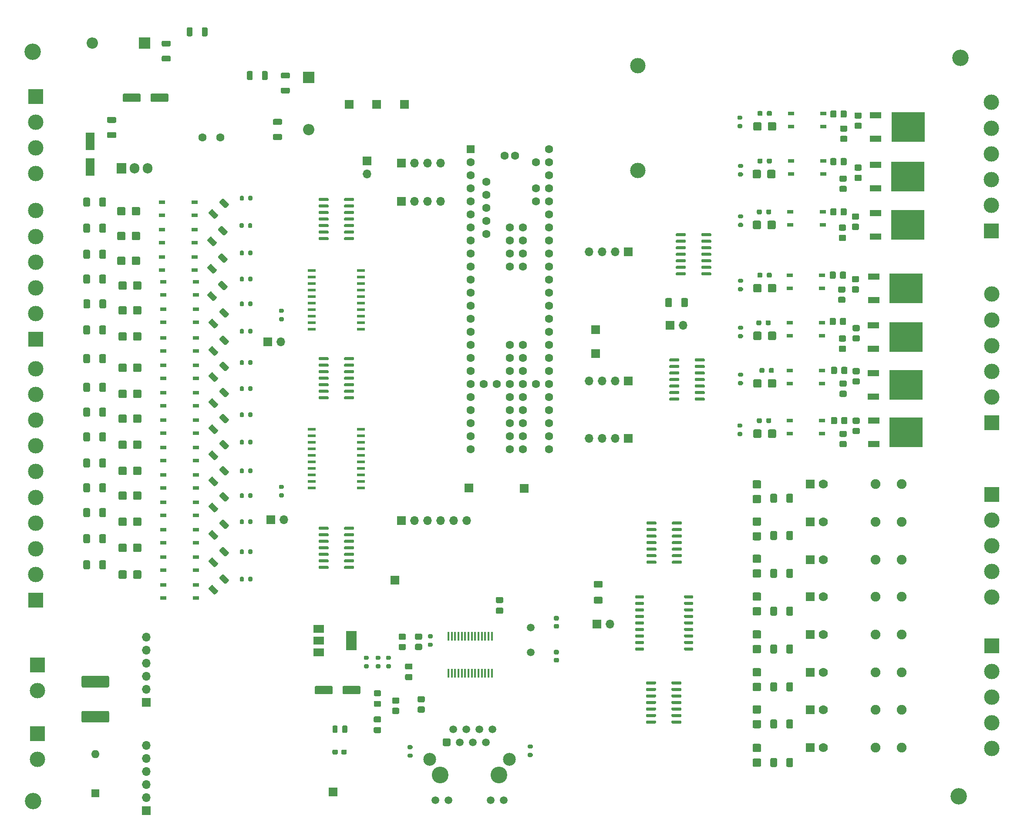
<source format=gts>
G04 #@! TF.GenerationSoftware,KiCad,Pcbnew,(5.1.7)-1*
G04 #@! TF.CreationDate,2022-11-12T12:06:29-05:00*
G04 #@! TF.ProjectId,plc_14in_14out,706c635f-3134-4696-9e5f-31346f75742e,rev?*
G04 #@! TF.SameCoordinates,Original*
G04 #@! TF.FileFunction,Soldermask,Top*
G04 #@! TF.FilePolarity,Negative*
%FSLAX46Y46*%
G04 Gerber Fmt 4.6, Leading zero omitted, Abs format (unit mm)*
G04 Created by KiCad (PCBNEW (5.1.7)-1) date 2022-11-12 12:06:29*
%MOMM*%
%LPD*%
G01*
G04 APERTURE LIST*
%ADD10C,3.000000*%
%ADD11R,1.700000X1.700000*%
%ADD12C,3.200000*%
%ADD13C,1.600000*%
%ADD14R,1.600000X1.600000*%
%ADD15O,1.700000X1.700000*%
%ADD16R,3.000000X3.000000*%
%ADD17O,2.200000X2.200000*%
%ADD18R,2.200000X2.200000*%
%ADD19C,3.250000*%
%ADD20C,1.500000*%
%ADD21C,2.500000*%
%ADD22O,1.905000X2.000000*%
%ADD23R,1.905000X2.000000*%
%ADD24R,1.800000X3.500000*%
%ADD25R,1.200000X0.800000*%
%ADD26R,2.200000X1.200000*%
%ADD27R,6.400000X5.800000*%
%ADD28O,1.600000X1.600000*%
%ADD29R,0.450000X1.750000*%
%ADD30R,2.000000X1.500000*%
%ADD31R,2.000000X3.800000*%
%ADD32C,1.778000*%
%ADD33R,1.778000X1.778000*%
%ADD34C,1.900000*%
%ADD35R,1.500000X0.600000*%
G04 APERTURE END LIST*
D10*
G04 #@! TO.C,BT1*
X145351500Y-42248000D03*
X145351500Y-21801000D03*
G04 #@! TD*
D11*
G04 #@! TO.C,J27*
X86106000Y-163195000D03*
G04 #@! TD*
G04 #@! TO.C,J26*
X98107500Y-121983500D03*
G04 #@! TD*
D12*
G04 #@! TO.C,REF\u002A\u002A*
X207772000Y-164084000D03*
G04 #@! TD*
G04 #@! TO.C,REF\u002A\u002A*
X27749500Y-165036500D03*
G04 #@! TD*
G04 #@! TO.C,REF\u002A\u002A*
X27686000Y-19113500D03*
G04 #@! TD*
G04 #@! TO.C,REF\u002A\u002A*
X208153000Y-20320000D03*
G04 #@! TD*
D13*
G04 #@! TO.C,U19*
X121533000Y-39370000D03*
X119513000Y-39370000D03*
X123063000Y-53340000D03*
X123063000Y-55880000D03*
X123063000Y-58420000D03*
X123063000Y-60960000D03*
X120523000Y-60960000D03*
X120523000Y-58420000D03*
X120523000Y-53340000D03*
X120523000Y-55880000D03*
X120523000Y-76200000D03*
X123063000Y-76200000D03*
X120523000Y-78740000D03*
X123063000Y-78740000D03*
X120523000Y-81280000D03*
X123063000Y-81280000D03*
X120523000Y-96520000D03*
X123063000Y-96520000D03*
X120523000Y-86360000D03*
X120523000Y-88900000D03*
X120523000Y-91440000D03*
X120523000Y-93980000D03*
X123063000Y-93980000D03*
X123063000Y-91440000D03*
X123063000Y-88900000D03*
X123063000Y-86360000D03*
X115903000Y-54610000D03*
X115903000Y-52070000D03*
X115903000Y-49530000D03*
X115903000Y-46990000D03*
X115903000Y-44450000D03*
X125603000Y-48260000D03*
X125603000Y-45720000D03*
X125603000Y-40640000D03*
X128143000Y-38100000D03*
X128143000Y-40640000D03*
X128143000Y-43180000D03*
X128143000Y-45720000D03*
X128143000Y-48260000D03*
X128143000Y-50800000D03*
X128143000Y-53340000D03*
X128143000Y-55880000D03*
X128143000Y-58420000D03*
X128143000Y-60960000D03*
X128143000Y-63500000D03*
X128143000Y-66040000D03*
X128143000Y-68580000D03*
X128143000Y-71120000D03*
X128143000Y-73660000D03*
X128143000Y-76200000D03*
D14*
X112903000Y-38100000D03*
D13*
X112903000Y-40640000D03*
X112903000Y-43180000D03*
X112903000Y-45720000D03*
X112903000Y-48260000D03*
X112903000Y-50800000D03*
X112903000Y-53340000D03*
X112903000Y-55880000D03*
X112903000Y-58420000D03*
X112903000Y-60960000D03*
X112903000Y-63500000D03*
X112903000Y-66040000D03*
X112903000Y-68580000D03*
X128143000Y-78740000D03*
X128143000Y-81280000D03*
X128143000Y-83820000D03*
X128143000Y-86360000D03*
X128143000Y-88900000D03*
X128143000Y-91440000D03*
X128143000Y-93980000D03*
X128143000Y-96520000D03*
X125603000Y-83820000D03*
X123063000Y-83820000D03*
X120523000Y-83820000D03*
X117983000Y-83820000D03*
X115443000Y-83820000D03*
X112903000Y-96520000D03*
X112903000Y-93980000D03*
X112903000Y-91440000D03*
X112903000Y-88900000D03*
X112903000Y-71120000D03*
X112903000Y-73660000D03*
X112903000Y-76200000D03*
X112903000Y-86360000D03*
X112903000Y-83820000D03*
X112903000Y-81280000D03*
X112903000Y-78740000D03*
G04 #@! TD*
D11*
G04 #@! TO.C,J25*
X99978000Y-29337000D03*
G04 #@! TD*
G04 #@! TO.C,J24*
X89281000Y-29337000D03*
G04 #@! TD*
G04 #@! TO.C,J23*
X94615000Y-29337000D03*
G04 #@! TD*
G04 #@! TO.C,J22*
X137160000Y-73201000D03*
G04 #@! TD*
G04 #@! TO.C,J21*
X137160000Y-77851000D03*
G04 #@! TD*
G04 #@! TO.C,J20*
X123317000Y-104140000D03*
G04 #@! TD*
D15*
G04 #@! TO.C,J19*
X135890000Y-94361000D03*
X138430000Y-94361000D03*
X140970000Y-94361000D03*
D11*
X143510000Y-94361000D03*
G04 #@! TD*
G04 #@! TO.C,J18*
X112522000Y-104013000D03*
G04 #@! TD*
D15*
G04 #@! TO.C,J17*
X135890000Y-83185000D03*
X138430000Y-83185000D03*
X140970000Y-83185000D03*
D11*
X143510000Y-83185000D03*
G04 #@! TD*
D13*
G04 #@! TO.C,C25*
X64206000Y-35814000D03*
X60706000Y-35814000D03*
G04 #@! TD*
D15*
G04 #@! TO.C,J16*
X135890000Y-58039000D03*
X138430000Y-58039000D03*
X140970000Y-58039000D03*
D11*
X143510000Y-58039000D03*
G04 #@! TD*
D15*
G04 #@! TO.C,J15*
X107061000Y-40767000D03*
X104521000Y-40767000D03*
X101981000Y-40767000D03*
D11*
X99441000Y-40767000D03*
G04 #@! TD*
D15*
G04 #@! TO.C,J14*
X107061000Y-48260000D03*
X104521000Y-48260000D03*
X101981000Y-48260000D03*
D11*
X99441000Y-48260000D03*
G04 #@! TD*
D10*
G04 #@! TO.C,J13*
X28321000Y-42813000D03*
X28321000Y-37813000D03*
X28321000Y-32813000D03*
D16*
X28321000Y-27813000D03*
G04 #@! TD*
G04 #@! TO.C,R92*
G36*
G01*
X58790000Y-14614997D02*
X58790000Y-15865003D01*
G75*
G02*
X58540003Y-16115000I-249997J0D01*
G01*
X57914997Y-16115000D01*
G75*
G02*
X57665000Y-15865003I0J249997D01*
G01*
X57665000Y-14614997D01*
G75*
G02*
X57914997Y-14365000I249997J0D01*
G01*
X58540003Y-14365000D01*
G75*
G02*
X58790000Y-14614997I0J-249997D01*
G01*
G37*
G36*
G01*
X61715000Y-14614997D02*
X61715000Y-15865003D01*
G75*
G02*
X61465003Y-16115000I-249997J0D01*
G01*
X60839997Y-16115000D01*
G75*
G02*
X60590000Y-15865003I0J249997D01*
G01*
X60590000Y-14614997D01*
G75*
G02*
X60839997Y-14365000I249997J0D01*
G01*
X61465003Y-14365000D01*
G75*
G02*
X61715000Y-14614997I0J-249997D01*
G01*
G37*
G04 #@! TD*
G04 #@! TO.C,R91*
G36*
G01*
X77460003Y-24307500D02*
X76209997Y-24307500D01*
G75*
G02*
X75960000Y-24057503I0J249997D01*
G01*
X75960000Y-23432497D01*
G75*
G02*
X76209997Y-23182500I249997J0D01*
G01*
X77460003Y-23182500D01*
G75*
G02*
X77710000Y-23432497I0J-249997D01*
G01*
X77710000Y-24057503D01*
G75*
G02*
X77460003Y-24307500I-249997J0D01*
G01*
G37*
G36*
G01*
X77460003Y-27232500D02*
X76209997Y-27232500D01*
G75*
G02*
X75960000Y-26982503I0J249997D01*
G01*
X75960000Y-26357497D01*
G75*
G02*
X76209997Y-26107500I249997J0D01*
G01*
X77460003Y-26107500D01*
G75*
G02*
X77710000Y-26357497I0J-249997D01*
G01*
X77710000Y-26982503D01*
G75*
G02*
X77460003Y-27232500I-249997J0D01*
G01*
G37*
G04 #@! TD*
G04 #@! TO.C,R89*
G36*
G01*
X53032497Y-19886500D02*
X54282503Y-19886500D01*
G75*
G02*
X54532500Y-20136497I0J-249997D01*
G01*
X54532500Y-20761503D01*
G75*
G02*
X54282503Y-21011500I-249997J0D01*
G01*
X53032497Y-21011500D01*
G75*
G02*
X52782500Y-20761503I0J249997D01*
G01*
X52782500Y-20136497D01*
G75*
G02*
X53032497Y-19886500I249997J0D01*
G01*
G37*
G36*
G01*
X53032497Y-16961500D02*
X54282503Y-16961500D01*
G75*
G02*
X54532500Y-17211497I0J-249997D01*
G01*
X54532500Y-17836503D01*
G75*
G02*
X54282503Y-18086500I-249997J0D01*
G01*
X53032497Y-18086500D01*
G75*
G02*
X52782500Y-17836503I0J249997D01*
G01*
X52782500Y-17211497D01*
G75*
G02*
X53032497Y-16961500I249997J0D01*
G01*
G37*
G04 #@! TD*
G04 #@! TO.C,R88*
G36*
G01*
X70474000Y-23123997D02*
X70474000Y-24374003D01*
G75*
G02*
X70224003Y-24624000I-249997J0D01*
G01*
X69598997Y-24624000D01*
G75*
G02*
X69349000Y-24374003I0J249997D01*
G01*
X69349000Y-23123997D01*
G75*
G02*
X69598997Y-22874000I249997J0D01*
G01*
X70224003Y-22874000D01*
G75*
G02*
X70474000Y-23123997I0J-249997D01*
G01*
G37*
G36*
G01*
X73399000Y-23123997D02*
X73399000Y-24374003D01*
G75*
G02*
X73149003Y-24624000I-249997J0D01*
G01*
X72523997Y-24624000D01*
G75*
G02*
X72274000Y-24374003I0J249997D01*
G01*
X72274000Y-23123997D01*
G75*
G02*
X72523997Y-22874000I249997J0D01*
G01*
X73149003Y-22874000D01*
G75*
G02*
X73399000Y-23123997I0J-249997D01*
G01*
G37*
G04 #@! TD*
D17*
G04 #@! TO.C,D33*
X39306500Y-17462500D03*
D18*
X49466500Y-17462500D03*
G04 #@! TD*
D17*
G04 #@! TO.C,D32*
X81407000Y-34290000D03*
D18*
X81407000Y-24130000D03*
G04 #@! TD*
G04 #@! TO.C,C27*
G36*
G01*
X50607000Y-28617000D02*
X50607000Y-27517000D01*
G75*
G02*
X50857000Y-27267000I250000J0D01*
G01*
X53857000Y-27267000D01*
G75*
G02*
X54107000Y-27517000I0J-250000D01*
G01*
X54107000Y-28617000D01*
G75*
G02*
X53857000Y-28867000I-250000J0D01*
G01*
X50857000Y-28867000D01*
G75*
G02*
X50607000Y-28617000I0J250000D01*
G01*
G37*
G36*
G01*
X45207000Y-28617000D02*
X45207000Y-27517000D01*
G75*
G02*
X45457000Y-27267000I250000J0D01*
G01*
X48457000Y-27267000D01*
G75*
G02*
X48707000Y-27517000I0J-250000D01*
G01*
X48707000Y-28617000D01*
G75*
G02*
X48457000Y-28867000I-250000J0D01*
G01*
X45457000Y-28867000D01*
G75*
G02*
X45207000Y-28617000I0J250000D01*
G01*
G37*
G04 #@! TD*
G04 #@! TO.C,C26*
G36*
G01*
X43703001Y-32960000D02*
X42402999Y-32960000D01*
G75*
G02*
X42153000Y-32710001I0J249999D01*
G01*
X42153000Y-32059999D01*
G75*
G02*
X42402999Y-31810000I249999J0D01*
G01*
X43703001Y-31810000D01*
G75*
G02*
X43953000Y-32059999I0J-249999D01*
G01*
X43953000Y-32710001D01*
G75*
G02*
X43703001Y-32960000I-249999J0D01*
G01*
G37*
G36*
G01*
X43703001Y-35910000D02*
X42402999Y-35910000D01*
G75*
G02*
X42153000Y-35660001I0J249999D01*
G01*
X42153000Y-35009999D01*
G75*
G02*
X42402999Y-34760000I249999J0D01*
G01*
X43703001Y-34760000D01*
G75*
G02*
X43953000Y-35009999I0J-249999D01*
G01*
X43953000Y-35660001D01*
G75*
G02*
X43703001Y-35910000I-249999J0D01*
G01*
G37*
G04 #@! TD*
G04 #@! TO.C,C24*
G36*
G01*
X74660999Y-35141000D02*
X75961001Y-35141000D01*
G75*
G02*
X76211000Y-35390999I0J-249999D01*
G01*
X76211000Y-36041001D01*
G75*
G02*
X75961001Y-36291000I-249999J0D01*
G01*
X74660999Y-36291000D01*
G75*
G02*
X74411000Y-36041001I0J249999D01*
G01*
X74411000Y-35390999D01*
G75*
G02*
X74660999Y-35141000I249999J0D01*
G01*
G37*
G36*
G01*
X74660999Y-32191000D02*
X75961001Y-32191000D01*
G75*
G02*
X76211000Y-32440999I0J-249999D01*
G01*
X76211000Y-33091001D01*
G75*
G02*
X75961001Y-33341000I-249999J0D01*
G01*
X74660999Y-33341000D01*
G75*
G02*
X74411000Y-33091001I0J249999D01*
G01*
X74411000Y-32440999D01*
G75*
G02*
X74660999Y-32191000I249999J0D01*
G01*
G37*
G04 #@! TD*
D19*
G04 #@! TO.C,J6*
X118359000Y-159903000D03*
X106929000Y-159903000D03*
G36*
G01*
X107454000Y-154042500D02*
X107454000Y-153043500D01*
G75*
G02*
X107704500Y-152793000I250500J0D01*
G01*
X108703500Y-152793000D01*
G75*
G02*
X108954000Y-153043500I0J-250500D01*
G01*
X108954000Y-154042500D01*
G75*
G02*
X108703500Y-154293000I-250500J0D01*
G01*
X107704500Y-154293000D01*
G75*
G02*
X107454000Y-154042500I0J250500D01*
G01*
G37*
D20*
X109464000Y-151003000D03*
X110744000Y-153543000D03*
X112004000Y-151003000D03*
X113284000Y-153543000D03*
X114544000Y-151003000D03*
X115824000Y-153543000D03*
D21*
X104899000Y-156853000D03*
D20*
X117084000Y-151003000D03*
D21*
X120389000Y-156853000D03*
D20*
X106019000Y-164803000D03*
X108559000Y-164803000D03*
X119269000Y-164803000D03*
X116729000Y-164803000D03*
G04 #@! TD*
D22*
G04 #@! TO.C,U36*
X50038000Y-41783000D03*
X47498000Y-41783000D03*
D23*
X44958000Y-41783000D03*
G04 #@! TD*
D24*
G04 #@! TO.C,D31*
X38862000Y-36529000D03*
X38862000Y-41529000D03*
G04 #@! TD*
D25*
G04 #@! TO.C,U35*
X175158000Y-31115000D03*
X181458000Y-33655000D03*
X175158000Y-33655000D03*
X181458000Y-31115000D03*
G04 #@! TD*
G04 #@! TO.C,R87*
G36*
G01*
X184969999Y-35468000D02*
X185870001Y-35468000D01*
G75*
G02*
X186120000Y-35717999I0J-249999D01*
G01*
X186120000Y-36418001D01*
G75*
G02*
X185870001Y-36668000I-249999J0D01*
G01*
X184969999Y-36668000D01*
G75*
G02*
X184720000Y-36418001I0J249999D01*
G01*
X184720000Y-35717999D01*
G75*
G02*
X184969999Y-35468000I249999J0D01*
G01*
G37*
G36*
G01*
X184969999Y-33468000D02*
X185870001Y-33468000D01*
G75*
G02*
X186120000Y-33717999I0J-249999D01*
G01*
X186120000Y-34418001D01*
G75*
G02*
X185870001Y-34668000I-249999J0D01*
G01*
X184969999Y-34668000D01*
G75*
G02*
X184720000Y-34418001I0J249999D01*
G01*
X184720000Y-33717999D01*
G75*
G02*
X184969999Y-33468000I249999J0D01*
G01*
G37*
G04 #@! TD*
G04 #@! TO.C,R86*
G36*
G01*
X187763999Y-32928000D02*
X188664001Y-32928000D01*
G75*
G02*
X188914000Y-33177999I0J-249999D01*
G01*
X188914000Y-33878001D01*
G75*
G02*
X188664001Y-34128000I-249999J0D01*
G01*
X187763999Y-34128000D01*
G75*
G02*
X187514000Y-33878001I0J249999D01*
G01*
X187514000Y-33177999D01*
G75*
G02*
X187763999Y-32928000I249999J0D01*
G01*
G37*
G36*
G01*
X187763999Y-30928000D02*
X188664001Y-30928000D01*
G75*
G02*
X188914000Y-31177999I0J-249999D01*
G01*
X188914000Y-31878001D01*
G75*
G02*
X188664001Y-32128000I-249999J0D01*
G01*
X187763999Y-32128000D01*
G75*
G02*
X187514000Y-31878001I0J249999D01*
G01*
X187514000Y-31177999D01*
G75*
G02*
X187763999Y-30928000I249999J0D01*
G01*
G37*
G04 #@! TD*
G04 #@! TO.C,R85*
G36*
G01*
X184004000Y-30791999D02*
X184004000Y-31692001D01*
G75*
G02*
X183754001Y-31942000I-249999J0D01*
G01*
X183053999Y-31942000D01*
G75*
G02*
X182804000Y-31692001I0J249999D01*
G01*
X182804000Y-30791999D01*
G75*
G02*
X183053999Y-30542000I249999J0D01*
G01*
X183754001Y-30542000D01*
G75*
G02*
X184004000Y-30791999I0J-249999D01*
G01*
G37*
G36*
G01*
X186004000Y-30791999D02*
X186004000Y-31692001D01*
G75*
G02*
X185754001Y-31942000I-249999J0D01*
G01*
X185053999Y-31942000D01*
G75*
G02*
X184804000Y-31692001I0J249999D01*
G01*
X184804000Y-30791999D01*
G75*
G02*
X185053999Y-30542000I249999J0D01*
G01*
X185754001Y-30542000D01*
G75*
G02*
X186004000Y-30791999I0J-249999D01*
G01*
G37*
G04 #@! TD*
G04 #@! TO.C,R84*
G36*
G01*
X169628000Y-30877500D02*
X169628000Y-31352500D01*
G75*
G02*
X169390500Y-31590000I-237500J0D01*
G01*
X168890500Y-31590000D01*
G75*
G02*
X168653000Y-31352500I0J237500D01*
G01*
X168653000Y-30877500D01*
G75*
G02*
X168890500Y-30640000I237500J0D01*
G01*
X169390500Y-30640000D01*
G75*
G02*
X169628000Y-30877500I0J-237500D01*
G01*
G37*
G36*
G01*
X171453000Y-30877500D02*
X171453000Y-31352500D01*
G75*
G02*
X171215500Y-31590000I-237500J0D01*
G01*
X170715500Y-31590000D01*
G75*
G02*
X170478000Y-31352500I0J237500D01*
G01*
X170478000Y-30877500D01*
G75*
G02*
X170715500Y-30640000I237500J0D01*
G01*
X171215500Y-30640000D01*
G75*
G02*
X171453000Y-30877500I0J-237500D01*
G01*
G37*
G04 #@! TD*
G04 #@! TO.C,R83*
G36*
G01*
X164952000Y-33191000D02*
X165502000Y-33191000D01*
G75*
G02*
X165702000Y-33391000I0J-200000D01*
G01*
X165702000Y-33791000D01*
G75*
G02*
X165502000Y-33991000I-200000J0D01*
G01*
X164952000Y-33991000D01*
G75*
G02*
X164752000Y-33791000I0J200000D01*
G01*
X164752000Y-33391000D01*
G75*
G02*
X164952000Y-33191000I200000J0D01*
G01*
G37*
G36*
G01*
X164952000Y-31541000D02*
X165502000Y-31541000D01*
G75*
G02*
X165702000Y-31741000I0J-200000D01*
G01*
X165702000Y-32141000D01*
G75*
G02*
X165502000Y-32341000I-200000J0D01*
G01*
X164952000Y-32341000D01*
G75*
G02*
X164752000Y-32141000I0J200000D01*
G01*
X164752000Y-31741000D01*
G75*
G02*
X164952000Y-31541000I200000J0D01*
G01*
G37*
G04 #@! TD*
D26*
G04 #@! TO.C,Q7*
X191634000Y-31502000D03*
X191634000Y-36062000D03*
D27*
X197934000Y-33782000D03*
G04 #@! TD*
D10*
G04 #@! TO.C,J8*
X214122000Y-28975000D03*
X214122000Y-33975000D03*
X214122000Y-38975000D03*
X214122000Y-43975000D03*
X214122000Y-48975000D03*
D16*
X214122000Y-53975000D03*
G04 #@! TD*
G04 #@! TO.C,D30*
G36*
G01*
X169428000Y-33080000D02*
X169428000Y-34230000D01*
G75*
G02*
X169178000Y-34480000I-250000J0D01*
G01*
X168078000Y-34480000D01*
G75*
G02*
X167828000Y-34230000I0J250000D01*
G01*
X167828000Y-33080000D01*
G75*
G02*
X168078000Y-32830000I250000J0D01*
G01*
X169178000Y-32830000D01*
G75*
G02*
X169428000Y-33080000I0J-250000D01*
G01*
G37*
G36*
G01*
X172278000Y-33080000D02*
X172278000Y-34230000D01*
G75*
G02*
X172028000Y-34480000I-250000J0D01*
G01*
X170928000Y-34480000D01*
G75*
G02*
X170678000Y-34230000I0J250000D01*
G01*
X170678000Y-33080000D01*
G75*
G02*
X170928000Y-32830000I250000J0D01*
G01*
X172028000Y-32830000D01*
G75*
G02*
X172278000Y-33080000I0J-250000D01*
G01*
G37*
G04 #@! TD*
D15*
G04 #@! TO.C,J12*
X112141000Y-110363000D03*
X109601000Y-110363000D03*
X107061000Y-110363000D03*
X104521000Y-110363000D03*
X101981000Y-110363000D03*
D11*
X99441000Y-110363000D03*
G04 #@! TD*
G04 #@! TO.C,F1*
G36*
G01*
X42303002Y-142886000D02*
X37452998Y-142886000D01*
G75*
G02*
X37203000Y-142636002I0J249998D01*
G01*
X37203000Y-140860998D01*
G75*
G02*
X37452998Y-140611000I249998J0D01*
G01*
X42303002Y-140611000D01*
G75*
G02*
X42553000Y-140860998I0J-249998D01*
G01*
X42553000Y-142636002D01*
G75*
G02*
X42303002Y-142886000I-249998J0D01*
G01*
G37*
G36*
G01*
X42303002Y-149711000D02*
X37452998Y-149711000D01*
G75*
G02*
X37203000Y-149461002I0J249998D01*
G01*
X37203000Y-147685998D01*
G75*
G02*
X37452998Y-147436000I249998J0D01*
G01*
X42303002Y-147436000D01*
G75*
G02*
X42553000Y-147685998I0J-249998D01*
G01*
X42553000Y-149461002D01*
G75*
G02*
X42303002Y-149711000I-249998J0D01*
G01*
G37*
G04 #@! TD*
D25*
G04 #@! TO.C,U34*
X53111000Y-122936000D03*
X59411000Y-125476000D03*
X53111000Y-125476000D03*
X59411000Y-122936000D03*
G04 #@! TD*
D28*
G04 #@! TO.C,SW6*
X39878000Y-155829000D03*
D14*
X39878000Y-163449000D03*
G04 #@! TD*
G04 #@! TO.C,R82*
G36*
G01*
X69640000Y-122068000D02*
X69640000Y-121518000D01*
G75*
G02*
X69840000Y-121318000I200000J0D01*
G01*
X70240000Y-121318000D01*
G75*
G02*
X70440000Y-121518000I0J-200000D01*
G01*
X70440000Y-122068000D01*
G75*
G02*
X70240000Y-122268000I-200000J0D01*
G01*
X69840000Y-122268000D01*
G75*
G02*
X69640000Y-122068000I0J200000D01*
G01*
G37*
G36*
G01*
X67990000Y-122068000D02*
X67990000Y-121518000D01*
G75*
G02*
X68190000Y-121318000I200000J0D01*
G01*
X68590000Y-121318000D01*
G75*
G02*
X68790000Y-121518000I0J-200000D01*
G01*
X68790000Y-122068000D01*
G75*
G02*
X68590000Y-122268000I-200000J0D01*
G01*
X68190000Y-122268000D01*
G75*
G02*
X67990000Y-122068000I0J200000D01*
G01*
G37*
G04 #@! TD*
G04 #@! TO.C,R81*
G36*
G01*
X38851000Y-118373999D02*
X38851000Y-119624001D01*
G75*
G02*
X38601001Y-119874000I-249999J0D01*
G01*
X37800999Y-119874000D01*
G75*
G02*
X37551000Y-119624001I0J249999D01*
G01*
X37551000Y-118373999D01*
G75*
G02*
X37800999Y-118124000I249999J0D01*
G01*
X38601001Y-118124000D01*
G75*
G02*
X38851000Y-118373999I0J-249999D01*
G01*
G37*
G36*
G01*
X41951000Y-118373999D02*
X41951000Y-119624001D01*
G75*
G02*
X41701001Y-119874000I-249999J0D01*
G01*
X40900999Y-119874000D01*
G75*
G02*
X40651000Y-119624001I0J249999D01*
G01*
X40651000Y-118373999D01*
G75*
G02*
X40900999Y-118124000I249999J0D01*
G01*
X41701001Y-118124000D01*
G75*
G02*
X41951000Y-118373999I0J-249999D01*
G01*
G37*
G04 #@! TD*
D10*
G04 #@! TO.C,J3*
X28321000Y-80857000D03*
X28321000Y-85857000D03*
X28321000Y-90857000D03*
X28321000Y-95857000D03*
X28321000Y-100857000D03*
X28321000Y-105857000D03*
X28321000Y-110857000D03*
X28321000Y-115857000D03*
X28321000Y-120857000D03*
D16*
X28321000Y-125857000D03*
G04 #@! TD*
G04 #@! TO.C,D29*
G36*
G01*
X47234000Y-121479000D02*
X47234000Y-120329000D01*
G75*
G02*
X47484000Y-120079000I250000J0D01*
G01*
X48584000Y-120079000D01*
G75*
G02*
X48834000Y-120329000I0J-250000D01*
G01*
X48834000Y-121479000D01*
G75*
G02*
X48584000Y-121729000I-250000J0D01*
G01*
X47484000Y-121729000D01*
G75*
G02*
X47234000Y-121479000I0J250000D01*
G01*
G37*
G36*
G01*
X44384000Y-121479000D02*
X44384000Y-120329000D01*
G75*
G02*
X44634000Y-120079000I250000J0D01*
G01*
X45734000Y-120079000D01*
G75*
G02*
X45984000Y-120329000I0J-250000D01*
G01*
X45984000Y-121479000D01*
G75*
G02*
X45734000Y-121729000I-250000J0D01*
G01*
X44634000Y-121729000D01*
G75*
G02*
X44384000Y-121479000I0J250000D01*
G01*
G37*
G04 #@! TD*
G04 #@! TO.C,C23*
G36*
G01*
X62784983Y-122985776D02*
X63704224Y-123905017D01*
G75*
G02*
X63704224Y-124258569I-176776J-176776D01*
G01*
X63244603Y-124718190D01*
G75*
G02*
X62891051Y-124718190I-176776J176776D01*
G01*
X61971810Y-123798949D01*
G75*
G02*
X61971810Y-123445397I176776J176776D01*
G01*
X62431431Y-122985776D01*
G75*
G02*
X62784983Y-122985776I176776J-176776D01*
G01*
G37*
G36*
G01*
X64870949Y-120899810D02*
X65790190Y-121819051D01*
G75*
G02*
X65790190Y-122172603I-176776J-176776D01*
G01*
X65330569Y-122632224D01*
G75*
G02*
X64977017Y-122632224I-176776J176776D01*
G01*
X64057776Y-121712983D01*
G75*
G02*
X64057776Y-121359431I176776J176776D01*
G01*
X64517397Y-120899810D01*
G75*
G02*
X64870949Y-120899810I176776J-176776D01*
G01*
G37*
G04 #@! TD*
D10*
G04 #@! TO.C,J11*
X28638500Y-143493500D03*
D16*
X28638500Y-138493500D03*
G04 #@! TD*
D15*
G04 #@! TO.C,J10*
X49784000Y-154178000D03*
X49784000Y-156718000D03*
X49784000Y-159258000D03*
X49784000Y-161798000D03*
X49784000Y-164338000D03*
D11*
X49784000Y-166878000D03*
G04 #@! TD*
D15*
G04 #@! TO.C,J9*
X49784000Y-133096000D03*
X49784000Y-135636000D03*
X49784000Y-138176000D03*
X49784000Y-140716000D03*
X49784000Y-143256000D03*
D11*
X49784000Y-145796000D03*
G04 #@! TD*
D29*
G04 #@! TO.C,U24*
X117001000Y-132925000D03*
X116351000Y-132925000D03*
X115701000Y-132925000D03*
X115051000Y-132925000D03*
X114401000Y-132925000D03*
X113751000Y-132925000D03*
X113101000Y-132925000D03*
X112451000Y-132925000D03*
X111801000Y-132925000D03*
X111151000Y-132925000D03*
X110501000Y-132925000D03*
X109851000Y-132925000D03*
X109201000Y-132925000D03*
X108551000Y-132925000D03*
X108551000Y-140125000D03*
X109201000Y-140125000D03*
X109851000Y-140125000D03*
X110501000Y-140125000D03*
X111151000Y-140125000D03*
X111801000Y-140125000D03*
X112451000Y-140125000D03*
X113101000Y-140125000D03*
X113751000Y-140125000D03*
X114401000Y-140125000D03*
X115051000Y-140125000D03*
X115701000Y-140125000D03*
X116351000Y-140125000D03*
X117001000Y-140125000D03*
G04 #@! TD*
D26*
G04 #@! TO.C,Q3*
X191209000Y-72395000D03*
X191209000Y-76955000D03*
D27*
X197509000Y-74675000D03*
G04 #@! TD*
G04 #@! TO.C,R54*
G36*
G01*
X187382999Y-92348000D02*
X188283001Y-92348000D01*
G75*
G02*
X188533000Y-92597999I0J-249999D01*
G01*
X188533000Y-93298001D01*
G75*
G02*
X188283001Y-93548000I-249999J0D01*
G01*
X187382999Y-93548000D01*
G75*
G02*
X187133000Y-93298001I0J249999D01*
G01*
X187133000Y-92597999D01*
G75*
G02*
X187382999Y-92348000I249999J0D01*
G01*
G37*
G36*
G01*
X187382999Y-90348000D02*
X188283001Y-90348000D01*
G75*
G02*
X188533000Y-90597999I0J-249999D01*
G01*
X188533000Y-91298001D01*
G75*
G02*
X188283001Y-91548000I-249999J0D01*
G01*
X187382999Y-91548000D01*
G75*
G02*
X187133000Y-91298001I0J249999D01*
G01*
X187133000Y-90597999D01*
G75*
G02*
X187382999Y-90348000I249999J0D01*
G01*
G37*
G04 #@! TD*
D25*
G04 #@! TO.C,U33*
X174904000Y-81153000D03*
X181204000Y-83693000D03*
X174904000Y-83693000D03*
X181204000Y-81153000D03*
G04 #@! TD*
G04 #@! TO.C,U32*
X174904000Y-71882000D03*
X181204000Y-74422000D03*
X174904000Y-74422000D03*
X181204000Y-71882000D03*
G04 #@! TD*
G04 #@! TO.C,U31*
X174904000Y-62611000D03*
X181204000Y-65151000D03*
X174904000Y-65151000D03*
X181204000Y-62611000D03*
G04 #@! TD*
G04 #@! TO.C,U30*
X175031000Y-50292000D03*
X181331000Y-52832000D03*
X175031000Y-52832000D03*
X181331000Y-50292000D03*
G04 #@! TD*
G04 #@! TO.C,U29*
X175158000Y-40386000D03*
X181458000Y-42926000D03*
X175158000Y-42926000D03*
X181458000Y-40386000D03*
G04 #@! TD*
G04 #@! TO.C,R80*
G36*
G01*
X184842999Y-85109000D02*
X185743001Y-85109000D01*
G75*
G02*
X185993000Y-85358999I0J-249999D01*
G01*
X185993000Y-86059001D01*
G75*
G02*
X185743001Y-86309000I-249999J0D01*
G01*
X184842999Y-86309000D01*
G75*
G02*
X184593000Y-86059001I0J249999D01*
G01*
X184593000Y-85358999D01*
G75*
G02*
X184842999Y-85109000I249999J0D01*
G01*
G37*
G36*
G01*
X184842999Y-83109000D02*
X185743001Y-83109000D01*
G75*
G02*
X185993000Y-83358999I0J-249999D01*
G01*
X185993000Y-84059001D01*
G75*
G02*
X185743001Y-84309000I-249999J0D01*
G01*
X184842999Y-84309000D01*
G75*
G02*
X184593000Y-84059001I0J249999D01*
G01*
X184593000Y-83358999D01*
G75*
G02*
X184842999Y-83109000I249999J0D01*
G01*
G37*
G04 #@! TD*
G04 #@! TO.C,R79*
G36*
G01*
X187382999Y-82696000D02*
X188283001Y-82696000D01*
G75*
G02*
X188533000Y-82945999I0J-249999D01*
G01*
X188533000Y-83646001D01*
G75*
G02*
X188283001Y-83896000I-249999J0D01*
G01*
X187382999Y-83896000D01*
G75*
G02*
X187133000Y-83646001I0J249999D01*
G01*
X187133000Y-82945999D01*
G75*
G02*
X187382999Y-82696000I249999J0D01*
G01*
G37*
G36*
G01*
X187382999Y-80696000D02*
X188283001Y-80696000D01*
G75*
G02*
X188533000Y-80945999I0J-249999D01*
G01*
X188533000Y-81646001D01*
G75*
G02*
X188283001Y-81896000I-249999J0D01*
G01*
X187382999Y-81896000D01*
G75*
G02*
X187133000Y-81646001I0J249999D01*
G01*
X187133000Y-80945999D01*
G75*
G02*
X187382999Y-80696000I249999J0D01*
G01*
G37*
G04 #@! TD*
G04 #@! TO.C,R78*
G36*
G01*
X184131000Y-80702999D02*
X184131000Y-81603001D01*
G75*
G02*
X183881001Y-81853000I-249999J0D01*
G01*
X183180999Y-81853000D01*
G75*
G02*
X182931000Y-81603001I0J249999D01*
G01*
X182931000Y-80702999D01*
G75*
G02*
X183180999Y-80453000I249999J0D01*
G01*
X183881001Y-80453000D01*
G75*
G02*
X184131000Y-80702999I0J-249999D01*
G01*
G37*
G36*
G01*
X186131000Y-80702999D02*
X186131000Y-81603001D01*
G75*
G02*
X185881001Y-81853000I-249999J0D01*
G01*
X185180999Y-81853000D01*
G75*
G02*
X184931000Y-81603001I0J249999D01*
G01*
X184931000Y-80702999D01*
G75*
G02*
X185180999Y-80453000I249999J0D01*
G01*
X185881001Y-80453000D01*
G75*
G02*
X186131000Y-80702999I0J-249999D01*
G01*
G37*
G04 #@! TD*
G04 #@! TO.C,R77*
G36*
G01*
X184715999Y-76346000D02*
X185616001Y-76346000D01*
G75*
G02*
X185866000Y-76595999I0J-249999D01*
G01*
X185866000Y-77296001D01*
G75*
G02*
X185616001Y-77546000I-249999J0D01*
G01*
X184715999Y-77546000D01*
G75*
G02*
X184466000Y-77296001I0J249999D01*
G01*
X184466000Y-76595999D01*
G75*
G02*
X184715999Y-76346000I249999J0D01*
G01*
G37*
G36*
G01*
X184715999Y-74346000D02*
X185616001Y-74346000D01*
G75*
G02*
X185866000Y-74595999I0J-249999D01*
G01*
X185866000Y-75296001D01*
G75*
G02*
X185616001Y-75546000I-249999J0D01*
G01*
X184715999Y-75546000D01*
G75*
G02*
X184466000Y-75296001I0J249999D01*
G01*
X184466000Y-74595999D01*
G75*
G02*
X184715999Y-74346000I249999J0D01*
G01*
G37*
G04 #@! TD*
G04 #@! TO.C,R76*
G36*
G01*
X187382999Y-74314000D02*
X188283001Y-74314000D01*
G75*
G02*
X188533000Y-74563999I0J-249999D01*
G01*
X188533000Y-75264001D01*
G75*
G02*
X188283001Y-75514000I-249999J0D01*
G01*
X187382999Y-75514000D01*
G75*
G02*
X187133000Y-75264001I0J249999D01*
G01*
X187133000Y-74563999D01*
G75*
G02*
X187382999Y-74314000I249999J0D01*
G01*
G37*
G36*
G01*
X187382999Y-72314000D02*
X188283001Y-72314000D01*
G75*
G02*
X188533000Y-72563999I0J-249999D01*
G01*
X188533000Y-73264001D01*
G75*
G02*
X188283001Y-73514000I-249999J0D01*
G01*
X187382999Y-73514000D01*
G75*
G02*
X187133000Y-73264001I0J249999D01*
G01*
X187133000Y-72563999D01*
G75*
G02*
X187382999Y-72314000I249999J0D01*
G01*
G37*
G04 #@! TD*
G04 #@! TO.C,R75*
G36*
G01*
X183877000Y-71177999D02*
X183877000Y-72078001D01*
G75*
G02*
X183627001Y-72328000I-249999J0D01*
G01*
X182926999Y-72328000D01*
G75*
G02*
X182677000Y-72078001I0J249999D01*
G01*
X182677000Y-71177999D01*
G75*
G02*
X182926999Y-70928000I249999J0D01*
G01*
X183627001Y-70928000D01*
G75*
G02*
X183877000Y-71177999I0J-249999D01*
G01*
G37*
G36*
G01*
X185877000Y-71177999D02*
X185877000Y-72078001D01*
G75*
G02*
X185627001Y-72328000I-249999J0D01*
G01*
X184926999Y-72328000D01*
G75*
G02*
X184677000Y-72078001I0J249999D01*
G01*
X184677000Y-71177999D01*
G75*
G02*
X184926999Y-70928000I249999J0D01*
G01*
X185627001Y-70928000D01*
G75*
G02*
X185877000Y-71177999I0J-249999D01*
G01*
G37*
G04 #@! TD*
G04 #@! TO.C,R74*
G36*
G01*
X184588999Y-66805000D02*
X185489001Y-66805000D01*
G75*
G02*
X185739000Y-67054999I0J-249999D01*
G01*
X185739000Y-67755001D01*
G75*
G02*
X185489001Y-68005000I-249999J0D01*
G01*
X184588999Y-68005000D01*
G75*
G02*
X184339000Y-67755001I0J249999D01*
G01*
X184339000Y-67054999D01*
G75*
G02*
X184588999Y-66805000I249999J0D01*
G01*
G37*
G36*
G01*
X184588999Y-64805000D02*
X185489001Y-64805000D01*
G75*
G02*
X185739000Y-65054999I0J-249999D01*
G01*
X185739000Y-65755001D01*
G75*
G02*
X185489001Y-66005000I-249999J0D01*
G01*
X184588999Y-66005000D01*
G75*
G02*
X184339000Y-65755001I0J249999D01*
G01*
X184339000Y-65054999D01*
G75*
G02*
X184588999Y-64805000I249999J0D01*
G01*
G37*
G04 #@! TD*
G04 #@! TO.C,R73*
G36*
G01*
X187255999Y-64789000D02*
X188156001Y-64789000D01*
G75*
G02*
X188406000Y-65038999I0J-249999D01*
G01*
X188406000Y-65739001D01*
G75*
G02*
X188156001Y-65989000I-249999J0D01*
G01*
X187255999Y-65989000D01*
G75*
G02*
X187006000Y-65739001I0J249999D01*
G01*
X187006000Y-65038999D01*
G75*
G02*
X187255999Y-64789000I249999J0D01*
G01*
G37*
G36*
G01*
X187255999Y-62789000D02*
X188156001Y-62789000D01*
G75*
G02*
X188406000Y-63038999I0J-249999D01*
G01*
X188406000Y-63739001D01*
G75*
G02*
X188156001Y-63989000I-249999J0D01*
G01*
X187255999Y-63989000D01*
G75*
G02*
X187006000Y-63739001I0J249999D01*
G01*
X187006000Y-63038999D01*
G75*
G02*
X187255999Y-62789000I249999J0D01*
G01*
G37*
G04 #@! TD*
G04 #@! TO.C,R72*
G36*
G01*
X183877000Y-62160999D02*
X183877000Y-63061001D01*
G75*
G02*
X183627001Y-63311000I-249999J0D01*
G01*
X182926999Y-63311000D01*
G75*
G02*
X182677000Y-63061001I0J249999D01*
G01*
X182677000Y-62160999D01*
G75*
G02*
X182926999Y-61911000I249999J0D01*
G01*
X183627001Y-61911000D01*
G75*
G02*
X183877000Y-62160999I0J-249999D01*
G01*
G37*
G36*
G01*
X185877000Y-62160999D02*
X185877000Y-63061001D01*
G75*
G02*
X185627001Y-63311000I-249999J0D01*
G01*
X184926999Y-63311000D01*
G75*
G02*
X184677000Y-63061001I0J249999D01*
G01*
X184677000Y-62160999D01*
G75*
G02*
X184926999Y-61911000I249999J0D01*
G01*
X185627001Y-61911000D01*
G75*
G02*
X185877000Y-62160999I0J-249999D01*
G01*
G37*
G04 #@! TD*
G04 #@! TO.C,R71*
G36*
G01*
X184715999Y-54756000D02*
X185616001Y-54756000D01*
G75*
G02*
X185866000Y-55005999I0J-249999D01*
G01*
X185866000Y-55706001D01*
G75*
G02*
X185616001Y-55956000I-249999J0D01*
G01*
X184715999Y-55956000D01*
G75*
G02*
X184466000Y-55706001I0J249999D01*
G01*
X184466000Y-55005999D01*
G75*
G02*
X184715999Y-54756000I249999J0D01*
G01*
G37*
G36*
G01*
X184715999Y-52756000D02*
X185616001Y-52756000D01*
G75*
G02*
X185866000Y-53005999I0J-249999D01*
G01*
X185866000Y-53706001D01*
G75*
G02*
X185616001Y-53956000I-249999J0D01*
G01*
X184715999Y-53956000D01*
G75*
G02*
X184466000Y-53706001I0J249999D01*
G01*
X184466000Y-53005999D01*
G75*
G02*
X184715999Y-52756000I249999J0D01*
G01*
G37*
G04 #@! TD*
G04 #@! TO.C,R70*
G36*
G01*
X187255999Y-52597000D02*
X188156001Y-52597000D01*
G75*
G02*
X188406000Y-52846999I0J-249999D01*
G01*
X188406000Y-53547001D01*
G75*
G02*
X188156001Y-53797000I-249999J0D01*
G01*
X187255999Y-53797000D01*
G75*
G02*
X187006000Y-53547001I0J249999D01*
G01*
X187006000Y-52846999D01*
G75*
G02*
X187255999Y-52597000I249999J0D01*
G01*
G37*
G36*
G01*
X187255999Y-50597000D02*
X188156001Y-50597000D01*
G75*
G02*
X188406000Y-50846999I0J-249999D01*
G01*
X188406000Y-51547001D01*
G75*
G02*
X188156001Y-51797000I-249999J0D01*
G01*
X187255999Y-51797000D01*
G75*
G02*
X187006000Y-51547001I0J249999D01*
G01*
X187006000Y-50846999D01*
G75*
G02*
X187255999Y-50597000I249999J0D01*
G01*
G37*
G04 #@! TD*
G04 #@! TO.C,R69*
G36*
G01*
X184004000Y-49841999D02*
X184004000Y-50742001D01*
G75*
G02*
X183754001Y-50992000I-249999J0D01*
G01*
X183053999Y-50992000D01*
G75*
G02*
X182804000Y-50742001I0J249999D01*
G01*
X182804000Y-49841999D01*
G75*
G02*
X183053999Y-49592000I249999J0D01*
G01*
X183754001Y-49592000D01*
G75*
G02*
X184004000Y-49841999I0J-249999D01*
G01*
G37*
G36*
G01*
X186004000Y-49841999D02*
X186004000Y-50742001D01*
G75*
G02*
X185754001Y-50992000I-249999J0D01*
G01*
X185053999Y-50992000D01*
G75*
G02*
X184804000Y-50742001I0J249999D01*
G01*
X184804000Y-49841999D01*
G75*
G02*
X185053999Y-49592000I249999J0D01*
G01*
X185754001Y-49592000D01*
G75*
G02*
X186004000Y-49841999I0J-249999D01*
G01*
G37*
G04 #@! TD*
G04 #@! TO.C,R68*
G36*
G01*
X184842999Y-45215000D02*
X185743001Y-45215000D01*
G75*
G02*
X185993000Y-45464999I0J-249999D01*
G01*
X185993000Y-46165001D01*
G75*
G02*
X185743001Y-46415000I-249999J0D01*
G01*
X184842999Y-46415000D01*
G75*
G02*
X184593000Y-46165001I0J249999D01*
G01*
X184593000Y-45464999D01*
G75*
G02*
X184842999Y-45215000I249999J0D01*
G01*
G37*
G36*
G01*
X184842999Y-43215000D02*
X185743001Y-43215000D01*
G75*
G02*
X185993000Y-43464999I0J-249999D01*
G01*
X185993000Y-44165001D01*
G75*
G02*
X185743001Y-44415000I-249999J0D01*
G01*
X184842999Y-44415000D01*
G75*
G02*
X184593000Y-44165001I0J249999D01*
G01*
X184593000Y-43464999D01*
G75*
G02*
X184842999Y-43215000I249999J0D01*
G01*
G37*
G04 #@! TD*
G04 #@! TO.C,R67*
G36*
G01*
X187763999Y-43072000D02*
X188664001Y-43072000D01*
G75*
G02*
X188914000Y-43321999I0J-249999D01*
G01*
X188914000Y-44022001D01*
G75*
G02*
X188664001Y-44272000I-249999J0D01*
G01*
X187763999Y-44272000D01*
G75*
G02*
X187514000Y-44022001I0J249999D01*
G01*
X187514000Y-43321999D01*
G75*
G02*
X187763999Y-43072000I249999J0D01*
G01*
G37*
G36*
G01*
X187763999Y-41072000D02*
X188664001Y-41072000D01*
G75*
G02*
X188914000Y-41321999I0J-249999D01*
G01*
X188914000Y-42022001D01*
G75*
G02*
X188664001Y-42272000I-249999J0D01*
G01*
X187763999Y-42272000D01*
G75*
G02*
X187514000Y-42022001I0J249999D01*
G01*
X187514000Y-41321999D01*
G75*
G02*
X187763999Y-41072000I249999J0D01*
G01*
G37*
G04 #@! TD*
G04 #@! TO.C,R66*
G36*
G01*
X184004000Y-40062999D02*
X184004000Y-40963001D01*
G75*
G02*
X183754001Y-41213000I-249999J0D01*
G01*
X183053999Y-41213000D01*
G75*
G02*
X182804000Y-40963001I0J249999D01*
G01*
X182804000Y-40062999D01*
G75*
G02*
X183053999Y-39813000I249999J0D01*
G01*
X183754001Y-39813000D01*
G75*
G02*
X184004000Y-40062999I0J-249999D01*
G01*
G37*
G36*
G01*
X186004000Y-40062999D02*
X186004000Y-40963001D01*
G75*
G02*
X185754001Y-41213000I-249999J0D01*
G01*
X185053999Y-41213000D01*
G75*
G02*
X184804000Y-40963001I0J249999D01*
G01*
X184804000Y-40062999D01*
G75*
G02*
X185053999Y-39813000I249999J0D01*
G01*
X185754001Y-39813000D01*
G75*
G02*
X186004000Y-40062999I0J-249999D01*
G01*
G37*
G04 #@! TD*
G04 #@! TO.C,R65*
G36*
G01*
X170009000Y-80915500D02*
X170009000Y-81390500D01*
G75*
G02*
X169771500Y-81628000I-237500J0D01*
G01*
X169271500Y-81628000D01*
G75*
G02*
X169034000Y-81390500I0J237500D01*
G01*
X169034000Y-80915500D01*
G75*
G02*
X169271500Y-80678000I237500J0D01*
G01*
X169771500Y-80678000D01*
G75*
G02*
X170009000Y-80915500I0J-237500D01*
G01*
G37*
G36*
G01*
X171834000Y-80915500D02*
X171834000Y-81390500D01*
G75*
G02*
X171596500Y-81628000I-237500J0D01*
G01*
X171096500Y-81628000D01*
G75*
G02*
X170859000Y-81390500I0J237500D01*
G01*
X170859000Y-80915500D01*
G75*
G02*
X171096500Y-80678000I237500J0D01*
G01*
X171596500Y-80678000D01*
G75*
G02*
X171834000Y-80915500I0J-237500D01*
G01*
G37*
G04 #@! TD*
G04 #@! TO.C,R64*
G36*
G01*
X169397500Y-71644500D02*
X169397500Y-72119500D01*
G75*
G02*
X169160000Y-72357000I-237500J0D01*
G01*
X168660000Y-72357000D01*
G75*
G02*
X168422500Y-72119500I0J237500D01*
G01*
X168422500Y-71644500D01*
G75*
G02*
X168660000Y-71407000I237500J0D01*
G01*
X169160000Y-71407000D01*
G75*
G02*
X169397500Y-71644500I0J-237500D01*
G01*
G37*
G36*
G01*
X171222500Y-71644500D02*
X171222500Y-72119500D01*
G75*
G02*
X170985000Y-72357000I-237500J0D01*
G01*
X170485000Y-72357000D01*
G75*
G02*
X170247500Y-72119500I0J237500D01*
G01*
X170247500Y-71644500D01*
G75*
G02*
X170485000Y-71407000I237500J0D01*
G01*
X170985000Y-71407000D01*
G75*
G02*
X171222500Y-71644500I0J-237500D01*
G01*
G37*
G04 #@! TD*
G04 #@! TO.C,R63*
G36*
G01*
X169604500Y-62373500D02*
X169604500Y-62848500D01*
G75*
G02*
X169367000Y-63086000I-237500J0D01*
G01*
X168867000Y-63086000D01*
G75*
G02*
X168629500Y-62848500I0J237500D01*
G01*
X168629500Y-62373500D01*
G75*
G02*
X168867000Y-62136000I237500J0D01*
G01*
X169367000Y-62136000D01*
G75*
G02*
X169604500Y-62373500I0J-237500D01*
G01*
G37*
G36*
G01*
X171429500Y-62373500D02*
X171429500Y-62848500D01*
G75*
G02*
X171192000Y-63086000I-237500J0D01*
G01*
X170692000Y-63086000D01*
G75*
G02*
X170454500Y-62848500I0J237500D01*
G01*
X170454500Y-62373500D01*
G75*
G02*
X170692000Y-62136000I237500J0D01*
G01*
X171192000Y-62136000D01*
G75*
G02*
X171429500Y-62373500I0J-237500D01*
G01*
G37*
G04 #@! TD*
G04 #@! TO.C,R62*
G36*
G01*
X169501000Y-50054500D02*
X169501000Y-50529500D01*
G75*
G02*
X169263500Y-50767000I-237500J0D01*
G01*
X168763500Y-50767000D01*
G75*
G02*
X168526000Y-50529500I0J237500D01*
G01*
X168526000Y-50054500D01*
G75*
G02*
X168763500Y-49817000I237500J0D01*
G01*
X169263500Y-49817000D01*
G75*
G02*
X169501000Y-50054500I0J-237500D01*
G01*
G37*
G36*
G01*
X171326000Y-50054500D02*
X171326000Y-50529500D01*
G75*
G02*
X171088500Y-50767000I-237500J0D01*
G01*
X170588500Y-50767000D01*
G75*
G02*
X170351000Y-50529500I0J237500D01*
G01*
X170351000Y-50054500D01*
G75*
G02*
X170588500Y-49817000I237500J0D01*
G01*
X171088500Y-49817000D01*
G75*
G02*
X171326000Y-50054500I0J-237500D01*
G01*
G37*
G04 #@! TD*
G04 #@! TO.C,R61*
G36*
G01*
X169628000Y-40148500D02*
X169628000Y-40623500D01*
G75*
G02*
X169390500Y-40861000I-237500J0D01*
G01*
X168890500Y-40861000D01*
G75*
G02*
X168653000Y-40623500I0J237500D01*
G01*
X168653000Y-40148500D01*
G75*
G02*
X168890500Y-39911000I237500J0D01*
G01*
X169390500Y-39911000D01*
G75*
G02*
X169628000Y-40148500I0J-237500D01*
G01*
G37*
G36*
G01*
X171453000Y-40148500D02*
X171453000Y-40623500D01*
G75*
G02*
X171215500Y-40861000I-237500J0D01*
G01*
X170715500Y-40861000D01*
G75*
G02*
X170478000Y-40623500I0J237500D01*
G01*
X170478000Y-40148500D01*
G75*
G02*
X170715500Y-39911000I237500J0D01*
G01*
X171215500Y-39911000D01*
G75*
G02*
X171453000Y-40148500I0J-237500D01*
G01*
G37*
G04 #@! TD*
G04 #@! TO.C,R60*
G36*
G01*
X165079000Y-83229000D02*
X165629000Y-83229000D01*
G75*
G02*
X165829000Y-83429000I0J-200000D01*
G01*
X165829000Y-83829000D01*
G75*
G02*
X165629000Y-84029000I-200000J0D01*
G01*
X165079000Y-84029000D01*
G75*
G02*
X164879000Y-83829000I0J200000D01*
G01*
X164879000Y-83429000D01*
G75*
G02*
X165079000Y-83229000I200000J0D01*
G01*
G37*
G36*
G01*
X165079000Y-81579000D02*
X165629000Y-81579000D01*
G75*
G02*
X165829000Y-81779000I0J-200000D01*
G01*
X165829000Y-82179000D01*
G75*
G02*
X165629000Y-82379000I-200000J0D01*
G01*
X165079000Y-82379000D01*
G75*
G02*
X164879000Y-82179000I0J200000D01*
G01*
X164879000Y-81779000D01*
G75*
G02*
X165079000Y-81579000I200000J0D01*
G01*
G37*
G04 #@! TD*
G04 #@! TO.C,R59*
G36*
G01*
X165079000Y-74085000D02*
X165629000Y-74085000D01*
G75*
G02*
X165829000Y-74285000I0J-200000D01*
G01*
X165829000Y-74685000D01*
G75*
G02*
X165629000Y-74885000I-200000J0D01*
G01*
X165079000Y-74885000D01*
G75*
G02*
X164879000Y-74685000I0J200000D01*
G01*
X164879000Y-74285000D01*
G75*
G02*
X165079000Y-74085000I200000J0D01*
G01*
G37*
G36*
G01*
X165079000Y-72435000D02*
X165629000Y-72435000D01*
G75*
G02*
X165829000Y-72635000I0J-200000D01*
G01*
X165829000Y-73035000D01*
G75*
G02*
X165629000Y-73235000I-200000J0D01*
G01*
X165079000Y-73235000D01*
G75*
G02*
X164879000Y-73035000I0J200000D01*
G01*
X164879000Y-72635000D01*
G75*
G02*
X165079000Y-72435000I200000J0D01*
G01*
G37*
G04 #@! TD*
G04 #@! TO.C,R58*
G36*
G01*
X165079000Y-64941000D02*
X165629000Y-64941000D01*
G75*
G02*
X165829000Y-65141000I0J-200000D01*
G01*
X165829000Y-65541000D01*
G75*
G02*
X165629000Y-65741000I-200000J0D01*
G01*
X165079000Y-65741000D01*
G75*
G02*
X164879000Y-65541000I0J200000D01*
G01*
X164879000Y-65141000D01*
G75*
G02*
X165079000Y-64941000I200000J0D01*
G01*
G37*
G36*
G01*
X165079000Y-63291000D02*
X165629000Y-63291000D01*
G75*
G02*
X165829000Y-63491000I0J-200000D01*
G01*
X165829000Y-63891000D01*
G75*
G02*
X165629000Y-64091000I-200000J0D01*
G01*
X165079000Y-64091000D01*
G75*
G02*
X164879000Y-63891000I0J200000D01*
G01*
X164879000Y-63491000D01*
G75*
G02*
X165079000Y-63291000I200000J0D01*
G01*
G37*
G04 #@! TD*
G04 #@! TO.C,R57*
G36*
G01*
X165079000Y-52431000D02*
X165629000Y-52431000D01*
G75*
G02*
X165829000Y-52631000I0J-200000D01*
G01*
X165829000Y-53031000D01*
G75*
G02*
X165629000Y-53231000I-200000J0D01*
G01*
X165079000Y-53231000D01*
G75*
G02*
X164879000Y-53031000I0J200000D01*
G01*
X164879000Y-52631000D01*
G75*
G02*
X165079000Y-52431000I200000J0D01*
G01*
G37*
G36*
G01*
X165079000Y-50781000D02*
X165629000Y-50781000D01*
G75*
G02*
X165829000Y-50981000I0J-200000D01*
G01*
X165829000Y-51381000D01*
G75*
G02*
X165629000Y-51581000I-200000J0D01*
G01*
X165079000Y-51581000D01*
G75*
G02*
X164879000Y-51381000I0J200000D01*
G01*
X164879000Y-50981000D01*
G75*
G02*
X165079000Y-50781000I200000J0D01*
G01*
G37*
G04 #@! TD*
G04 #@! TO.C,R56*
G36*
G01*
X165079000Y-42589000D02*
X165629000Y-42589000D01*
G75*
G02*
X165829000Y-42789000I0J-200000D01*
G01*
X165829000Y-43189000D01*
G75*
G02*
X165629000Y-43389000I-200000J0D01*
G01*
X165079000Y-43389000D01*
G75*
G02*
X164879000Y-43189000I0J200000D01*
G01*
X164879000Y-42789000D01*
G75*
G02*
X165079000Y-42589000I200000J0D01*
G01*
G37*
G36*
G01*
X165079000Y-40939000D02*
X165629000Y-40939000D01*
G75*
G02*
X165829000Y-41139000I0J-200000D01*
G01*
X165829000Y-41539000D01*
G75*
G02*
X165629000Y-41739000I-200000J0D01*
G01*
X165079000Y-41739000D01*
G75*
G02*
X164879000Y-41539000I0J200000D01*
G01*
X164879000Y-41139000D01*
G75*
G02*
X165079000Y-40939000I200000J0D01*
G01*
G37*
G04 #@! TD*
D26*
G04 #@! TO.C,Q2*
X191209000Y-81668000D03*
X191209000Y-86228000D03*
D27*
X197509000Y-83948000D03*
G04 #@! TD*
D26*
G04 #@! TO.C,Q4*
X191253000Y-62871000D03*
X191253000Y-67431000D03*
D27*
X197553000Y-65151000D03*
G04 #@! TD*
D26*
G04 #@! TO.C,Q5*
X191590000Y-50551000D03*
X191590000Y-55111000D03*
D27*
X197890000Y-52831000D03*
G04 #@! TD*
D26*
G04 #@! TO.C,Q6*
X191590000Y-41153000D03*
X191590000Y-45713000D03*
D27*
X197890000Y-43433000D03*
G04 #@! TD*
G04 #@! TO.C,D28*
G36*
G01*
X169428000Y-83118000D02*
X169428000Y-84268000D01*
G75*
G02*
X169178000Y-84518000I-250000J0D01*
G01*
X168078000Y-84518000D01*
G75*
G02*
X167828000Y-84268000I0J250000D01*
G01*
X167828000Y-83118000D01*
G75*
G02*
X168078000Y-82868000I250000J0D01*
G01*
X169178000Y-82868000D01*
G75*
G02*
X169428000Y-83118000I0J-250000D01*
G01*
G37*
G36*
G01*
X172278000Y-83118000D02*
X172278000Y-84268000D01*
G75*
G02*
X172028000Y-84518000I-250000J0D01*
G01*
X170928000Y-84518000D01*
G75*
G02*
X170678000Y-84268000I0J250000D01*
G01*
X170678000Y-83118000D01*
G75*
G02*
X170928000Y-82868000I250000J0D01*
G01*
X172028000Y-82868000D01*
G75*
G02*
X172278000Y-83118000I0J-250000D01*
G01*
G37*
G04 #@! TD*
G04 #@! TO.C,D27*
G36*
G01*
X169428000Y-73847000D02*
X169428000Y-74997000D01*
G75*
G02*
X169178000Y-75247000I-250000J0D01*
G01*
X168078000Y-75247000D01*
G75*
G02*
X167828000Y-74997000I0J250000D01*
G01*
X167828000Y-73847000D01*
G75*
G02*
X168078000Y-73597000I250000J0D01*
G01*
X169178000Y-73597000D01*
G75*
G02*
X169428000Y-73847000I0J-250000D01*
G01*
G37*
G36*
G01*
X172278000Y-73847000D02*
X172278000Y-74997000D01*
G75*
G02*
X172028000Y-75247000I-250000J0D01*
G01*
X170928000Y-75247000D01*
G75*
G02*
X170678000Y-74997000I0J250000D01*
G01*
X170678000Y-73847000D01*
G75*
G02*
X170928000Y-73597000I250000J0D01*
G01*
X172028000Y-73597000D01*
G75*
G02*
X172278000Y-73847000I0J-250000D01*
G01*
G37*
G04 #@! TD*
G04 #@! TO.C,D26*
G36*
G01*
X169428000Y-64576000D02*
X169428000Y-65726000D01*
G75*
G02*
X169178000Y-65976000I-250000J0D01*
G01*
X168078000Y-65976000D01*
G75*
G02*
X167828000Y-65726000I0J250000D01*
G01*
X167828000Y-64576000D01*
G75*
G02*
X168078000Y-64326000I250000J0D01*
G01*
X169178000Y-64326000D01*
G75*
G02*
X169428000Y-64576000I0J-250000D01*
G01*
G37*
G36*
G01*
X172278000Y-64576000D02*
X172278000Y-65726000D01*
G75*
G02*
X172028000Y-65976000I-250000J0D01*
G01*
X170928000Y-65976000D01*
G75*
G02*
X170678000Y-65726000I0J250000D01*
G01*
X170678000Y-64576000D01*
G75*
G02*
X170928000Y-64326000I250000J0D01*
G01*
X172028000Y-64326000D01*
G75*
G02*
X172278000Y-64576000I0J-250000D01*
G01*
G37*
G04 #@! TD*
G04 #@! TO.C,D25*
G36*
G01*
X169329000Y-52257000D02*
X169329000Y-53407000D01*
G75*
G02*
X169079000Y-53657000I-250000J0D01*
G01*
X167979000Y-53657000D01*
G75*
G02*
X167729000Y-53407000I0J250000D01*
G01*
X167729000Y-52257000D01*
G75*
G02*
X167979000Y-52007000I250000J0D01*
G01*
X169079000Y-52007000D01*
G75*
G02*
X169329000Y-52257000I0J-250000D01*
G01*
G37*
G36*
G01*
X172179000Y-52257000D02*
X172179000Y-53407000D01*
G75*
G02*
X171929000Y-53657000I-250000J0D01*
G01*
X170829000Y-53657000D01*
G75*
G02*
X170579000Y-53407000I0J250000D01*
G01*
X170579000Y-52257000D01*
G75*
G02*
X170829000Y-52007000I250000J0D01*
G01*
X171929000Y-52007000D01*
G75*
G02*
X172179000Y-52257000I0J-250000D01*
G01*
G37*
G04 #@! TD*
G04 #@! TO.C,D24*
G36*
G01*
X169301000Y-42351000D02*
X169301000Y-43501000D01*
G75*
G02*
X169051000Y-43751000I-250000J0D01*
G01*
X167951000Y-43751000D01*
G75*
G02*
X167701000Y-43501000I0J250000D01*
G01*
X167701000Y-42351000D01*
G75*
G02*
X167951000Y-42101000I250000J0D01*
G01*
X169051000Y-42101000D01*
G75*
G02*
X169301000Y-42351000I0J-250000D01*
G01*
G37*
G36*
G01*
X172151000Y-42351000D02*
X172151000Y-43501000D01*
G75*
G02*
X171901000Y-43751000I-250000J0D01*
G01*
X170801000Y-43751000D01*
G75*
G02*
X170551000Y-43501000I0J250000D01*
G01*
X170551000Y-42351000D01*
G75*
G02*
X170801000Y-42101000I250000J0D01*
G01*
X171901000Y-42101000D01*
G75*
G02*
X172151000Y-42351000I0J-250000D01*
G01*
G37*
G04 #@! TD*
D25*
G04 #@! TO.C,U28*
X174904000Y-90932000D03*
X181204000Y-93472000D03*
X174904000Y-93472000D03*
X181204000Y-90932000D03*
G04 #@! TD*
G04 #@! TO.C,D23*
G36*
G01*
X169428000Y-92897000D02*
X169428000Y-94047000D01*
G75*
G02*
X169178000Y-94297000I-250000J0D01*
G01*
X168078000Y-94297000D01*
G75*
G02*
X167828000Y-94047000I0J250000D01*
G01*
X167828000Y-92897000D01*
G75*
G02*
X168078000Y-92647000I250000J0D01*
G01*
X169178000Y-92647000D01*
G75*
G02*
X169428000Y-92897000I0J-250000D01*
G01*
G37*
G36*
G01*
X172278000Y-92897000D02*
X172278000Y-94047000D01*
G75*
G02*
X172028000Y-94297000I-250000J0D01*
G01*
X170928000Y-94297000D01*
G75*
G02*
X170678000Y-94047000I0J250000D01*
G01*
X170678000Y-92897000D01*
G75*
G02*
X170928000Y-92647000I250000J0D01*
G01*
X172028000Y-92647000D01*
G75*
G02*
X172278000Y-92897000I0J-250000D01*
G01*
G37*
G04 #@! TD*
G04 #@! TO.C,U27*
G36*
G01*
X152760000Y-54887000D02*
X152760000Y-54587000D01*
G75*
G02*
X152910000Y-54437000I150000J0D01*
G01*
X154560000Y-54437000D01*
G75*
G02*
X154710000Y-54587000I0J-150000D01*
G01*
X154710000Y-54887000D01*
G75*
G02*
X154560000Y-55037000I-150000J0D01*
G01*
X152910000Y-55037000D01*
G75*
G02*
X152760000Y-54887000I0J150000D01*
G01*
G37*
G36*
G01*
X152760000Y-56157000D02*
X152760000Y-55857000D01*
G75*
G02*
X152910000Y-55707000I150000J0D01*
G01*
X154560000Y-55707000D01*
G75*
G02*
X154710000Y-55857000I0J-150000D01*
G01*
X154710000Y-56157000D01*
G75*
G02*
X154560000Y-56307000I-150000J0D01*
G01*
X152910000Y-56307000D01*
G75*
G02*
X152760000Y-56157000I0J150000D01*
G01*
G37*
G36*
G01*
X152760000Y-57427000D02*
X152760000Y-57127000D01*
G75*
G02*
X152910000Y-56977000I150000J0D01*
G01*
X154560000Y-56977000D01*
G75*
G02*
X154710000Y-57127000I0J-150000D01*
G01*
X154710000Y-57427000D01*
G75*
G02*
X154560000Y-57577000I-150000J0D01*
G01*
X152910000Y-57577000D01*
G75*
G02*
X152760000Y-57427000I0J150000D01*
G01*
G37*
G36*
G01*
X152760000Y-58697000D02*
X152760000Y-58397000D01*
G75*
G02*
X152910000Y-58247000I150000J0D01*
G01*
X154560000Y-58247000D01*
G75*
G02*
X154710000Y-58397000I0J-150000D01*
G01*
X154710000Y-58697000D01*
G75*
G02*
X154560000Y-58847000I-150000J0D01*
G01*
X152910000Y-58847000D01*
G75*
G02*
X152760000Y-58697000I0J150000D01*
G01*
G37*
G36*
G01*
X152760000Y-59967000D02*
X152760000Y-59667000D01*
G75*
G02*
X152910000Y-59517000I150000J0D01*
G01*
X154560000Y-59517000D01*
G75*
G02*
X154710000Y-59667000I0J-150000D01*
G01*
X154710000Y-59967000D01*
G75*
G02*
X154560000Y-60117000I-150000J0D01*
G01*
X152910000Y-60117000D01*
G75*
G02*
X152760000Y-59967000I0J150000D01*
G01*
G37*
G36*
G01*
X152760000Y-61237000D02*
X152760000Y-60937000D01*
G75*
G02*
X152910000Y-60787000I150000J0D01*
G01*
X154560000Y-60787000D01*
G75*
G02*
X154710000Y-60937000I0J-150000D01*
G01*
X154710000Y-61237000D01*
G75*
G02*
X154560000Y-61387000I-150000J0D01*
G01*
X152910000Y-61387000D01*
G75*
G02*
X152760000Y-61237000I0J150000D01*
G01*
G37*
G36*
G01*
X152760000Y-62507000D02*
X152760000Y-62207000D01*
G75*
G02*
X152910000Y-62057000I150000J0D01*
G01*
X154560000Y-62057000D01*
G75*
G02*
X154710000Y-62207000I0J-150000D01*
G01*
X154710000Y-62507000D01*
G75*
G02*
X154560000Y-62657000I-150000J0D01*
G01*
X152910000Y-62657000D01*
G75*
G02*
X152760000Y-62507000I0J150000D01*
G01*
G37*
G36*
G01*
X157710000Y-62507000D02*
X157710000Y-62207000D01*
G75*
G02*
X157860000Y-62057000I150000J0D01*
G01*
X159510000Y-62057000D01*
G75*
G02*
X159660000Y-62207000I0J-150000D01*
G01*
X159660000Y-62507000D01*
G75*
G02*
X159510000Y-62657000I-150000J0D01*
G01*
X157860000Y-62657000D01*
G75*
G02*
X157710000Y-62507000I0J150000D01*
G01*
G37*
G36*
G01*
X157710000Y-61237000D02*
X157710000Y-60937000D01*
G75*
G02*
X157860000Y-60787000I150000J0D01*
G01*
X159510000Y-60787000D01*
G75*
G02*
X159660000Y-60937000I0J-150000D01*
G01*
X159660000Y-61237000D01*
G75*
G02*
X159510000Y-61387000I-150000J0D01*
G01*
X157860000Y-61387000D01*
G75*
G02*
X157710000Y-61237000I0J150000D01*
G01*
G37*
G36*
G01*
X157710000Y-59967000D02*
X157710000Y-59667000D01*
G75*
G02*
X157860000Y-59517000I150000J0D01*
G01*
X159510000Y-59517000D01*
G75*
G02*
X159660000Y-59667000I0J-150000D01*
G01*
X159660000Y-59967000D01*
G75*
G02*
X159510000Y-60117000I-150000J0D01*
G01*
X157860000Y-60117000D01*
G75*
G02*
X157710000Y-59967000I0J150000D01*
G01*
G37*
G36*
G01*
X157710000Y-58697000D02*
X157710000Y-58397000D01*
G75*
G02*
X157860000Y-58247000I150000J0D01*
G01*
X159510000Y-58247000D01*
G75*
G02*
X159660000Y-58397000I0J-150000D01*
G01*
X159660000Y-58697000D01*
G75*
G02*
X159510000Y-58847000I-150000J0D01*
G01*
X157860000Y-58847000D01*
G75*
G02*
X157710000Y-58697000I0J150000D01*
G01*
G37*
G36*
G01*
X157710000Y-57427000D02*
X157710000Y-57127000D01*
G75*
G02*
X157860000Y-56977000I150000J0D01*
G01*
X159510000Y-56977000D01*
G75*
G02*
X159660000Y-57127000I0J-150000D01*
G01*
X159660000Y-57427000D01*
G75*
G02*
X159510000Y-57577000I-150000J0D01*
G01*
X157860000Y-57577000D01*
G75*
G02*
X157710000Y-57427000I0J150000D01*
G01*
G37*
G36*
G01*
X157710000Y-56157000D02*
X157710000Y-55857000D01*
G75*
G02*
X157860000Y-55707000I150000J0D01*
G01*
X159510000Y-55707000D01*
G75*
G02*
X159660000Y-55857000I0J-150000D01*
G01*
X159660000Y-56157000D01*
G75*
G02*
X159510000Y-56307000I-150000J0D01*
G01*
X157860000Y-56307000D01*
G75*
G02*
X157710000Y-56157000I0J150000D01*
G01*
G37*
G36*
G01*
X157710000Y-54887000D02*
X157710000Y-54587000D01*
G75*
G02*
X157860000Y-54437000I150000J0D01*
G01*
X159510000Y-54437000D01*
G75*
G02*
X159660000Y-54587000I0J-150000D01*
G01*
X159660000Y-54887000D01*
G75*
G02*
X159510000Y-55037000I-150000J0D01*
G01*
X157860000Y-55037000D01*
G75*
G02*
X157710000Y-54887000I0J150000D01*
G01*
G37*
G04 #@! TD*
G04 #@! TO.C,U26*
G36*
G01*
X156440000Y-79271000D02*
X156440000Y-78971000D01*
G75*
G02*
X156590000Y-78821000I150000J0D01*
G01*
X158240000Y-78821000D01*
G75*
G02*
X158390000Y-78971000I0J-150000D01*
G01*
X158390000Y-79271000D01*
G75*
G02*
X158240000Y-79421000I-150000J0D01*
G01*
X156590000Y-79421000D01*
G75*
G02*
X156440000Y-79271000I0J150000D01*
G01*
G37*
G36*
G01*
X156440000Y-80541000D02*
X156440000Y-80241000D01*
G75*
G02*
X156590000Y-80091000I150000J0D01*
G01*
X158240000Y-80091000D01*
G75*
G02*
X158390000Y-80241000I0J-150000D01*
G01*
X158390000Y-80541000D01*
G75*
G02*
X158240000Y-80691000I-150000J0D01*
G01*
X156590000Y-80691000D01*
G75*
G02*
X156440000Y-80541000I0J150000D01*
G01*
G37*
G36*
G01*
X156440000Y-81811000D02*
X156440000Y-81511000D01*
G75*
G02*
X156590000Y-81361000I150000J0D01*
G01*
X158240000Y-81361000D01*
G75*
G02*
X158390000Y-81511000I0J-150000D01*
G01*
X158390000Y-81811000D01*
G75*
G02*
X158240000Y-81961000I-150000J0D01*
G01*
X156590000Y-81961000D01*
G75*
G02*
X156440000Y-81811000I0J150000D01*
G01*
G37*
G36*
G01*
X156440000Y-83081000D02*
X156440000Y-82781000D01*
G75*
G02*
X156590000Y-82631000I150000J0D01*
G01*
X158240000Y-82631000D01*
G75*
G02*
X158390000Y-82781000I0J-150000D01*
G01*
X158390000Y-83081000D01*
G75*
G02*
X158240000Y-83231000I-150000J0D01*
G01*
X156590000Y-83231000D01*
G75*
G02*
X156440000Y-83081000I0J150000D01*
G01*
G37*
G36*
G01*
X156440000Y-84351000D02*
X156440000Y-84051000D01*
G75*
G02*
X156590000Y-83901000I150000J0D01*
G01*
X158240000Y-83901000D01*
G75*
G02*
X158390000Y-84051000I0J-150000D01*
G01*
X158390000Y-84351000D01*
G75*
G02*
X158240000Y-84501000I-150000J0D01*
G01*
X156590000Y-84501000D01*
G75*
G02*
X156440000Y-84351000I0J150000D01*
G01*
G37*
G36*
G01*
X156440000Y-85621000D02*
X156440000Y-85321000D01*
G75*
G02*
X156590000Y-85171000I150000J0D01*
G01*
X158240000Y-85171000D01*
G75*
G02*
X158390000Y-85321000I0J-150000D01*
G01*
X158390000Y-85621000D01*
G75*
G02*
X158240000Y-85771000I-150000J0D01*
G01*
X156590000Y-85771000D01*
G75*
G02*
X156440000Y-85621000I0J150000D01*
G01*
G37*
G36*
G01*
X156440000Y-86891000D02*
X156440000Y-86591000D01*
G75*
G02*
X156590000Y-86441000I150000J0D01*
G01*
X158240000Y-86441000D01*
G75*
G02*
X158390000Y-86591000I0J-150000D01*
G01*
X158390000Y-86891000D01*
G75*
G02*
X158240000Y-87041000I-150000J0D01*
G01*
X156590000Y-87041000D01*
G75*
G02*
X156440000Y-86891000I0J150000D01*
G01*
G37*
G36*
G01*
X151490000Y-86891000D02*
X151490000Y-86591000D01*
G75*
G02*
X151640000Y-86441000I150000J0D01*
G01*
X153290000Y-86441000D01*
G75*
G02*
X153440000Y-86591000I0J-150000D01*
G01*
X153440000Y-86891000D01*
G75*
G02*
X153290000Y-87041000I-150000J0D01*
G01*
X151640000Y-87041000D01*
G75*
G02*
X151490000Y-86891000I0J150000D01*
G01*
G37*
G36*
G01*
X151490000Y-85621000D02*
X151490000Y-85321000D01*
G75*
G02*
X151640000Y-85171000I150000J0D01*
G01*
X153290000Y-85171000D01*
G75*
G02*
X153440000Y-85321000I0J-150000D01*
G01*
X153440000Y-85621000D01*
G75*
G02*
X153290000Y-85771000I-150000J0D01*
G01*
X151640000Y-85771000D01*
G75*
G02*
X151490000Y-85621000I0J150000D01*
G01*
G37*
G36*
G01*
X151490000Y-84351000D02*
X151490000Y-84051000D01*
G75*
G02*
X151640000Y-83901000I150000J0D01*
G01*
X153290000Y-83901000D01*
G75*
G02*
X153440000Y-84051000I0J-150000D01*
G01*
X153440000Y-84351000D01*
G75*
G02*
X153290000Y-84501000I-150000J0D01*
G01*
X151640000Y-84501000D01*
G75*
G02*
X151490000Y-84351000I0J150000D01*
G01*
G37*
G36*
G01*
X151490000Y-83081000D02*
X151490000Y-82781000D01*
G75*
G02*
X151640000Y-82631000I150000J0D01*
G01*
X153290000Y-82631000D01*
G75*
G02*
X153440000Y-82781000I0J-150000D01*
G01*
X153440000Y-83081000D01*
G75*
G02*
X153290000Y-83231000I-150000J0D01*
G01*
X151640000Y-83231000D01*
G75*
G02*
X151490000Y-83081000I0J150000D01*
G01*
G37*
G36*
G01*
X151490000Y-81811000D02*
X151490000Y-81511000D01*
G75*
G02*
X151640000Y-81361000I150000J0D01*
G01*
X153290000Y-81361000D01*
G75*
G02*
X153440000Y-81511000I0J-150000D01*
G01*
X153440000Y-81811000D01*
G75*
G02*
X153290000Y-81961000I-150000J0D01*
G01*
X151640000Y-81961000D01*
G75*
G02*
X151490000Y-81811000I0J150000D01*
G01*
G37*
G36*
G01*
X151490000Y-80541000D02*
X151490000Y-80241000D01*
G75*
G02*
X151640000Y-80091000I150000J0D01*
G01*
X153290000Y-80091000D01*
G75*
G02*
X153440000Y-80241000I0J-150000D01*
G01*
X153440000Y-80541000D01*
G75*
G02*
X153290000Y-80691000I-150000J0D01*
G01*
X151640000Y-80691000D01*
G75*
G02*
X151490000Y-80541000I0J150000D01*
G01*
G37*
G36*
G01*
X151490000Y-79271000D02*
X151490000Y-78971000D01*
G75*
G02*
X151640000Y-78821000I150000J0D01*
G01*
X153290000Y-78821000D01*
G75*
G02*
X153440000Y-78971000I0J-150000D01*
G01*
X153440000Y-79271000D01*
G75*
G02*
X153290000Y-79421000I-150000J0D01*
G01*
X151640000Y-79421000D01*
G75*
G02*
X151490000Y-79271000I0J150000D01*
G01*
G37*
G04 #@! TD*
D15*
G04 #@! TO.C,SW5*
X154178000Y-72390000D03*
D11*
X151638000Y-72390000D03*
G04 #@! TD*
G04 #@! TO.C,R55*
G36*
G01*
X184842999Y-94904000D02*
X185743001Y-94904000D01*
G75*
G02*
X185993000Y-95153999I0J-249999D01*
G01*
X185993000Y-95854001D01*
G75*
G02*
X185743001Y-96104000I-249999J0D01*
G01*
X184842999Y-96104000D01*
G75*
G02*
X184593000Y-95854001I0J249999D01*
G01*
X184593000Y-95153999D01*
G75*
G02*
X184842999Y-94904000I249999J0D01*
G01*
G37*
G36*
G01*
X184842999Y-92904000D02*
X185743001Y-92904000D01*
G75*
G02*
X185993000Y-93153999I0J-249999D01*
G01*
X185993000Y-93854001D01*
G75*
G02*
X185743001Y-94104000I-249999J0D01*
G01*
X184842999Y-94104000D01*
G75*
G02*
X184593000Y-93854001I0J249999D01*
G01*
X184593000Y-93153999D01*
G75*
G02*
X184842999Y-92904000I249999J0D01*
G01*
G37*
G04 #@! TD*
G04 #@! TO.C,R53*
G36*
G01*
X184131000Y-90481999D02*
X184131000Y-91382001D01*
G75*
G02*
X183881001Y-91632000I-249999J0D01*
G01*
X183180999Y-91632000D01*
G75*
G02*
X182931000Y-91382001I0J249999D01*
G01*
X182931000Y-90481999D01*
G75*
G02*
X183180999Y-90232000I249999J0D01*
G01*
X183881001Y-90232000D01*
G75*
G02*
X184131000Y-90481999I0J-249999D01*
G01*
G37*
G36*
G01*
X186131000Y-90481999D02*
X186131000Y-91382001D01*
G75*
G02*
X185881001Y-91632000I-249999J0D01*
G01*
X185180999Y-91632000D01*
G75*
G02*
X184931000Y-91382001I0J249999D01*
G01*
X184931000Y-90481999D01*
G75*
G02*
X185180999Y-90232000I249999J0D01*
G01*
X185881001Y-90232000D01*
G75*
G02*
X186131000Y-90481999I0J-249999D01*
G01*
G37*
G04 #@! TD*
G04 #@! TO.C,R52*
G36*
G01*
X169501000Y-90694500D02*
X169501000Y-91169500D01*
G75*
G02*
X169263500Y-91407000I-237500J0D01*
G01*
X168763500Y-91407000D01*
G75*
G02*
X168526000Y-91169500I0J237500D01*
G01*
X168526000Y-90694500D01*
G75*
G02*
X168763500Y-90457000I237500J0D01*
G01*
X169263500Y-90457000D01*
G75*
G02*
X169501000Y-90694500I0J-237500D01*
G01*
G37*
G36*
G01*
X171326000Y-90694500D02*
X171326000Y-91169500D01*
G75*
G02*
X171088500Y-91407000I-237500J0D01*
G01*
X170588500Y-91407000D01*
G75*
G02*
X170351000Y-91169500I0J237500D01*
G01*
X170351000Y-90694500D01*
G75*
G02*
X170588500Y-90457000I237500J0D01*
G01*
X171088500Y-90457000D01*
G75*
G02*
X171326000Y-90694500I0J-237500D01*
G01*
G37*
G04 #@! TD*
G04 #@! TO.C,R51*
G36*
G01*
X164952000Y-93135000D02*
X165502000Y-93135000D01*
G75*
G02*
X165702000Y-93335000I0J-200000D01*
G01*
X165702000Y-93735000D01*
G75*
G02*
X165502000Y-93935000I-200000J0D01*
G01*
X164952000Y-93935000D01*
G75*
G02*
X164752000Y-93735000I0J200000D01*
G01*
X164752000Y-93335000D01*
G75*
G02*
X164952000Y-93135000I200000J0D01*
G01*
G37*
G36*
G01*
X164952000Y-91485000D02*
X165502000Y-91485000D01*
G75*
G02*
X165702000Y-91685000I0J-200000D01*
G01*
X165702000Y-92085000D01*
G75*
G02*
X165502000Y-92285000I-200000J0D01*
G01*
X164952000Y-92285000D01*
G75*
G02*
X164752000Y-92085000I0J200000D01*
G01*
X164752000Y-91685000D01*
G75*
G02*
X164952000Y-91485000I200000J0D01*
G01*
G37*
G04 #@! TD*
G04 #@! TO.C,R50*
G36*
G01*
X152008000Y-67319999D02*
X152008000Y-68570001D01*
G75*
G02*
X151758001Y-68820000I-249999J0D01*
G01*
X150957999Y-68820000D01*
G75*
G02*
X150708000Y-68570001I0J249999D01*
G01*
X150708000Y-67319999D01*
G75*
G02*
X150957999Y-67070000I249999J0D01*
G01*
X151758001Y-67070000D01*
G75*
G02*
X152008000Y-67319999I0J-249999D01*
G01*
G37*
G36*
G01*
X155108000Y-67319999D02*
X155108000Y-68570001D01*
G75*
G02*
X154858001Y-68820000I-249999J0D01*
G01*
X154057999Y-68820000D01*
G75*
G02*
X153808000Y-68570001I0J249999D01*
G01*
X153808000Y-67319999D01*
G75*
G02*
X154057999Y-67070000I249999J0D01*
G01*
X154858001Y-67070000D01*
G75*
G02*
X155108000Y-67319999I0J-249999D01*
G01*
G37*
G04 #@! TD*
D26*
G04 #@! TO.C,Q1*
X191253000Y-90938000D03*
X191253000Y-95498000D03*
D27*
X197553000Y-93218000D03*
G04 #@! TD*
D10*
G04 #@! TO.C,J7*
X214249000Y-66313000D03*
X214249000Y-71313000D03*
X214249000Y-76313000D03*
X214249000Y-81313000D03*
X214249000Y-86313000D03*
D16*
X214249000Y-91313000D03*
G04 #@! TD*
D11*
G04 #@! TO.C,SW4*
X92710000Y-40386000D03*
D15*
X92710000Y-42926000D03*
G04 #@! TD*
D30*
G04 #@! TO.C,U25*
X83337000Y-131431000D03*
X83337000Y-136031000D03*
X83337000Y-133731000D03*
D31*
X89637000Y-133731000D03*
G04 #@! TD*
G04 #@! TO.C,C22*
G36*
G01*
X86992000Y-150528000D02*
X86992000Y-151478000D01*
G75*
G02*
X86742000Y-151728000I-250000J0D01*
G01*
X86242000Y-151728000D01*
G75*
G02*
X85992000Y-151478000I0J250000D01*
G01*
X85992000Y-150528000D01*
G75*
G02*
X86242000Y-150278000I250000J0D01*
G01*
X86742000Y-150278000D01*
G75*
G02*
X86992000Y-150528000I0J-250000D01*
G01*
G37*
G36*
G01*
X88892000Y-150528000D02*
X88892000Y-151478000D01*
G75*
G02*
X88642000Y-151728000I-250000J0D01*
G01*
X88142000Y-151728000D01*
G75*
G02*
X87892000Y-151478000I0J250000D01*
G01*
X87892000Y-150528000D01*
G75*
G02*
X88142000Y-150278000I250000J0D01*
G01*
X88642000Y-150278000D01*
G75*
G02*
X88892000Y-150528000I0J-250000D01*
G01*
G37*
G04 #@! TD*
G04 #@! TO.C,C21*
G36*
G01*
X86045000Y-142833000D02*
X86045000Y-143933000D01*
G75*
G02*
X85795000Y-144183000I-250000J0D01*
G01*
X82795000Y-144183000D01*
G75*
G02*
X82545000Y-143933000I0J250000D01*
G01*
X82545000Y-142833000D01*
G75*
G02*
X82795000Y-142583000I250000J0D01*
G01*
X85795000Y-142583000D01*
G75*
G02*
X86045000Y-142833000I0J-250000D01*
G01*
G37*
G36*
G01*
X91445000Y-142833000D02*
X91445000Y-143933000D01*
G75*
G02*
X91195000Y-144183000I-250000J0D01*
G01*
X88195000Y-144183000D01*
G75*
G02*
X87945000Y-143933000I0J250000D01*
G01*
X87945000Y-142833000D01*
G75*
G02*
X88195000Y-142583000I250000J0D01*
G01*
X91195000Y-142583000D01*
G75*
G02*
X91445000Y-142833000I0J-250000D01*
G01*
G37*
G04 #@! TD*
D20*
G04 #@! TO.C,Y1*
X124587000Y-136071000D03*
X124587000Y-131191000D03*
G04 #@! TD*
G04 #@! TO.C,R49*
G36*
G01*
X99117999Y-134401000D02*
X100018001Y-134401000D01*
G75*
G02*
X100268000Y-134650999I0J-249999D01*
G01*
X100268000Y-135351001D01*
G75*
G02*
X100018001Y-135601000I-249999J0D01*
G01*
X99117999Y-135601000D01*
G75*
G02*
X98868000Y-135351001I0J249999D01*
G01*
X98868000Y-134650999D01*
G75*
G02*
X99117999Y-134401000I249999J0D01*
G01*
G37*
G36*
G01*
X99117999Y-132401000D02*
X100018001Y-132401000D01*
G75*
G02*
X100268000Y-132650999I0J-249999D01*
G01*
X100268000Y-133351001D01*
G75*
G02*
X100018001Y-133601000I-249999J0D01*
G01*
X99117999Y-133601000D01*
G75*
G02*
X98868000Y-133351001I0J249999D01*
G01*
X98868000Y-132650999D01*
G75*
G02*
X99117999Y-132401000I249999J0D01*
G01*
G37*
G04 #@! TD*
G04 #@! TO.C,R48*
G36*
G01*
X103701001Y-145777000D02*
X102800999Y-145777000D01*
G75*
G02*
X102551000Y-145527001I0J249999D01*
G01*
X102551000Y-144826999D01*
G75*
G02*
X102800999Y-144577000I249999J0D01*
G01*
X103701001Y-144577000D01*
G75*
G02*
X103951000Y-144826999I0J-249999D01*
G01*
X103951000Y-145527001D01*
G75*
G02*
X103701001Y-145777000I-249999J0D01*
G01*
G37*
G36*
G01*
X103701001Y-147777000D02*
X102800999Y-147777000D01*
G75*
G02*
X102551000Y-147527001I0J249999D01*
G01*
X102551000Y-146826999D01*
G75*
G02*
X102800999Y-146577000I249999J0D01*
G01*
X103701001Y-146577000D01*
G75*
G02*
X103951000Y-146826999I0J-249999D01*
G01*
X103951000Y-147527001D01*
G75*
G02*
X103701001Y-147777000I-249999J0D01*
G01*
G37*
G04 #@! TD*
G04 #@! TO.C,R47*
G36*
G01*
X102292999Y-134385000D02*
X103193001Y-134385000D01*
G75*
G02*
X103443000Y-134634999I0J-249999D01*
G01*
X103443000Y-135335001D01*
G75*
G02*
X103193001Y-135585000I-249999J0D01*
G01*
X102292999Y-135585000D01*
G75*
G02*
X102043000Y-135335001I0J249999D01*
G01*
X102043000Y-134634999D01*
G75*
G02*
X102292999Y-134385000I249999J0D01*
G01*
G37*
G36*
G01*
X102292999Y-132385000D02*
X103193001Y-132385000D01*
G75*
G02*
X103443000Y-132634999I0J-249999D01*
G01*
X103443000Y-133335001D01*
G75*
G02*
X103193001Y-133585000I-249999J0D01*
G01*
X102292999Y-133585000D01*
G75*
G02*
X102043000Y-133335001I0J249999D01*
G01*
X102043000Y-132634999D01*
G75*
G02*
X102292999Y-132385000I249999J0D01*
G01*
G37*
G04 #@! TD*
G04 #@! TO.C,R46*
G36*
G01*
X97847999Y-146831000D02*
X98748001Y-146831000D01*
G75*
G02*
X98998000Y-147080999I0J-249999D01*
G01*
X98998000Y-147781001D01*
G75*
G02*
X98748001Y-148031000I-249999J0D01*
G01*
X97847999Y-148031000D01*
G75*
G02*
X97598000Y-147781001I0J249999D01*
G01*
X97598000Y-147080999D01*
G75*
G02*
X97847999Y-146831000I249999J0D01*
G01*
G37*
G36*
G01*
X97847999Y-144831000D02*
X98748001Y-144831000D01*
G75*
G02*
X98998000Y-145080999I0J-249999D01*
G01*
X98998000Y-145781001D01*
G75*
G02*
X98748001Y-146031000I-249999J0D01*
G01*
X97847999Y-146031000D01*
G75*
G02*
X97598000Y-145781001I0J249999D01*
G01*
X97598000Y-145080999D01*
G75*
G02*
X97847999Y-144831000I249999J0D01*
G01*
G37*
G04 #@! TD*
G04 #@! TO.C,R45*
G36*
G01*
X124185000Y-155619000D02*
X124735000Y-155619000D01*
G75*
G02*
X124935000Y-155819000I0J-200000D01*
G01*
X124935000Y-156219000D01*
G75*
G02*
X124735000Y-156419000I-200000J0D01*
G01*
X124185000Y-156419000D01*
G75*
G02*
X123985000Y-156219000I0J200000D01*
G01*
X123985000Y-155819000D01*
G75*
G02*
X124185000Y-155619000I200000J0D01*
G01*
G37*
G36*
G01*
X124185000Y-153969000D02*
X124735000Y-153969000D01*
G75*
G02*
X124935000Y-154169000I0J-200000D01*
G01*
X124935000Y-154569000D01*
G75*
G02*
X124735000Y-154769000I-200000J0D01*
G01*
X124185000Y-154769000D01*
G75*
G02*
X123985000Y-154569000I0J200000D01*
G01*
X123985000Y-154169000D01*
G75*
G02*
X124185000Y-153969000I200000J0D01*
G01*
G37*
G04 #@! TD*
G04 #@! TO.C,R44*
G36*
G01*
X101367000Y-154896000D02*
X100817000Y-154896000D01*
G75*
G02*
X100617000Y-154696000I0J200000D01*
G01*
X100617000Y-154296000D01*
G75*
G02*
X100817000Y-154096000I200000J0D01*
G01*
X101367000Y-154096000D01*
G75*
G02*
X101567000Y-154296000I0J-200000D01*
G01*
X101567000Y-154696000D01*
G75*
G02*
X101367000Y-154896000I-200000J0D01*
G01*
G37*
G36*
G01*
X101367000Y-156546000D02*
X100817000Y-156546000D01*
G75*
G02*
X100617000Y-156346000I0J200000D01*
G01*
X100617000Y-155946000D01*
G75*
G02*
X100817000Y-155746000I200000J0D01*
G01*
X101367000Y-155746000D01*
G75*
G02*
X101567000Y-155946000I0J-200000D01*
G01*
X101567000Y-156346000D01*
G75*
G02*
X101367000Y-156546000I-200000J0D01*
G01*
G37*
G04 #@! TD*
G04 #@! TO.C,R40*
G36*
G01*
X105304000Y-133306000D02*
X104754000Y-133306000D01*
G75*
G02*
X104554000Y-133106000I0J200000D01*
G01*
X104554000Y-132706000D01*
G75*
G02*
X104754000Y-132506000I200000J0D01*
G01*
X105304000Y-132506000D01*
G75*
G02*
X105504000Y-132706000I0J-200000D01*
G01*
X105504000Y-133106000D01*
G75*
G02*
X105304000Y-133306000I-200000J0D01*
G01*
G37*
G36*
G01*
X105304000Y-134956000D02*
X104754000Y-134956000D01*
G75*
G02*
X104554000Y-134756000I0J200000D01*
G01*
X104554000Y-134356000D01*
G75*
G02*
X104754000Y-134156000I200000J0D01*
G01*
X105304000Y-134156000D01*
G75*
G02*
X105504000Y-134356000I0J-200000D01*
G01*
X105504000Y-134756000D01*
G75*
G02*
X105304000Y-134956000I-200000J0D01*
G01*
G37*
G04 #@! TD*
G04 #@! TO.C,L1*
G36*
G01*
X94291999Y-145484000D02*
X95192001Y-145484000D01*
G75*
G02*
X95442000Y-145733999I0J-249999D01*
G01*
X95442000Y-146384001D01*
G75*
G02*
X95192001Y-146634000I-249999J0D01*
G01*
X94291999Y-146634000D01*
G75*
G02*
X94042000Y-146384001I0J249999D01*
G01*
X94042000Y-145733999D01*
G75*
G02*
X94291999Y-145484000I249999J0D01*
G01*
G37*
G36*
G01*
X94291999Y-143434000D02*
X95192001Y-143434000D01*
G75*
G02*
X95442000Y-143683999I0J-249999D01*
G01*
X95442000Y-144334001D01*
G75*
G02*
X95192001Y-144584000I-249999J0D01*
G01*
X94291999Y-144584000D01*
G75*
G02*
X94042000Y-144334001I0J249999D01*
G01*
X94042000Y-143683999D01*
G75*
G02*
X94291999Y-143434000I249999J0D01*
G01*
G37*
G04 #@! TD*
G04 #@! TO.C,C20*
G36*
G01*
X94267000Y-150585500D02*
X95217000Y-150585500D01*
G75*
G02*
X95467000Y-150835500I0J-250000D01*
G01*
X95467000Y-151510500D01*
G75*
G02*
X95217000Y-151760500I-250000J0D01*
G01*
X94267000Y-151760500D01*
G75*
G02*
X94017000Y-151510500I0J250000D01*
G01*
X94017000Y-150835500D01*
G75*
G02*
X94267000Y-150585500I250000J0D01*
G01*
G37*
G36*
G01*
X94267000Y-148510500D02*
X95217000Y-148510500D01*
G75*
G02*
X95467000Y-148760500I0J-250000D01*
G01*
X95467000Y-149435500D01*
G75*
G02*
X95217000Y-149685500I-250000J0D01*
G01*
X94267000Y-149685500D01*
G75*
G02*
X94017000Y-149435500I0J250000D01*
G01*
X94017000Y-148760500D01*
G75*
G02*
X94267000Y-148510500I250000J0D01*
G01*
G37*
G04 #@! TD*
G04 #@! TO.C,C19*
G36*
G01*
X100363000Y-140277000D02*
X101313000Y-140277000D01*
G75*
G02*
X101563000Y-140527000I0J-250000D01*
G01*
X101563000Y-141202000D01*
G75*
G02*
X101313000Y-141452000I-250000J0D01*
G01*
X100363000Y-141452000D01*
G75*
G02*
X100113000Y-141202000I0J250000D01*
G01*
X100113000Y-140527000D01*
G75*
G02*
X100363000Y-140277000I250000J0D01*
G01*
G37*
G36*
G01*
X100363000Y-138202000D02*
X101313000Y-138202000D01*
G75*
G02*
X101563000Y-138452000I0J-250000D01*
G01*
X101563000Y-139127000D01*
G75*
G02*
X101313000Y-139377000I-250000J0D01*
G01*
X100363000Y-139377000D01*
G75*
G02*
X100113000Y-139127000I0J250000D01*
G01*
X100113000Y-138452000D01*
G75*
G02*
X100363000Y-138202000I250000J0D01*
G01*
G37*
G04 #@! TD*
G04 #@! TO.C,C18*
G36*
G01*
X129290000Y-137104000D02*
X129790000Y-137104000D01*
G75*
G02*
X130015000Y-137329000I0J-225000D01*
G01*
X130015000Y-137779000D01*
G75*
G02*
X129790000Y-138004000I-225000J0D01*
G01*
X129290000Y-138004000D01*
G75*
G02*
X129065000Y-137779000I0J225000D01*
G01*
X129065000Y-137329000D01*
G75*
G02*
X129290000Y-137104000I225000J0D01*
G01*
G37*
G36*
G01*
X129290000Y-135554000D02*
X129790000Y-135554000D01*
G75*
G02*
X130015000Y-135779000I0J-225000D01*
G01*
X130015000Y-136229000D01*
G75*
G02*
X129790000Y-136454000I-225000J0D01*
G01*
X129290000Y-136454000D01*
G75*
G02*
X129065000Y-136229000I0J225000D01*
G01*
X129065000Y-135779000D01*
G75*
G02*
X129290000Y-135554000I225000J0D01*
G01*
G37*
G04 #@! TD*
G04 #@! TO.C,C17*
G36*
G01*
X129790000Y-129850000D02*
X129290000Y-129850000D01*
G75*
G02*
X129065000Y-129625000I0J225000D01*
G01*
X129065000Y-129175000D01*
G75*
G02*
X129290000Y-128950000I225000J0D01*
G01*
X129790000Y-128950000D01*
G75*
G02*
X130015000Y-129175000I0J-225000D01*
G01*
X130015000Y-129625000D01*
G75*
G02*
X129790000Y-129850000I-225000J0D01*
G01*
G37*
G36*
G01*
X129790000Y-131400000D02*
X129290000Y-131400000D01*
G75*
G02*
X129065000Y-131175000I0J225000D01*
G01*
X129065000Y-130725000D01*
G75*
G02*
X129290000Y-130500000I225000J0D01*
G01*
X129790000Y-130500000D01*
G75*
G02*
X130015000Y-130725000I0J-225000D01*
G01*
X130015000Y-131175000D01*
G75*
G02*
X129790000Y-131400000I-225000J0D01*
G01*
G37*
G04 #@! TD*
G04 #@! TO.C,C16*
G36*
G01*
X87051000Y-155210500D02*
X87051000Y-155685500D01*
G75*
G02*
X86813500Y-155923000I-237500J0D01*
G01*
X86213500Y-155923000D01*
G75*
G02*
X85976000Y-155685500I0J237500D01*
G01*
X85976000Y-155210500D01*
G75*
G02*
X86213500Y-154973000I237500J0D01*
G01*
X86813500Y-154973000D01*
G75*
G02*
X87051000Y-155210500I0J-237500D01*
G01*
G37*
G36*
G01*
X88776000Y-155210500D02*
X88776000Y-155685500D01*
G75*
G02*
X88538500Y-155923000I-237500J0D01*
G01*
X87938500Y-155923000D01*
G75*
G02*
X87701000Y-155685500I0J237500D01*
G01*
X87701000Y-155210500D01*
G75*
G02*
X87938500Y-154973000I237500J0D01*
G01*
X88538500Y-154973000D01*
G75*
G02*
X88776000Y-155210500I0J-237500D01*
G01*
G37*
G04 #@! TD*
G04 #@! TO.C,C15*
G36*
G01*
X118966000Y-126444500D02*
X118016000Y-126444500D01*
G75*
G02*
X117766000Y-126194500I0J250000D01*
G01*
X117766000Y-125519500D01*
G75*
G02*
X118016000Y-125269500I250000J0D01*
G01*
X118966000Y-125269500D01*
G75*
G02*
X119216000Y-125519500I0J-250000D01*
G01*
X119216000Y-126194500D01*
G75*
G02*
X118966000Y-126444500I-250000J0D01*
G01*
G37*
G36*
G01*
X118966000Y-128519500D02*
X118016000Y-128519500D01*
G75*
G02*
X117766000Y-128269500I0J250000D01*
G01*
X117766000Y-127594500D01*
G75*
G02*
X118016000Y-127344500I250000J0D01*
G01*
X118966000Y-127344500D01*
G75*
G02*
X119216000Y-127594500I0J-250000D01*
G01*
X119216000Y-128269500D01*
G75*
G02*
X118966000Y-128519500I-250000J0D01*
G01*
G37*
G04 #@! TD*
G04 #@! TO.C,R43*
G36*
G01*
X96626000Y-138347000D02*
X97176000Y-138347000D01*
G75*
G02*
X97376000Y-138547000I0J-200000D01*
G01*
X97376000Y-138947000D01*
G75*
G02*
X97176000Y-139147000I-200000J0D01*
G01*
X96626000Y-139147000D01*
G75*
G02*
X96426000Y-138947000I0J200000D01*
G01*
X96426000Y-138547000D01*
G75*
G02*
X96626000Y-138347000I200000J0D01*
G01*
G37*
G36*
G01*
X96626000Y-136697000D02*
X97176000Y-136697000D01*
G75*
G02*
X97376000Y-136897000I0J-200000D01*
G01*
X97376000Y-137297000D01*
G75*
G02*
X97176000Y-137497000I-200000J0D01*
G01*
X96626000Y-137497000D01*
G75*
G02*
X96426000Y-137297000I0J200000D01*
G01*
X96426000Y-136897000D01*
G75*
G02*
X96626000Y-136697000I200000J0D01*
G01*
G37*
G04 #@! TD*
G04 #@! TO.C,R42*
G36*
G01*
X94594000Y-138347000D02*
X95144000Y-138347000D01*
G75*
G02*
X95344000Y-138547000I0J-200000D01*
G01*
X95344000Y-138947000D01*
G75*
G02*
X95144000Y-139147000I-200000J0D01*
G01*
X94594000Y-139147000D01*
G75*
G02*
X94394000Y-138947000I0J200000D01*
G01*
X94394000Y-138547000D01*
G75*
G02*
X94594000Y-138347000I200000J0D01*
G01*
G37*
G36*
G01*
X94594000Y-136697000D02*
X95144000Y-136697000D01*
G75*
G02*
X95344000Y-136897000I0J-200000D01*
G01*
X95344000Y-137297000D01*
G75*
G02*
X95144000Y-137497000I-200000J0D01*
G01*
X94594000Y-137497000D01*
G75*
G02*
X94394000Y-137297000I0J200000D01*
G01*
X94394000Y-136897000D01*
G75*
G02*
X94594000Y-136697000I200000J0D01*
G01*
G37*
G04 #@! TD*
G04 #@! TO.C,R41*
G36*
G01*
X92308000Y-138347000D02*
X92858000Y-138347000D01*
G75*
G02*
X93058000Y-138547000I0J-200000D01*
G01*
X93058000Y-138947000D01*
G75*
G02*
X92858000Y-139147000I-200000J0D01*
G01*
X92308000Y-139147000D01*
G75*
G02*
X92108000Y-138947000I0J200000D01*
G01*
X92108000Y-138547000D01*
G75*
G02*
X92308000Y-138347000I200000J0D01*
G01*
G37*
G36*
G01*
X92308000Y-136697000D02*
X92858000Y-136697000D01*
G75*
G02*
X93058000Y-136897000I0J-200000D01*
G01*
X93058000Y-137297000D01*
G75*
G02*
X92858000Y-137497000I-200000J0D01*
G01*
X92308000Y-137497000D01*
G75*
G02*
X92108000Y-137297000I0J200000D01*
G01*
X92108000Y-136897000D01*
G75*
G02*
X92308000Y-136697000I200000J0D01*
G01*
G37*
G04 #@! TD*
D32*
G04 #@! TO.C,K8*
X181483000Y-103251000D03*
D33*
X178943000Y-103251000D03*
D34*
X191643000Y-103251000D03*
X196723000Y-103251000D03*
G04 #@! TD*
D32*
G04 #@! TO.C,K7*
X181483000Y-110617000D03*
D33*
X178943000Y-110617000D03*
D34*
X191643000Y-110617000D03*
X196723000Y-110617000D03*
G04 #@! TD*
D32*
G04 #@! TO.C,K6*
X181483000Y-117983000D03*
D33*
X178943000Y-117983000D03*
D34*
X191643000Y-117983000D03*
X196723000Y-117983000D03*
G04 #@! TD*
D32*
G04 #@! TO.C,K5*
X181483000Y-125222000D03*
D33*
X178943000Y-125222000D03*
D34*
X191643000Y-125222000D03*
X196723000Y-125222000D03*
G04 #@! TD*
D32*
G04 #@! TO.C,K4*
X181483000Y-132588000D03*
D33*
X178943000Y-132588000D03*
D34*
X191643000Y-132588000D03*
X196723000Y-132588000D03*
G04 #@! TD*
D32*
G04 #@! TO.C,K3*
X181483000Y-139895001D03*
D33*
X178943000Y-139895001D03*
D34*
X191643000Y-139895001D03*
X196723000Y-139895001D03*
G04 #@! TD*
D32*
G04 #@! TO.C,K2*
X181483000Y-147193000D03*
D33*
X178943000Y-147193000D03*
D34*
X191643000Y-147193000D03*
X196723000Y-147193000D03*
G04 #@! TD*
D10*
G04 #@! TO.C,J5*
X214249000Y-154747000D03*
X214249000Y-149747000D03*
X214249000Y-144747000D03*
X214249000Y-139747000D03*
D16*
X214249000Y-134747000D03*
G04 #@! TD*
D10*
G04 #@! TO.C,J4*
X214249000Y-125283000D03*
X214249000Y-120283000D03*
X214249000Y-115283000D03*
X214249000Y-110283000D03*
D16*
X214249000Y-105283000D03*
G04 #@! TD*
D32*
G04 #@! TO.C,K1*
X181483000Y-154559000D03*
D33*
X178943000Y-154559000D03*
D34*
X191643000Y-154559000D03*
X196723000Y-154559000D03*
G04 #@! TD*
G04 #@! TO.C,U23*
G36*
G01*
X151995000Y-111021000D02*
X151995000Y-110721000D01*
G75*
G02*
X152145000Y-110571000I150000J0D01*
G01*
X153795000Y-110571000D01*
G75*
G02*
X153945000Y-110721000I0J-150000D01*
G01*
X153945000Y-111021000D01*
G75*
G02*
X153795000Y-111171000I-150000J0D01*
G01*
X152145000Y-111171000D01*
G75*
G02*
X151995000Y-111021000I0J150000D01*
G01*
G37*
G36*
G01*
X151995000Y-112291000D02*
X151995000Y-111991000D01*
G75*
G02*
X152145000Y-111841000I150000J0D01*
G01*
X153795000Y-111841000D01*
G75*
G02*
X153945000Y-111991000I0J-150000D01*
G01*
X153945000Y-112291000D01*
G75*
G02*
X153795000Y-112441000I-150000J0D01*
G01*
X152145000Y-112441000D01*
G75*
G02*
X151995000Y-112291000I0J150000D01*
G01*
G37*
G36*
G01*
X151995000Y-113561000D02*
X151995000Y-113261000D01*
G75*
G02*
X152145000Y-113111000I150000J0D01*
G01*
X153795000Y-113111000D01*
G75*
G02*
X153945000Y-113261000I0J-150000D01*
G01*
X153945000Y-113561000D01*
G75*
G02*
X153795000Y-113711000I-150000J0D01*
G01*
X152145000Y-113711000D01*
G75*
G02*
X151995000Y-113561000I0J150000D01*
G01*
G37*
G36*
G01*
X151995000Y-114831000D02*
X151995000Y-114531000D01*
G75*
G02*
X152145000Y-114381000I150000J0D01*
G01*
X153795000Y-114381000D01*
G75*
G02*
X153945000Y-114531000I0J-150000D01*
G01*
X153945000Y-114831000D01*
G75*
G02*
X153795000Y-114981000I-150000J0D01*
G01*
X152145000Y-114981000D01*
G75*
G02*
X151995000Y-114831000I0J150000D01*
G01*
G37*
G36*
G01*
X151995000Y-116101000D02*
X151995000Y-115801000D01*
G75*
G02*
X152145000Y-115651000I150000J0D01*
G01*
X153795000Y-115651000D01*
G75*
G02*
X153945000Y-115801000I0J-150000D01*
G01*
X153945000Y-116101000D01*
G75*
G02*
X153795000Y-116251000I-150000J0D01*
G01*
X152145000Y-116251000D01*
G75*
G02*
X151995000Y-116101000I0J150000D01*
G01*
G37*
G36*
G01*
X151995000Y-117371000D02*
X151995000Y-117071000D01*
G75*
G02*
X152145000Y-116921000I150000J0D01*
G01*
X153795000Y-116921000D01*
G75*
G02*
X153945000Y-117071000I0J-150000D01*
G01*
X153945000Y-117371000D01*
G75*
G02*
X153795000Y-117521000I-150000J0D01*
G01*
X152145000Y-117521000D01*
G75*
G02*
X151995000Y-117371000I0J150000D01*
G01*
G37*
G36*
G01*
X151995000Y-118641000D02*
X151995000Y-118341000D01*
G75*
G02*
X152145000Y-118191000I150000J0D01*
G01*
X153795000Y-118191000D01*
G75*
G02*
X153945000Y-118341000I0J-150000D01*
G01*
X153945000Y-118641000D01*
G75*
G02*
X153795000Y-118791000I-150000J0D01*
G01*
X152145000Y-118791000D01*
G75*
G02*
X151995000Y-118641000I0J150000D01*
G01*
G37*
G36*
G01*
X147045000Y-118641000D02*
X147045000Y-118341000D01*
G75*
G02*
X147195000Y-118191000I150000J0D01*
G01*
X148845000Y-118191000D01*
G75*
G02*
X148995000Y-118341000I0J-150000D01*
G01*
X148995000Y-118641000D01*
G75*
G02*
X148845000Y-118791000I-150000J0D01*
G01*
X147195000Y-118791000D01*
G75*
G02*
X147045000Y-118641000I0J150000D01*
G01*
G37*
G36*
G01*
X147045000Y-117371000D02*
X147045000Y-117071000D01*
G75*
G02*
X147195000Y-116921000I150000J0D01*
G01*
X148845000Y-116921000D01*
G75*
G02*
X148995000Y-117071000I0J-150000D01*
G01*
X148995000Y-117371000D01*
G75*
G02*
X148845000Y-117521000I-150000J0D01*
G01*
X147195000Y-117521000D01*
G75*
G02*
X147045000Y-117371000I0J150000D01*
G01*
G37*
G36*
G01*
X147045000Y-116101000D02*
X147045000Y-115801000D01*
G75*
G02*
X147195000Y-115651000I150000J0D01*
G01*
X148845000Y-115651000D01*
G75*
G02*
X148995000Y-115801000I0J-150000D01*
G01*
X148995000Y-116101000D01*
G75*
G02*
X148845000Y-116251000I-150000J0D01*
G01*
X147195000Y-116251000D01*
G75*
G02*
X147045000Y-116101000I0J150000D01*
G01*
G37*
G36*
G01*
X147045000Y-114831000D02*
X147045000Y-114531000D01*
G75*
G02*
X147195000Y-114381000I150000J0D01*
G01*
X148845000Y-114381000D01*
G75*
G02*
X148995000Y-114531000I0J-150000D01*
G01*
X148995000Y-114831000D01*
G75*
G02*
X148845000Y-114981000I-150000J0D01*
G01*
X147195000Y-114981000D01*
G75*
G02*
X147045000Y-114831000I0J150000D01*
G01*
G37*
G36*
G01*
X147045000Y-113561000D02*
X147045000Y-113261000D01*
G75*
G02*
X147195000Y-113111000I150000J0D01*
G01*
X148845000Y-113111000D01*
G75*
G02*
X148995000Y-113261000I0J-150000D01*
G01*
X148995000Y-113561000D01*
G75*
G02*
X148845000Y-113711000I-150000J0D01*
G01*
X147195000Y-113711000D01*
G75*
G02*
X147045000Y-113561000I0J150000D01*
G01*
G37*
G36*
G01*
X147045000Y-112291000D02*
X147045000Y-111991000D01*
G75*
G02*
X147195000Y-111841000I150000J0D01*
G01*
X148845000Y-111841000D01*
G75*
G02*
X148995000Y-111991000I0J-150000D01*
G01*
X148995000Y-112291000D01*
G75*
G02*
X148845000Y-112441000I-150000J0D01*
G01*
X147195000Y-112441000D01*
G75*
G02*
X147045000Y-112291000I0J150000D01*
G01*
G37*
G36*
G01*
X147045000Y-111021000D02*
X147045000Y-110721000D01*
G75*
G02*
X147195000Y-110571000I150000J0D01*
G01*
X148845000Y-110571000D01*
G75*
G02*
X148995000Y-110721000I0J-150000D01*
G01*
X148995000Y-111021000D01*
G75*
G02*
X148845000Y-111171000I-150000J0D01*
G01*
X147195000Y-111171000D01*
G75*
G02*
X147045000Y-111021000I0J150000D01*
G01*
G37*
G04 #@! TD*
D15*
G04 #@! TO.C,SW3*
X139954000Y-130556000D03*
D11*
X137414000Y-130556000D03*
G04 #@! TD*
G04 #@! TO.C,R39*
G36*
G01*
X174255000Y-106670001D02*
X174255000Y-105419999D01*
G75*
G02*
X174504999Y-105170000I249999J0D01*
G01*
X175305001Y-105170000D01*
G75*
G02*
X175555000Y-105419999I0J-249999D01*
G01*
X175555000Y-106670001D01*
G75*
G02*
X175305001Y-106920000I-249999J0D01*
G01*
X174504999Y-106920000D01*
G75*
G02*
X174255000Y-106670001I0J249999D01*
G01*
G37*
G36*
G01*
X171155000Y-106670001D02*
X171155000Y-105419999D01*
G75*
G02*
X171404999Y-105170000I249999J0D01*
G01*
X172205001Y-105170000D01*
G75*
G02*
X172455000Y-105419999I0J-249999D01*
G01*
X172455000Y-106670001D01*
G75*
G02*
X172205001Y-106920000I-249999J0D01*
G01*
X171404999Y-106920000D01*
G75*
G02*
X171155000Y-106670001I0J249999D01*
G01*
G37*
G04 #@! TD*
G04 #@! TO.C,R38*
G36*
G01*
X174255000Y-113909001D02*
X174255000Y-112658999D01*
G75*
G02*
X174504999Y-112409000I249999J0D01*
G01*
X175305001Y-112409000D01*
G75*
G02*
X175555000Y-112658999I0J-249999D01*
G01*
X175555000Y-113909001D01*
G75*
G02*
X175305001Y-114159000I-249999J0D01*
G01*
X174504999Y-114159000D01*
G75*
G02*
X174255000Y-113909001I0J249999D01*
G01*
G37*
G36*
G01*
X171155000Y-113909001D02*
X171155000Y-112658999D01*
G75*
G02*
X171404999Y-112409000I249999J0D01*
G01*
X172205001Y-112409000D01*
G75*
G02*
X172455000Y-112658999I0J-249999D01*
G01*
X172455000Y-113909001D01*
G75*
G02*
X172205001Y-114159000I-249999J0D01*
G01*
X171404999Y-114159000D01*
G75*
G02*
X171155000Y-113909001I0J249999D01*
G01*
G37*
G04 #@! TD*
G04 #@! TO.C,R37*
G36*
G01*
X174255000Y-121275001D02*
X174255000Y-120024999D01*
G75*
G02*
X174504999Y-119775000I249999J0D01*
G01*
X175305001Y-119775000D01*
G75*
G02*
X175555000Y-120024999I0J-249999D01*
G01*
X175555000Y-121275001D01*
G75*
G02*
X175305001Y-121525000I-249999J0D01*
G01*
X174504999Y-121525000D01*
G75*
G02*
X174255000Y-121275001I0J249999D01*
G01*
G37*
G36*
G01*
X171155000Y-121275001D02*
X171155000Y-120024999D01*
G75*
G02*
X171404999Y-119775000I249999J0D01*
G01*
X172205001Y-119775000D01*
G75*
G02*
X172455000Y-120024999I0J-249999D01*
G01*
X172455000Y-121275001D01*
G75*
G02*
X172205001Y-121525000I-249999J0D01*
G01*
X171404999Y-121525000D01*
G75*
G02*
X171155000Y-121275001I0J249999D01*
G01*
G37*
G04 #@! TD*
G04 #@! TO.C,R36*
G36*
G01*
X174255000Y-128641001D02*
X174255000Y-127390999D01*
G75*
G02*
X174504999Y-127141000I249999J0D01*
G01*
X175305001Y-127141000D01*
G75*
G02*
X175555000Y-127390999I0J-249999D01*
G01*
X175555000Y-128641001D01*
G75*
G02*
X175305001Y-128891000I-249999J0D01*
G01*
X174504999Y-128891000D01*
G75*
G02*
X174255000Y-128641001I0J249999D01*
G01*
G37*
G36*
G01*
X171155000Y-128641001D02*
X171155000Y-127390999D01*
G75*
G02*
X171404999Y-127141000I249999J0D01*
G01*
X172205001Y-127141000D01*
G75*
G02*
X172455000Y-127390999I0J-249999D01*
G01*
X172455000Y-128641001D01*
G75*
G02*
X172205001Y-128891000I-249999J0D01*
G01*
X171404999Y-128891000D01*
G75*
G02*
X171155000Y-128641001I0J249999D01*
G01*
G37*
G04 #@! TD*
G04 #@! TO.C,R35*
G36*
G01*
X174255000Y-136007001D02*
X174255000Y-134756999D01*
G75*
G02*
X174504999Y-134507000I249999J0D01*
G01*
X175305001Y-134507000D01*
G75*
G02*
X175555000Y-134756999I0J-249999D01*
G01*
X175555000Y-136007001D01*
G75*
G02*
X175305001Y-136257000I-249999J0D01*
G01*
X174504999Y-136257000D01*
G75*
G02*
X174255000Y-136007001I0J249999D01*
G01*
G37*
G36*
G01*
X171155000Y-136007001D02*
X171155000Y-134756999D01*
G75*
G02*
X171404999Y-134507000I249999J0D01*
G01*
X172205001Y-134507000D01*
G75*
G02*
X172455000Y-134756999I0J-249999D01*
G01*
X172455000Y-136007001D01*
G75*
G02*
X172205001Y-136257000I-249999J0D01*
G01*
X171404999Y-136257000D01*
G75*
G02*
X171155000Y-136007001I0J249999D01*
G01*
G37*
G04 #@! TD*
G04 #@! TO.C,R34*
G36*
G01*
X174255000Y-143373001D02*
X174255000Y-142122999D01*
G75*
G02*
X174504999Y-141873000I249999J0D01*
G01*
X175305001Y-141873000D01*
G75*
G02*
X175555000Y-142122999I0J-249999D01*
G01*
X175555000Y-143373001D01*
G75*
G02*
X175305001Y-143623000I-249999J0D01*
G01*
X174504999Y-143623000D01*
G75*
G02*
X174255000Y-143373001I0J249999D01*
G01*
G37*
G36*
G01*
X171155000Y-143373001D02*
X171155000Y-142122999D01*
G75*
G02*
X171404999Y-141873000I249999J0D01*
G01*
X172205001Y-141873000D01*
G75*
G02*
X172455000Y-142122999I0J-249999D01*
G01*
X172455000Y-143373001D01*
G75*
G02*
X172205001Y-143623000I-249999J0D01*
G01*
X171404999Y-143623000D01*
G75*
G02*
X171155000Y-143373001I0J249999D01*
G01*
G37*
G04 #@! TD*
G04 #@! TO.C,R33*
G36*
G01*
X174255000Y-150612001D02*
X174255000Y-149361999D01*
G75*
G02*
X174504999Y-149112000I249999J0D01*
G01*
X175305001Y-149112000D01*
G75*
G02*
X175555000Y-149361999I0J-249999D01*
G01*
X175555000Y-150612001D01*
G75*
G02*
X175305001Y-150862000I-249999J0D01*
G01*
X174504999Y-150862000D01*
G75*
G02*
X174255000Y-150612001I0J249999D01*
G01*
G37*
G36*
G01*
X171155000Y-150612001D02*
X171155000Y-149361999D01*
G75*
G02*
X171404999Y-149112000I249999J0D01*
G01*
X172205001Y-149112000D01*
G75*
G02*
X172455000Y-149361999I0J-249999D01*
G01*
X172455000Y-150612001D01*
G75*
G02*
X172205001Y-150862000I-249999J0D01*
G01*
X171404999Y-150862000D01*
G75*
G02*
X171155000Y-150612001I0J249999D01*
G01*
G37*
G04 #@! TD*
G04 #@! TO.C,R32*
G36*
G01*
X174255000Y-158105001D02*
X174255000Y-156854999D01*
G75*
G02*
X174504999Y-156605000I249999J0D01*
G01*
X175305001Y-156605000D01*
G75*
G02*
X175555000Y-156854999I0J-249999D01*
G01*
X175555000Y-158105001D01*
G75*
G02*
X175305001Y-158355000I-249999J0D01*
G01*
X174504999Y-158355000D01*
G75*
G02*
X174255000Y-158105001I0J249999D01*
G01*
G37*
G36*
G01*
X171155000Y-158105001D02*
X171155000Y-156854999D01*
G75*
G02*
X171404999Y-156605000I249999J0D01*
G01*
X172205001Y-156605000D01*
G75*
G02*
X172455000Y-156854999I0J-249999D01*
G01*
X172455000Y-158105001D01*
G75*
G02*
X172205001Y-158355000I-249999J0D01*
G01*
X171404999Y-158355000D01*
G75*
G02*
X171155000Y-158105001I0J249999D01*
G01*
G37*
G04 #@! TD*
G04 #@! TO.C,R31*
G36*
G01*
X138293001Y-123433000D02*
X137042999Y-123433000D01*
G75*
G02*
X136793000Y-123183001I0J249999D01*
G01*
X136793000Y-122382999D01*
G75*
G02*
X137042999Y-122133000I249999J0D01*
G01*
X138293001Y-122133000D01*
G75*
G02*
X138543000Y-122382999I0J-249999D01*
G01*
X138543000Y-123183001D01*
G75*
G02*
X138293001Y-123433000I-249999J0D01*
G01*
G37*
G36*
G01*
X138293001Y-126533000D02*
X137042999Y-126533000D01*
G75*
G02*
X136793000Y-126283001I0J249999D01*
G01*
X136793000Y-125482999D01*
G75*
G02*
X137042999Y-125233000I249999J0D01*
G01*
X138293001Y-125233000D01*
G75*
G02*
X138543000Y-125482999I0J-249999D01*
G01*
X138543000Y-126283001D01*
G75*
G02*
X138293001Y-126533000I-249999J0D01*
G01*
G37*
G04 #@! TD*
G04 #@! TO.C,R30*
G36*
G01*
X76348000Y-104223000D02*
X75798000Y-104223000D01*
G75*
G02*
X75598000Y-104023000I0J200000D01*
G01*
X75598000Y-103623000D01*
G75*
G02*
X75798000Y-103423000I200000J0D01*
G01*
X76348000Y-103423000D01*
G75*
G02*
X76548000Y-103623000I0J-200000D01*
G01*
X76548000Y-104023000D01*
G75*
G02*
X76348000Y-104223000I-200000J0D01*
G01*
G37*
G36*
G01*
X76348000Y-105873000D02*
X75798000Y-105873000D01*
G75*
G02*
X75598000Y-105673000I0J200000D01*
G01*
X75598000Y-105273000D01*
G75*
G02*
X75798000Y-105073000I200000J0D01*
G01*
X76348000Y-105073000D01*
G75*
G02*
X76548000Y-105273000I0J-200000D01*
G01*
X76548000Y-105673000D01*
G75*
G02*
X76348000Y-105873000I-200000J0D01*
G01*
G37*
G04 #@! TD*
G04 #@! TO.C,D22*
G36*
G01*
X167954000Y-105400000D02*
X169104000Y-105400000D01*
G75*
G02*
X169354000Y-105650000I0J-250000D01*
G01*
X169354000Y-106750000D01*
G75*
G02*
X169104000Y-107000000I-250000J0D01*
G01*
X167954000Y-107000000D01*
G75*
G02*
X167704000Y-106750000I0J250000D01*
G01*
X167704000Y-105650000D01*
G75*
G02*
X167954000Y-105400000I250000J0D01*
G01*
G37*
G36*
G01*
X167954000Y-102550000D02*
X169104000Y-102550000D01*
G75*
G02*
X169354000Y-102800000I0J-250000D01*
G01*
X169354000Y-103900000D01*
G75*
G02*
X169104000Y-104150000I-250000J0D01*
G01*
X167954000Y-104150000D01*
G75*
G02*
X167704000Y-103900000I0J250000D01*
G01*
X167704000Y-102800000D01*
G75*
G02*
X167954000Y-102550000I250000J0D01*
G01*
G37*
G04 #@! TD*
G04 #@! TO.C,D21*
G36*
G01*
X167954000Y-112639000D02*
X169104000Y-112639000D01*
G75*
G02*
X169354000Y-112889000I0J-250000D01*
G01*
X169354000Y-113989000D01*
G75*
G02*
X169104000Y-114239000I-250000J0D01*
G01*
X167954000Y-114239000D01*
G75*
G02*
X167704000Y-113989000I0J250000D01*
G01*
X167704000Y-112889000D01*
G75*
G02*
X167954000Y-112639000I250000J0D01*
G01*
G37*
G36*
G01*
X167954000Y-109789000D02*
X169104000Y-109789000D01*
G75*
G02*
X169354000Y-110039000I0J-250000D01*
G01*
X169354000Y-111139000D01*
G75*
G02*
X169104000Y-111389000I-250000J0D01*
G01*
X167954000Y-111389000D01*
G75*
G02*
X167704000Y-111139000I0J250000D01*
G01*
X167704000Y-110039000D01*
G75*
G02*
X167954000Y-109789000I250000J0D01*
G01*
G37*
G04 #@! TD*
G04 #@! TO.C,D20*
G36*
G01*
X167954000Y-119878000D02*
X169104000Y-119878000D01*
G75*
G02*
X169354000Y-120128000I0J-250000D01*
G01*
X169354000Y-121228000D01*
G75*
G02*
X169104000Y-121478000I-250000J0D01*
G01*
X167954000Y-121478000D01*
G75*
G02*
X167704000Y-121228000I0J250000D01*
G01*
X167704000Y-120128000D01*
G75*
G02*
X167954000Y-119878000I250000J0D01*
G01*
G37*
G36*
G01*
X167954000Y-117028000D02*
X169104000Y-117028000D01*
G75*
G02*
X169354000Y-117278000I0J-250000D01*
G01*
X169354000Y-118378000D01*
G75*
G02*
X169104000Y-118628000I-250000J0D01*
G01*
X167954000Y-118628000D01*
G75*
G02*
X167704000Y-118378000I0J250000D01*
G01*
X167704000Y-117278000D01*
G75*
G02*
X167954000Y-117028000I250000J0D01*
G01*
G37*
G04 #@! TD*
G04 #@! TO.C,D19*
G36*
G01*
X167954000Y-127244000D02*
X169104000Y-127244000D01*
G75*
G02*
X169354000Y-127494000I0J-250000D01*
G01*
X169354000Y-128594000D01*
G75*
G02*
X169104000Y-128844000I-250000J0D01*
G01*
X167954000Y-128844000D01*
G75*
G02*
X167704000Y-128594000I0J250000D01*
G01*
X167704000Y-127494000D01*
G75*
G02*
X167954000Y-127244000I250000J0D01*
G01*
G37*
G36*
G01*
X167954000Y-124394000D02*
X169104000Y-124394000D01*
G75*
G02*
X169354000Y-124644000I0J-250000D01*
G01*
X169354000Y-125744000D01*
G75*
G02*
X169104000Y-125994000I-250000J0D01*
G01*
X167954000Y-125994000D01*
G75*
G02*
X167704000Y-125744000I0J250000D01*
G01*
X167704000Y-124644000D01*
G75*
G02*
X167954000Y-124394000I250000J0D01*
G01*
G37*
G04 #@! TD*
G04 #@! TO.C,D18*
G36*
G01*
X167954000Y-134610000D02*
X169104000Y-134610000D01*
G75*
G02*
X169354000Y-134860000I0J-250000D01*
G01*
X169354000Y-135960000D01*
G75*
G02*
X169104000Y-136210000I-250000J0D01*
G01*
X167954000Y-136210000D01*
G75*
G02*
X167704000Y-135960000I0J250000D01*
G01*
X167704000Y-134860000D01*
G75*
G02*
X167954000Y-134610000I250000J0D01*
G01*
G37*
G36*
G01*
X167954000Y-131760000D02*
X169104000Y-131760000D01*
G75*
G02*
X169354000Y-132010000I0J-250000D01*
G01*
X169354000Y-133110000D01*
G75*
G02*
X169104000Y-133360000I-250000J0D01*
G01*
X167954000Y-133360000D01*
G75*
G02*
X167704000Y-133110000I0J250000D01*
G01*
X167704000Y-132010000D01*
G75*
G02*
X167954000Y-131760000I250000J0D01*
G01*
G37*
G04 #@! TD*
G04 #@! TO.C,D17*
G36*
G01*
X167954000Y-141976000D02*
X169104000Y-141976000D01*
G75*
G02*
X169354000Y-142226000I0J-250000D01*
G01*
X169354000Y-143326000D01*
G75*
G02*
X169104000Y-143576000I-250000J0D01*
G01*
X167954000Y-143576000D01*
G75*
G02*
X167704000Y-143326000I0J250000D01*
G01*
X167704000Y-142226000D01*
G75*
G02*
X167954000Y-141976000I250000J0D01*
G01*
G37*
G36*
G01*
X167954000Y-139126000D02*
X169104000Y-139126000D01*
G75*
G02*
X169354000Y-139376000I0J-250000D01*
G01*
X169354000Y-140476000D01*
G75*
G02*
X169104000Y-140726000I-250000J0D01*
G01*
X167954000Y-140726000D01*
G75*
G02*
X167704000Y-140476000I0J250000D01*
G01*
X167704000Y-139376000D01*
G75*
G02*
X167954000Y-139126000I250000J0D01*
G01*
G37*
G04 #@! TD*
G04 #@! TO.C,D16*
G36*
G01*
X167954000Y-149215000D02*
X169104000Y-149215000D01*
G75*
G02*
X169354000Y-149465000I0J-250000D01*
G01*
X169354000Y-150565000D01*
G75*
G02*
X169104000Y-150815000I-250000J0D01*
G01*
X167954000Y-150815000D01*
G75*
G02*
X167704000Y-150565000I0J250000D01*
G01*
X167704000Y-149465000D01*
G75*
G02*
X167954000Y-149215000I250000J0D01*
G01*
G37*
G36*
G01*
X167954000Y-146365000D02*
X169104000Y-146365000D01*
G75*
G02*
X169354000Y-146615000I0J-250000D01*
G01*
X169354000Y-147715000D01*
G75*
G02*
X169104000Y-147965000I-250000J0D01*
G01*
X167954000Y-147965000D01*
G75*
G02*
X167704000Y-147715000I0J250000D01*
G01*
X167704000Y-146615000D01*
G75*
G02*
X167954000Y-146365000I250000J0D01*
G01*
G37*
G04 #@! TD*
G04 #@! TO.C,D15*
G36*
G01*
X167954000Y-156708000D02*
X169104000Y-156708000D01*
G75*
G02*
X169354000Y-156958000I0J-250000D01*
G01*
X169354000Y-158058000D01*
G75*
G02*
X169104000Y-158308000I-250000J0D01*
G01*
X167954000Y-158308000D01*
G75*
G02*
X167704000Y-158058000I0J250000D01*
G01*
X167704000Y-156958000D01*
G75*
G02*
X167954000Y-156708000I250000J0D01*
G01*
G37*
G36*
G01*
X167954000Y-153858000D02*
X169104000Y-153858000D01*
G75*
G02*
X169354000Y-154108000I0J-250000D01*
G01*
X169354000Y-155208000D01*
G75*
G02*
X169104000Y-155458000I-250000J0D01*
G01*
X167954000Y-155458000D01*
G75*
G02*
X167704000Y-155208000I0J250000D01*
G01*
X167704000Y-154108000D01*
G75*
G02*
X167954000Y-153858000I250000J0D01*
G01*
G37*
G04 #@! TD*
G04 #@! TO.C,U22*
G36*
G01*
X148933000Y-149456000D02*
X148933000Y-149756000D01*
G75*
G02*
X148783000Y-149906000I-150000J0D01*
G01*
X147133000Y-149906000D01*
G75*
G02*
X146983000Y-149756000I0J150000D01*
G01*
X146983000Y-149456000D01*
G75*
G02*
X147133000Y-149306000I150000J0D01*
G01*
X148783000Y-149306000D01*
G75*
G02*
X148933000Y-149456000I0J-150000D01*
G01*
G37*
G36*
G01*
X148933000Y-148186000D02*
X148933000Y-148486000D01*
G75*
G02*
X148783000Y-148636000I-150000J0D01*
G01*
X147133000Y-148636000D01*
G75*
G02*
X146983000Y-148486000I0J150000D01*
G01*
X146983000Y-148186000D01*
G75*
G02*
X147133000Y-148036000I150000J0D01*
G01*
X148783000Y-148036000D01*
G75*
G02*
X148933000Y-148186000I0J-150000D01*
G01*
G37*
G36*
G01*
X148933000Y-146916000D02*
X148933000Y-147216000D01*
G75*
G02*
X148783000Y-147366000I-150000J0D01*
G01*
X147133000Y-147366000D01*
G75*
G02*
X146983000Y-147216000I0J150000D01*
G01*
X146983000Y-146916000D01*
G75*
G02*
X147133000Y-146766000I150000J0D01*
G01*
X148783000Y-146766000D01*
G75*
G02*
X148933000Y-146916000I0J-150000D01*
G01*
G37*
G36*
G01*
X148933000Y-145646000D02*
X148933000Y-145946000D01*
G75*
G02*
X148783000Y-146096000I-150000J0D01*
G01*
X147133000Y-146096000D01*
G75*
G02*
X146983000Y-145946000I0J150000D01*
G01*
X146983000Y-145646000D01*
G75*
G02*
X147133000Y-145496000I150000J0D01*
G01*
X148783000Y-145496000D01*
G75*
G02*
X148933000Y-145646000I0J-150000D01*
G01*
G37*
G36*
G01*
X148933000Y-144376000D02*
X148933000Y-144676000D01*
G75*
G02*
X148783000Y-144826000I-150000J0D01*
G01*
X147133000Y-144826000D01*
G75*
G02*
X146983000Y-144676000I0J150000D01*
G01*
X146983000Y-144376000D01*
G75*
G02*
X147133000Y-144226000I150000J0D01*
G01*
X148783000Y-144226000D01*
G75*
G02*
X148933000Y-144376000I0J-150000D01*
G01*
G37*
G36*
G01*
X148933000Y-143106000D02*
X148933000Y-143406000D01*
G75*
G02*
X148783000Y-143556000I-150000J0D01*
G01*
X147133000Y-143556000D01*
G75*
G02*
X146983000Y-143406000I0J150000D01*
G01*
X146983000Y-143106000D01*
G75*
G02*
X147133000Y-142956000I150000J0D01*
G01*
X148783000Y-142956000D01*
G75*
G02*
X148933000Y-143106000I0J-150000D01*
G01*
G37*
G36*
G01*
X148933000Y-141836000D02*
X148933000Y-142136000D01*
G75*
G02*
X148783000Y-142286000I-150000J0D01*
G01*
X147133000Y-142286000D01*
G75*
G02*
X146983000Y-142136000I0J150000D01*
G01*
X146983000Y-141836000D01*
G75*
G02*
X147133000Y-141686000I150000J0D01*
G01*
X148783000Y-141686000D01*
G75*
G02*
X148933000Y-141836000I0J-150000D01*
G01*
G37*
G36*
G01*
X153883000Y-141836000D02*
X153883000Y-142136000D01*
G75*
G02*
X153733000Y-142286000I-150000J0D01*
G01*
X152083000Y-142286000D01*
G75*
G02*
X151933000Y-142136000I0J150000D01*
G01*
X151933000Y-141836000D01*
G75*
G02*
X152083000Y-141686000I150000J0D01*
G01*
X153733000Y-141686000D01*
G75*
G02*
X153883000Y-141836000I0J-150000D01*
G01*
G37*
G36*
G01*
X153883000Y-143106000D02*
X153883000Y-143406000D01*
G75*
G02*
X153733000Y-143556000I-150000J0D01*
G01*
X152083000Y-143556000D01*
G75*
G02*
X151933000Y-143406000I0J150000D01*
G01*
X151933000Y-143106000D01*
G75*
G02*
X152083000Y-142956000I150000J0D01*
G01*
X153733000Y-142956000D01*
G75*
G02*
X153883000Y-143106000I0J-150000D01*
G01*
G37*
G36*
G01*
X153883000Y-144376000D02*
X153883000Y-144676000D01*
G75*
G02*
X153733000Y-144826000I-150000J0D01*
G01*
X152083000Y-144826000D01*
G75*
G02*
X151933000Y-144676000I0J150000D01*
G01*
X151933000Y-144376000D01*
G75*
G02*
X152083000Y-144226000I150000J0D01*
G01*
X153733000Y-144226000D01*
G75*
G02*
X153883000Y-144376000I0J-150000D01*
G01*
G37*
G36*
G01*
X153883000Y-145646000D02*
X153883000Y-145946000D01*
G75*
G02*
X153733000Y-146096000I-150000J0D01*
G01*
X152083000Y-146096000D01*
G75*
G02*
X151933000Y-145946000I0J150000D01*
G01*
X151933000Y-145646000D01*
G75*
G02*
X152083000Y-145496000I150000J0D01*
G01*
X153733000Y-145496000D01*
G75*
G02*
X153883000Y-145646000I0J-150000D01*
G01*
G37*
G36*
G01*
X153883000Y-146916000D02*
X153883000Y-147216000D01*
G75*
G02*
X153733000Y-147366000I-150000J0D01*
G01*
X152083000Y-147366000D01*
G75*
G02*
X151933000Y-147216000I0J150000D01*
G01*
X151933000Y-146916000D01*
G75*
G02*
X152083000Y-146766000I150000J0D01*
G01*
X153733000Y-146766000D01*
G75*
G02*
X153883000Y-146916000I0J-150000D01*
G01*
G37*
G36*
G01*
X153883000Y-148186000D02*
X153883000Y-148486000D01*
G75*
G02*
X153733000Y-148636000I-150000J0D01*
G01*
X152083000Y-148636000D01*
G75*
G02*
X151933000Y-148486000I0J150000D01*
G01*
X151933000Y-148186000D01*
G75*
G02*
X152083000Y-148036000I150000J0D01*
G01*
X153733000Y-148036000D01*
G75*
G02*
X153883000Y-148186000I0J-150000D01*
G01*
G37*
G36*
G01*
X153883000Y-149456000D02*
X153883000Y-149756000D01*
G75*
G02*
X153733000Y-149906000I-150000J0D01*
G01*
X152083000Y-149906000D01*
G75*
G02*
X151933000Y-149756000I0J150000D01*
G01*
X151933000Y-149456000D01*
G75*
G02*
X152083000Y-149306000I150000J0D01*
G01*
X153733000Y-149306000D01*
G75*
G02*
X153883000Y-149456000I0J-150000D01*
G01*
G37*
G04 #@! TD*
G04 #@! TO.C,R29*
G36*
G01*
X76348000Y-69933000D02*
X75798000Y-69933000D01*
G75*
G02*
X75598000Y-69733000I0J200000D01*
G01*
X75598000Y-69333000D01*
G75*
G02*
X75798000Y-69133000I200000J0D01*
G01*
X76348000Y-69133000D01*
G75*
G02*
X76548000Y-69333000I0J-200000D01*
G01*
X76548000Y-69733000D01*
G75*
G02*
X76348000Y-69933000I-200000J0D01*
G01*
G37*
G36*
G01*
X76348000Y-71583000D02*
X75798000Y-71583000D01*
G75*
G02*
X75598000Y-71383000I0J200000D01*
G01*
X75598000Y-70983000D01*
G75*
G02*
X75798000Y-70783000I200000J0D01*
G01*
X76348000Y-70783000D01*
G75*
G02*
X76548000Y-70983000I0J-200000D01*
G01*
X76548000Y-71383000D01*
G75*
G02*
X76348000Y-71583000I-200000J0D01*
G01*
G37*
G04 #@! TD*
G04 #@! TO.C,U21*
G36*
G01*
X154395000Y-125372000D02*
X154395000Y-125072000D01*
G75*
G02*
X154545000Y-124922000I150000J0D01*
G01*
X155995000Y-124922000D01*
G75*
G02*
X156145000Y-125072000I0J-150000D01*
G01*
X156145000Y-125372000D01*
G75*
G02*
X155995000Y-125522000I-150000J0D01*
G01*
X154545000Y-125522000D01*
G75*
G02*
X154395000Y-125372000I0J150000D01*
G01*
G37*
G36*
G01*
X154395000Y-126642000D02*
X154395000Y-126342000D01*
G75*
G02*
X154545000Y-126192000I150000J0D01*
G01*
X155995000Y-126192000D01*
G75*
G02*
X156145000Y-126342000I0J-150000D01*
G01*
X156145000Y-126642000D01*
G75*
G02*
X155995000Y-126792000I-150000J0D01*
G01*
X154545000Y-126792000D01*
G75*
G02*
X154395000Y-126642000I0J150000D01*
G01*
G37*
G36*
G01*
X154395000Y-127912000D02*
X154395000Y-127612000D01*
G75*
G02*
X154545000Y-127462000I150000J0D01*
G01*
X155995000Y-127462000D01*
G75*
G02*
X156145000Y-127612000I0J-150000D01*
G01*
X156145000Y-127912000D01*
G75*
G02*
X155995000Y-128062000I-150000J0D01*
G01*
X154545000Y-128062000D01*
G75*
G02*
X154395000Y-127912000I0J150000D01*
G01*
G37*
G36*
G01*
X154395000Y-129182000D02*
X154395000Y-128882000D01*
G75*
G02*
X154545000Y-128732000I150000J0D01*
G01*
X155995000Y-128732000D01*
G75*
G02*
X156145000Y-128882000I0J-150000D01*
G01*
X156145000Y-129182000D01*
G75*
G02*
X155995000Y-129332000I-150000J0D01*
G01*
X154545000Y-129332000D01*
G75*
G02*
X154395000Y-129182000I0J150000D01*
G01*
G37*
G36*
G01*
X154395000Y-130452000D02*
X154395000Y-130152000D01*
G75*
G02*
X154545000Y-130002000I150000J0D01*
G01*
X155995000Y-130002000D01*
G75*
G02*
X156145000Y-130152000I0J-150000D01*
G01*
X156145000Y-130452000D01*
G75*
G02*
X155995000Y-130602000I-150000J0D01*
G01*
X154545000Y-130602000D01*
G75*
G02*
X154395000Y-130452000I0J150000D01*
G01*
G37*
G36*
G01*
X154395000Y-131722000D02*
X154395000Y-131422000D01*
G75*
G02*
X154545000Y-131272000I150000J0D01*
G01*
X155995000Y-131272000D01*
G75*
G02*
X156145000Y-131422000I0J-150000D01*
G01*
X156145000Y-131722000D01*
G75*
G02*
X155995000Y-131872000I-150000J0D01*
G01*
X154545000Y-131872000D01*
G75*
G02*
X154395000Y-131722000I0J150000D01*
G01*
G37*
G36*
G01*
X154395000Y-132992000D02*
X154395000Y-132692000D01*
G75*
G02*
X154545000Y-132542000I150000J0D01*
G01*
X155995000Y-132542000D01*
G75*
G02*
X156145000Y-132692000I0J-150000D01*
G01*
X156145000Y-132992000D01*
G75*
G02*
X155995000Y-133142000I-150000J0D01*
G01*
X154545000Y-133142000D01*
G75*
G02*
X154395000Y-132992000I0J150000D01*
G01*
G37*
G36*
G01*
X154395000Y-134262000D02*
X154395000Y-133962000D01*
G75*
G02*
X154545000Y-133812000I150000J0D01*
G01*
X155995000Y-133812000D01*
G75*
G02*
X156145000Y-133962000I0J-150000D01*
G01*
X156145000Y-134262000D01*
G75*
G02*
X155995000Y-134412000I-150000J0D01*
G01*
X154545000Y-134412000D01*
G75*
G02*
X154395000Y-134262000I0J150000D01*
G01*
G37*
G36*
G01*
X154395000Y-135532000D02*
X154395000Y-135232000D01*
G75*
G02*
X154545000Y-135082000I150000J0D01*
G01*
X155995000Y-135082000D01*
G75*
G02*
X156145000Y-135232000I0J-150000D01*
G01*
X156145000Y-135532000D01*
G75*
G02*
X155995000Y-135682000I-150000J0D01*
G01*
X154545000Y-135682000D01*
G75*
G02*
X154395000Y-135532000I0J150000D01*
G01*
G37*
G36*
G01*
X144845000Y-135532000D02*
X144845000Y-135232000D01*
G75*
G02*
X144995000Y-135082000I150000J0D01*
G01*
X146445000Y-135082000D01*
G75*
G02*
X146595000Y-135232000I0J-150000D01*
G01*
X146595000Y-135532000D01*
G75*
G02*
X146445000Y-135682000I-150000J0D01*
G01*
X144995000Y-135682000D01*
G75*
G02*
X144845000Y-135532000I0J150000D01*
G01*
G37*
G36*
G01*
X144845000Y-134262000D02*
X144845000Y-133962000D01*
G75*
G02*
X144995000Y-133812000I150000J0D01*
G01*
X146445000Y-133812000D01*
G75*
G02*
X146595000Y-133962000I0J-150000D01*
G01*
X146595000Y-134262000D01*
G75*
G02*
X146445000Y-134412000I-150000J0D01*
G01*
X144995000Y-134412000D01*
G75*
G02*
X144845000Y-134262000I0J150000D01*
G01*
G37*
G36*
G01*
X144845000Y-132992000D02*
X144845000Y-132692000D01*
G75*
G02*
X144995000Y-132542000I150000J0D01*
G01*
X146445000Y-132542000D01*
G75*
G02*
X146595000Y-132692000I0J-150000D01*
G01*
X146595000Y-132992000D01*
G75*
G02*
X146445000Y-133142000I-150000J0D01*
G01*
X144995000Y-133142000D01*
G75*
G02*
X144845000Y-132992000I0J150000D01*
G01*
G37*
G36*
G01*
X144845000Y-131722000D02*
X144845000Y-131422000D01*
G75*
G02*
X144995000Y-131272000I150000J0D01*
G01*
X146445000Y-131272000D01*
G75*
G02*
X146595000Y-131422000I0J-150000D01*
G01*
X146595000Y-131722000D01*
G75*
G02*
X146445000Y-131872000I-150000J0D01*
G01*
X144995000Y-131872000D01*
G75*
G02*
X144845000Y-131722000I0J150000D01*
G01*
G37*
G36*
G01*
X144845000Y-130452000D02*
X144845000Y-130152000D01*
G75*
G02*
X144995000Y-130002000I150000J0D01*
G01*
X146445000Y-130002000D01*
G75*
G02*
X146595000Y-130152000I0J-150000D01*
G01*
X146595000Y-130452000D01*
G75*
G02*
X146445000Y-130602000I-150000J0D01*
G01*
X144995000Y-130602000D01*
G75*
G02*
X144845000Y-130452000I0J150000D01*
G01*
G37*
G36*
G01*
X144845000Y-129182000D02*
X144845000Y-128882000D01*
G75*
G02*
X144995000Y-128732000I150000J0D01*
G01*
X146445000Y-128732000D01*
G75*
G02*
X146595000Y-128882000I0J-150000D01*
G01*
X146595000Y-129182000D01*
G75*
G02*
X146445000Y-129332000I-150000J0D01*
G01*
X144995000Y-129332000D01*
G75*
G02*
X144845000Y-129182000I0J150000D01*
G01*
G37*
G36*
G01*
X144845000Y-127912000D02*
X144845000Y-127612000D01*
G75*
G02*
X144995000Y-127462000I150000J0D01*
G01*
X146445000Y-127462000D01*
G75*
G02*
X146595000Y-127612000I0J-150000D01*
G01*
X146595000Y-127912000D01*
G75*
G02*
X146445000Y-128062000I-150000J0D01*
G01*
X144995000Y-128062000D01*
G75*
G02*
X144845000Y-127912000I0J150000D01*
G01*
G37*
G36*
G01*
X144845000Y-126642000D02*
X144845000Y-126342000D01*
G75*
G02*
X144995000Y-126192000I150000J0D01*
G01*
X146445000Y-126192000D01*
G75*
G02*
X146595000Y-126342000I0J-150000D01*
G01*
X146595000Y-126642000D01*
G75*
G02*
X146445000Y-126792000I-150000J0D01*
G01*
X144995000Y-126792000D01*
G75*
G02*
X144845000Y-126642000I0J150000D01*
G01*
G37*
G36*
G01*
X144845000Y-125372000D02*
X144845000Y-125072000D01*
G75*
G02*
X144995000Y-124922000I150000J0D01*
G01*
X146445000Y-124922000D01*
G75*
G02*
X146595000Y-125072000I0J-150000D01*
G01*
X146595000Y-125372000D01*
G75*
G02*
X146445000Y-125522000I-150000J0D01*
G01*
X144995000Y-125522000D01*
G75*
G02*
X144845000Y-125372000I0J150000D01*
G01*
G37*
G04 #@! TD*
D15*
G04 #@! TO.C,SW1*
X75946000Y-75565000D03*
D11*
X73406000Y-75565000D03*
G04 #@! TD*
D15*
G04 #@! TO.C,SW2*
X76581000Y-110236000D03*
D11*
X74041000Y-110236000D03*
G04 #@! TD*
D10*
G04 #@! TO.C,J2*
X28321000Y-50057000D03*
X28321000Y-55057000D03*
X28321000Y-60057000D03*
X28321000Y-65057000D03*
X28321000Y-70057000D03*
D16*
X28321000Y-75057000D03*
G04 #@! TD*
D35*
G04 #@! TO.C,U20*
X91491000Y-92583000D03*
X91491000Y-93853000D03*
X91491000Y-95123000D03*
X91491000Y-96393000D03*
X91491000Y-97663000D03*
X91491000Y-98933000D03*
X91491000Y-100203000D03*
X91491000Y-101473000D03*
X91491000Y-102743000D03*
X91491000Y-104013000D03*
X81991000Y-104013000D03*
X81991000Y-102743000D03*
X81991000Y-101473000D03*
X81991000Y-100203000D03*
X81991000Y-92583000D03*
X81991000Y-93853000D03*
X81991000Y-95123000D03*
X81991000Y-96393000D03*
X81991000Y-97663000D03*
X81991000Y-98933000D03*
G04 #@! TD*
G04 #@! TO.C,U18*
X91491000Y-61722000D03*
X91491000Y-62992000D03*
X91491000Y-64262000D03*
X91491000Y-65532000D03*
X91491000Y-66802000D03*
X91491000Y-68072000D03*
X91491000Y-69342000D03*
X91491000Y-70612000D03*
X91491000Y-71882000D03*
X91491000Y-73152000D03*
X81991000Y-73152000D03*
X81991000Y-71882000D03*
X81991000Y-70612000D03*
X81991000Y-69342000D03*
X81991000Y-61722000D03*
X81991000Y-62992000D03*
X81991000Y-64262000D03*
X81991000Y-65532000D03*
X81991000Y-66802000D03*
X81991000Y-68072000D03*
G04 #@! TD*
G04 #@! TO.C,U17*
G36*
G01*
X83291000Y-112037000D02*
X83291000Y-111737000D01*
G75*
G02*
X83441000Y-111587000I150000J0D01*
G01*
X85091000Y-111587000D01*
G75*
G02*
X85241000Y-111737000I0J-150000D01*
G01*
X85241000Y-112037000D01*
G75*
G02*
X85091000Y-112187000I-150000J0D01*
G01*
X83441000Y-112187000D01*
G75*
G02*
X83291000Y-112037000I0J150000D01*
G01*
G37*
G36*
G01*
X83291000Y-113307000D02*
X83291000Y-113007000D01*
G75*
G02*
X83441000Y-112857000I150000J0D01*
G01*
X85091000Y-112857000D01*
G75*
G02*
X85241000Y-113007000I0J-150000D01*
G01*
X85241000Y-113307000D01*
G75*
G02*
X85091000Y-113457000I-150000J0D01*
G01*
X83441000Y-113457000D01*
G75*
G02*
X83291000Y-113307000I0J150000D01*
G01*
G37*
G36*
G01*
X83291000Y-114577000D02*
X83291000Y-114277000D01*
G75*
G02*
X83441000Y-114127000I150000J0D01*
G01*
X85091000Y-114127000D01*
G75*
G02*
X85241000Y-114277000I0J-150000D01*
G01*
X85241000Y-114577000D01*
G75*
G02*
X85091000Y-114727000I-150000J0D01*
G01*
X83441000Y-114727000D01*
G75*
G02*
X83291000Y-114577000I0J150000D01*
G01*
G37*
G36*
G01*
X83291000Y-115847000D02*
X83291000Y-115547000D01*
G75*
G02*
X83441000Y-115397000I150000J0D01*
G01*
X85091000Y-115397000D01*
G75*
G02*
X85241000Y-115547000I0J-150000D01*
G01*
X85241000Y-115847000D01*
G75*
G02*
X85091000Y-115997000I-150000J0D01*
G01*
X83441000Y-115997000D01*
G75*
G02*
X83291000Y-115847000I0J150000D01*
G01*
G37*
G36*
G01*
X83291000Y-117117000D02*
X83291000Y-116817000D01*
G75*
G02*
X83441000Y-116667000I150000J0D01*
G01*
X85091000Y-116667000D01*
G75*
G02*
X85241000Y-116817000I0J-150000D01*
G01*
X85241000Y-117117000D01*
G75*
G02*
X85091000Y-117267000I-150000J0D01*
G01*
X83441000Y-117267000D01*
G75*
G02*
X83291000Y-117117000I0J150000D01*
G01*
G37*
G36*
G01*
X83291000Y-118387000D02*
X83291000Y-118087000D01*
G75*
G02*
X83441000Y-117937000I150000J0D01*
G01*
X85091000Y-117937000D01*
G75*
G02*
X85241000Y-118087000I0J-150000D01*
G01*
X85241000Y-118387000D01*
G75*
G02*
X85091000Y-118537000I-150000J0D01*
G01*
X83441000Y-118537000D01*
G75*
G02*
X83291000Y-118387000I0J150000D01*
G01*
G37*
G36*
G01*
X83291000Y-119657000D02*
X83291000Y-119357000D01*
G75*
G02*
X83441000Y-119207000I150000J0D01*
G01*
X85091000Y-119207000D01*
G75*
G02*
X85241000Y-119357000I0J-150000D01*
G01*
X85241000Y-119657000D01*
G75*
G02*
X85091000Y-119807000I-150000J0D01*
G01*
X83441000Y-119807000D01*
G75*
G02*
X83291000Y-119657000I0J150000D01*
G01*
G37*
G36*
G01*
X88241000Y-119657000D02*
X88241000Y-119357000D01*
G75*
G02*
X88391000Y-119207000I150000J0D01*
G01*
X90041000Y-119207000D01*
G75*
G02*
X90191000Y-119357000I0J-150000D01*
G01*
X90191000Y-119657000D01*
G75*
G02*
X90041000Y-119807000I-150000J0D01*
G01*
X88391000Y-119807000D01*
G75*
G02*
X88241000Y-119657000I0J150000D01*
G01*
G37*
G36*
G01*
X88241000Y-118387000D02*
X88241000Y-118087000D01*
G75*
G02*
X88391000Y-117937000I150000J0D01*
G01*
X90041000Y-117937000D01*
G75*
G02*
X90191000Y-118087000I0J-150000D01*
G01*
X90191000Y-118387000D01*
G75*
G02*
X90041000Y-118537000I-150000J0D01*
G01*
X88391000Y-118537000D01*
G75*
G02*
X88241000Y-118387000I0J150000D01*
G01*
G37*
G36*
G01*
X88241000Y-117117000D02*
X88241000Y-116817000D01*
G75*
G02*
X88391000Y-116667000I150000J0D01*
G01*
X90041000Y-116667000D01*
G75*
G02*
X90191000Y-116817000I0J-150000D01*
G01*
X90191000Y-117117000D01*
G75*
G02*
X90041000Y-117267000I-150000J0D01*
G01*
X88391000Y-117267000D01*
G75*
G02*
X88241000Y-117117000I0J150000D01*
G01*
G37*
G36*
G01*
X88241000Y-115847000D02*
X88241000Y-115547000D01*
G75*
G02*
X88391000Y-115397000I150000J0D01*
G01*
X90041000Y-115397000D01*
G75*
G02*
X90191000Y-115547000I0J-150000D01*
G01*
X90191000Y-115847000D01*
G75*
G02*
X90041000Y-115997000I-150000J0D01*
G01*
X88391000Y-115997000D01*
G75*
G02*
X88241000Y-115847000I0J150000D01*
G01*
G37*
G36*
G01*
X88241000Y-114577000D02*
X88241000Y-114277000D01*
G75*
G02*
X88391000Y-114127000I150000J0D01*
G01*
X90041000Y-114127000D01*
G75*
G02*
X90191000Y-114277000I0J-150000D01*
G01*
X90191000Y-114577000D01*
G75*
G02*
X90041000Y-114727000I-150000J0D01*
G01*
X88391000Y-114727000D01*
G75*
G02*
X88241000Y-114577000I0J150000D01*
G01*
G37*
G36*
G01*
X88241000Y-113307000D02*
X88241000Y-113007000D01*
G75*
G02*
X88391000Y-112857000I150000J0D01*
G01*
X90041000Y-112857000D01*
G75*
G02*
X90191000Y-113007000I0J-150000D01*
G01*
X90191000Y-113307000D01*
G75*
G02*
X90041000Y-113457000I-150000J0D01*
G01*
X88391000Y-113457000D01*
G75*
G02*
X88241000Y-113307000I0J150000D01*
G01*
G37*
G36*
G01*
X88241000Y-112037000D02*
X88241000Y-111737000D01*
G75*
G02*
X88391000Y-111587000I150000J0D01*
G01*
X90041000Y-111587000D01*
G75*
G02*
X90191000Y-111737000I0J-150000D01*
G01*
X90191000Y-112037000D01*
G75*
G02*
X90041000Y-112187000I-150000J0D01*
G01*
X88391000Y-112187000D01*
G75*
G02*
X88241000Y-112037000I0J150000D01*
G01*
G37*
G04 #@! TD*
G04 #@! TO.C,U16*
G36*
G01*
X88241000Y-79017000D02*
X88241000Y-78717000D01*
G75*
G02*
X88391000Y-78567000I150000J0D01*
G01*
X90041000Y-78567000D01*
G75*
G02*
X90191000Y-78717000I0J-150000D01*
G01*
X90191000Y-79017000D01*
G75*
G02*
X90041000Y-79167000I-150000J0D01*
G01*
X88391000Y-79167000D01*
G75*
G02*
X88241000Y-79017000I0J150000D01*
G01*
G37*
G36*
G01*
X88241000Y-80287000D02*
X88241000Y-79987000D01*
G75*
G02*
X88391000Y-79837000I150000J0D01*
G01*
X90041000Y-79837000D01*
G75*
G02*
X90191000Y-79987000I0J-150000D01*
G01*
X90191000Y-80287000D01*
G75*
G02*
X90041000Y-80437000I-150000J0D01*
G01*
X88391000Y-80437000D01*
G75*
G02*
X88241000Y-80287000I0J150000D01*
G01*
G37*
G36*
G01*
X88241000Y-81557000D02*
X88241000Y-81257000D01*
G75*
G02*
X88391000Y-81107000I150000J0D01*
G01*
X90041000Y-81107000D01*
G75*
G02*
X90191000Y-81257000I0J-150000D01*
G01*
X90191000Y-81557000D01*
G75*
G02*
X90041000Y-81707000I-150000J0D01*
G01*
X88391000Y-81707000D01*
G75*
G02*
X88241000Y-81557000I0J150000D01*
G01*
G37*
G36*
G01*
X88241000Y-82827000D02*
X88241000Y-82527000D01*
G75*
G02*
X88391000Y-82377000I150000J0D01*
G01*
X90041000Y-82377000D01*
G75*
G02*
X90191000Y-82527000I0J-150000D01*
G01*
X90191000Y-82827000D01*
G75*
G02*
X90041000Y-82977000I-150000J0D01*
G01*
X88391000Y-82977000D01*
G75*
G02*
X88241000Y-82827000I0J150000D01*
G01*
G37*
G36*
G01*
X88241000Y-84097000D02*
X88241000Y-83797000D01*
G75*
G02*
X88391000Y-83647000I150000J0D01*
G01*
X90041000Y-83647000D01*
G75*
G02*
X90191000Y-83797000I0J-150000D01*
G01*
X90191000Y-84097000D01*
G75*
G02*
X90041000Y-84247000I-150000J0D01*
G01*
X88391000Y-84247000D01*
G75*
G02*
X88241000Y-84097000I0J150000D01*
G01*
G37*
G36*
G01*
X88241000Y-85367000D02*
X88241000Y-85067000D01*
G75*
G02*
X88391000Y-84917000I150000J0D01*
G01*
X90041000Y-84917000D01*
G75*
G02*
X90191000Y-85067000I0J-150000D01*
G01*
X90191000Y-85367000D01*
G75*
G02*
X90041000Y-85517000I-150000J0D01*
G01*
X88391000Y-85517000D01*
G75*
G02*
X88241000Y-85367000I0J150000D01*
G01*
G37*
G36*
G01*
X88241000Y-86637000D02*
X88241000Y-86337000D01*
G75*
G02*
X88391000Y-86187000I150000J0D01*
G01*
X90041000Y-86187000D01*
G75*
G02*
X90191000Y-86337000I0J-150000D01*
G01*
X90191000Y-86637000D01*
G75*
G02*
X90041000Y-86787000I-150000J0D01*
G01*
X88391000Y-86787000D01*
G75*
G02*
X88241000Y-86637000I0J150000D01*
G01*
G37*
G36*
G01*
X83291000Y-86637000D02*
X83291000Y-86337000D01*
G75*
G02*
X83441000Y-86187000I150000J0D01*
G01*
X85091000Y-86187000D01*
G75*
G02*
X85241000Y-86337000I0J-150000D01*
G01*
X85241000Y-86637000D01*
G75*
G02*
X85091000Y-86787000I-150000J0D01*
G01*
X83441000Y-86787000D01*
G75*
G02*
X83291000Y-86637000I0J150000D01*
G01*
G37*
G36*
G01*
X83291000Y-85367000D02*
X83291000Y-85067000D01*
G75*
G02*
X83441000Y-84917000I150000J0D01*
G01*
X85091000Y-84917000D01*
G75*
G02*
X85241000Y-85067000I0J-150000D01*
G01*
X85241000Y-85367000D01*
G75*
G02*
X85091000Y-85517000I-150000J0D01*
G01*
X83441000Y-85517000D01*
G75*
G02*
X83291000Y-85367000I0J150000D01*
G01*
G37*
G36*
G01*
X83291000Y-84097000D02*
X83291000Y-83797000D01*
G75*
G02*
X83441000Y-83647000I150000J0D01*
G01*
X85091000Y-83647000D01*
G75*
G02*
X85241000Y-83797000I0J-150000D01*
G01*
X85241000Y-84097000D01*
G75*
G02*
X85091000Y-84247000I-150000J0D01*
G01*
X83441000Y-84247000D01*
G75*
G02*
X83291000Y-84097000I0J150000D01*
G01*
G37*
G36*
G01*
X83291000Y-82827000D02*
X83291000Y-82527000D01*
G75*
G02*
X83441000Y-82377000I150000J0D01*
G01*
X85091000Y-82377000D01*
G75*
G02*
X85241000Y-82527000I0J-150000D01*
G01*
X85241000Y-82827000D01*
G75*
G02*
X85091000Y-82977000I-150000J0D01*
G01*
X83441000Y-82977000D01*
G75*
G02*
X83291000Y-82827000I0J150000D01*
G01*
G37*
G36*
G01*
X83291000Y-81557000D02*
X83291000Y-81257000D01*
G75*
G02*
X83441000Y-81107000I150000J0D01*
G01*
X85091000Y-81107000D01*
G75*
G02*
X85241000Y-81257000I0J-150000D01*
G01*
X85241000Y-81557000D01*
G75*
G02*
X85091000Y-81707000I-150000J0D01*
G01*
X83441000Y-81707000D01*
G75*
G02*
X83291000Y-81557000I0J150000D01*
G01*
G37*
G36*
G01*
X83291000Y-80287000D02*
X83291000Y-79987000D01*
G75*
G02*
X83441000Y-79837000I150000J0D01*
G01*
X85091000Y-79837000D01*
G75*
G02*
X85241000Y-79987000I0J-150000D01*
G01*
X85241000Y-80287000D01*
G75*
G02*
X85091000Y-80437000I-150000J0D01*
G01*
X83441000Y-80437000D01*
G75*
G02*
X83291000Y-80287000I0J150000D01*
G01*
G37*
G36*
G01*
X83291000Y-79017000D02*
X83291000Y-78717000D01*
G75*
G02*
X83441000Y-78567000I150000J0D01*
G01*
X85091000Y-78567000D01*
G75*
G02*
X85241000Y-78717000I0J-150000D01*
G01*
X85241000Y-79017000D01*
G75*
G02*
X85091000Y-79167000I-150000J0D01*
G01*
X83441000Y-79167000D01*
G75*
G02*
X83291000Y-79017000I0J150000D01*
G01*
G37*
G04 #@! TD*
G04 #@! TO.C,U15*
G36*
G01*
X88241000Y-48029000D02*
X88241000Y-47729000D01*
G75*
G02*
X88391000Y-47579000I150000J0D01*
G01*
X90041000Y-47579000D01*
G75*
G02*
X90191000Y-47729000I0J-150000D01*
G01*
X90191000Y-48029000D01*
G75*
G02*
X90041000Y-48179000I-150000J0D01*
G01*
X88391000Y-48179000D01*
G75*
G02*
X88241000Y-48029000I0J150000D01*
G01*
G37*
G36*
G01*
X88241000Y-49299000D02*
X88241000Y-48999000D01*
G75*
G02*
X88391000Y-48849000I150000J0D01*
G01*
X90041000Y-48849000D01*
G75*
G02*
X90191000Y-48999000I0J-150000D01*
G01*
X90191000Y-49299000D01*
G75*
G02*
X90041000Y-49449000I-150000J0D01*
G01*
X88391000Y-49449000D01*
G75*
G02*
X88241000Y-49299000I0J150000D01*
G01*
G37*
G36*
G01*
X88241000Y-50569000D02*
X88241000Y-50269000D01*
G75*
G02*
X88391000Y-50119000I150000J0D01*
G01*
X90041000Y-50119000D01*
G75*
G02*
X90191000Y-50269000I0J-150000D01*
G01*
X90191000Y-50569000D01*
G75*
G02*
X90041000Y-50719000I-150000J0D01*
G01*
X88391000Y-50719000D01*
G75*
G02*
X88241000Y-50569000I0J150000D01*
G01*
G37*
G36*
G01*
X88241000Y-51839000D02*
X88241000Y-51539000D01*
G75*
G02*
X88391000Y-51389000I150000J0D01*
G01*
X90041000Y-51389000D01*
G75*
G02*
X90191000Y-51539000I0J-150000D01*
G01*
X90191000Y-51839000D01*
G75*
G02*
X90041000Y-51989000I-150000J0D01*
G01*
X88391000Y-51989000D01*
G75*
G02*
X88241000Y-51839000I0J150000D01*
G01*
G37*
G36*
G01*
X88241000Y-53109000D02*
X88241000Y-52809000D01*
G75*
G02*
X88391000Y-52659000I150000J0D01*
G01*
X90041000Y-52659000D01*
G75*
G02*
X90191000Y-52809000I0J-150000D01*
G01*
X90191000Y-53109000D01*
G75*
G02*
X90041000Y-53259000I-150000J0D01*
G01*
X88391000Y-53259000D01*
G75*
G02*
X88241000Y-53109000I0J150000D01*
G01*
G37*
G36*
G01*
X88241000Y-54379000D02*
X88241000Y-54079000D01*
G75*
G02*
X88391000Y-53929000I150000J0D01*
G01*
X90041000Y-53929000D01*
G75*
G02*
X90191000Y-54079000I0J-150000D01*
G01*
X90191000Y-54379000D01*
G75*
G02*
X90041000Y-54529000I-150000J0D01*
G01*
X88391000Y-54529000D01*
G75*
G02*
X88241000Y-54379000I0J150000D01*
G01*
G37*
G36*
G01*
X88241000Y-55649000D02*
X88241000Y-55349000D01*
G75*
G02*
X88391000Y-55199000I150000J0D01*
G01*
X90041000Y-55199000D01*
G75*
G02*
X90191000Y-55349000I0J-150000D01*
G01*
X90191000Y-55649000D01*
G75*
G02*
X90041000Y-55799000I-150000J0D01*
G01*
X88391000Y-55799000D01*
G75*
G02*
X88241000Y-55649000I0J150000D01*
G01*
G37*
G36*
G01*
X83291000Y-55649000D02*
X83291000Y-55349000D01*
G75*
G02*
X83441000Y-55199000I150000J0D01*
G01*
X85091000Y-55199000D01*
G75*
G02*
X85241000Y-55349000I0J-150000D01*
G01*
X85241000Y-55649000D01*
G75*
G02*
X85091000Y-55799000I-150000J0D01*
G01*
X83441000Y-55799000D01*
G75*
G02*
X83291000Y-55649000I0J150000D01*
G01*
G37*
G36*
G01*
X83291000Y-54379000D02*
X83291000Y-54079000D01*
G75*
G02*
X83441000Y-53929000I150000J0D01*
G01*
X85091000Y-53929000D01*
G75*
G02*
X85241000Y-54079000I0J-150000D01*
G01*
X85241000Y-54379000D01*
G75*
G02*
X85091000Y-54529000I-150000J0D01*
G01*
X83441000Y-54529000D01*
G75*
G02*
X83291000Y-54379000I0J150000D01*
G01*
G37*
G36*
G01*
X83291000Y-53109000D02*
X83291000Y-52809000D01*
G75*
G02*
X83441000Y-52659000I150000J0D01*
G01*
X85091000Y-52659000D01*
G75*
G02*
X85241000Y-52809000I0J-150000D01*
G01*
X85241000Y-53109000D01*
G75*
G02*
X85091000Y-53259000I-150000J0D01*
G01*
X83441000Y-53259000D01*
G75*
G02*
X83291000Y-53109000I0J150000D01*
G01*
G37*
G36*
G01*
X83291000Y-51839000D02*
X83291000Y-51539000D01*
G75*
G02*
X83441000Y-51389000I150000J0D01*
G01*
X85091000Y-51389000D01*
G75*
G02*
X85241000Y-51539000I0J-150000D01*
G01*
X85241000Y-51839000D01*
G75*
G02*
X85091000Y-51989000I-150000J0D01*
G01*
X83441000Y-51989000D01*
G75*
G02*
X83291000Y-51839000I0J150000D01*
G01*
G37*
G36*
G01*
X83291000Y-50569000D02*
X83291000Y-50269000D01*
G75*
G02*
X83441000Y-50119000I150000J0D01*
G01*
X85091000Y-50119000D01*
G75*
G02*
X85241000Y-50269000I0J-150000D01*
G01*
X85241000Y-50569000D01*
G75*
G02*
X85091000Y-50719000I-150000J0D01*
G01*
X83441000Y-50719000D01*
G75*
G02*
X83291000Y-50569000I0J150000D01*
G01*
G37*
G36*
G01*
X83291000Y-49299000D02*
X83291000Y-48999000D01*
G75*
G02*
X83441000Y-48849000I150000J0D01*
G01*
X85091000Y-48849000D01*
G75*
G02*
X85241000Y-48999000I0J-150000D01*
G01*
X85241000Y-49299000D01*
G75*
G02*
X85091000Y-49449000I-150000J0D01*
G01*
X83441000Y-49449000D01*
G75*
G02*
X83291000Y-49299000I0J150000D01*
G01*
G37*
G36*
G01*
X83291000Y-48029000D02*
X83291000Y-47729000D01*
G75*
G02*
X83441000Y-47579000I150000J0D01*
G01*
X85091000Y-47579000D01*
G75*
G02*
X85241000Y-47729000I0J-150000D01*
G01*
X85241000Y-48029000D01*
G75*
G02*
X85091000Y-48179000I-150000J0D01*
G01*
X83441000Y-48179000D01*
G75*
G02*
X83291000Y-48029000I0J150000D01*
G01*
G37*
G04 #@! TD*
D10*
G04 #@! TO.C,J1*
X28638500Y-156892000D03*
D16*
X28638500Y-151892000D03*
G04 #@! TD*
G04 #@! TO.C,R18*
G36*
G01*
X69640000Y-63648000D02*
X69640000Y-63098000D01*
G75*
G02*
X69840000Y-62898000I200000J0D01*
G01*
X70240000Y-62898000D01*
G75*
G02*
X70440000Y-63098000I0J-200000D01*
G01*
X70440000Y-63648000D01*
G75*
G02*
X70240000Y-63848000I-200000J0D01*
G01*
X69840000Y-63848000D01*
G75*
G02*
X69640000Y-63648000I0J200000D01*
G01*
G37*
G36*
G01*
X67990000Y-63648000D02*
X67990000Y-63098000D01*
G75*
G02*
X68190000Y-62898000I200000J0D01*
G01*
X68590000Y-62898000D01*
G75*
G02*
X68790000Y-63098000I0J-200000D01*
G01*
X68790000Y-63648000D01*
G75*
G02*
X68590000Y-63848000I-200000J0D01*
G01*
X68190000Y-63848000D01*
G75*
G02*
X67990000Y-63648000I0J200000D01*
G01*
G37*
G04 #@! TD*
G04 #@! TO.C,R23*
G36*
G01*
X69640000Y-90064000D02*
X69640000Y-89514000D01*
G75*
G02*
X69840000Y-89314000I200000J0D01*
G01*
X70240000Y-89314000D01*
G75*
G02*
X70440000Y-89514000I0J-200000D01*
G01*
X70440000Y-90064000D01*
G75*
G02*
X70240000Y-90264000I-200000J0D01*
G01*
X69840000Y-90264000D01*
G75*
G02*
X69640000Y-90064000I0J200000D01*
G01*
G37*
G36*
G01*
X67990000Y-90064000D02*
X67990000Y-89514000D01*
G75*
G02*
X68190000Y-89314000I200000J0D01*
G01*
X68590000Y-89314000D01*
G75*
G02*
X68790000Y-89514000I0J-200000D01*
G01*
X68790000Y-90064000D01*
G75*
G02*
X68590000Y-90264000I-200000J0D01*
G01*
X68190000Y-90264000D01*
G75*
G02*
X67990000Y-90064000I0J200000D01*
G01*
G37*
G04 #@! TD*
G04 #@! TO.C,R8*
G36*
G01*
X38851000Y-83829999D02*
X38851000Y-85080001D01*
G75*
G02*
X38601001Y-85330000I-249999J0D01*
G01*
X37800999Y-85330000D01*
G75*
G02*
X37551000Y-85080001I0J249999D01*
G01*
X37551000Y-83829999D01*
G75*
G02*
X37800999Y-83580000I249999J0D01*
G01*
X38601001Y-83580000D01*
G75*
G02*
X38851000Y-83829999I0J-249999D01*
G01*
G37*
G36*
G01*
X41951000Y-83829999D02*
X41951000Y-85080001D01*
G75*
G02*
X41701001Y-85330000I-249999J0D01*
G01*
X40900999Y-85330000D01*
G75*
G02*
X40651000Y-85080001I0J249999D01*
G01*
X40651000Y-83829999D01*
G75*
G02*
X40900999Y-83580000I249999J0D01*
G01*
X41701001Y-83580000D01*
G75*
G02*
X41951000Y-83829999I0J-249999D01*
G01*
G37*
G04 #@! TD*
G04 #@! TO.C,R28*
G36*
G01*
X69640000Y-116734000D02*
X69640000Y-116184000D01*
G75*
G02*
X69840000Y-115984000I200000J0D01*
G01*
X70240000Y-115984000D01*
G75*
G02*
X70440000Y-116184000I0J-200000D01*
G01*
X70440000Y-116734000D01*
G75*
G02*
X70240000Y-116934000I-200000J0D01*
G01*
X69840000Y-116934000D01*
G75*
G02*
X69640000Y-116734000I0J200000D01*
G01*
G37*
G36*
G01*
X67990000Y-116734000D02*
X67990000Y-116184000D01*
G75*
G02*
X68190000Y-115984000I200000J0D01*
G01*
X68590000Y-115984000D01*
G75*
G02*
X68790000Y-116184000I0J-200000D01*
G01*
X68790000Y-116734000D01*
G75*
G02*
X68590000Y-116934000I-200000J0D01*
G01*
X68190000Y-116934000D01*
G75*
G02*
X67990000Y-116734000I0J200000D01*
G01*
G37*
G04 #@! TD*
G04 #@! TO.C,R27*
G36*
G01*
X69640000Y-110892000D02*
X69640000Y-110342000D01*
G75*
G02*
X69840000Y-110142000I200000J0D01*
G01*
X70240000Y-110142000D01*
G75*
G02*
X70440000Y-110342000I0J-200000D01*
G01*
X70440000Y-110892000D01*
G75*
G02*
X70240000Y-111092000I-200000J0D01*
G01*
X69840000Y-111092000D01*
G75*
G02*
X69640000Y-110892000I0J200000D01*
G01*
G37*
G36*
G01*
X67990000Y-110892000D02*
X67990000Y-110342000D01*
G75*
G02*
X68190000Y-110142000I200000J0D01*
G01*
X68590000Y-110142000D01*
G75*
G02*
X68790000Y-110342000I0J-200000D01*
G01*
X68790000Y-110892000D01*
G75*
G02*
X68590000Y-111092000I-200000J0D01*
G01*
X68190000Y-111092000D01*
G75*
G02*
X67990000Y-110892000I0J200000D01*
G01*
G37*
G04 #@! TD*
G04 #@! TO.C,R14*
G36*
G01*
X38851000Y-113293999D02*
X38851000Y-114544001D01*
G75*
G02*
X38601001Y-114794000I-249999J0D01*
G01*
X37800999Y-114794000D01*
G75*
G02*
X37551000Y-114544001I0J249999D01*
G01*
X37551000Y-113293999D01*
G75*
G02*
X37800999Y-113044000I249999J0D01*
G01*
X38601001Y-113044000D01*
G75*
G02*
X38851000Y-113293999I0J-249999D01*
G01*
G37*
G36*
G01*
X41951000Y-113293999D02*
X41951000Y-114544001D01*
G75*
G02*
X41701001Y-114794000I-249999J0D01*
G01*
X40900999Y-114794000D01*
G75*
G02*
X40651000Y-114544001I0J249999D01*
G01*
X40651000Y-113293999D01*
G75*
G02*
X40900999Y-113044000I249999J0D01*
G01*
X41701001Y-113044000D01*
G75*
G02*
X41951000Y-113293999I0J-249999D01*
G01*
G37*
G04 #@! TD*
G04 #@! TO.C,R15*
G36*
G01*
X69640000Y-47900000D02*
X69640000Y-47350000D01*
G75*
G02*
X69840000Y-47150000I200000J0D01*
G01*
X70240000Y-47150000D01*
G75*
G02*
X70440000Y-47350000I0J-200000D01*
G01*
X70440000Y-47900000D01*
G75*
G02*
X70240000Y-48100000I-200000J0D01*
G01*
X69840000Y-48100000D01*
G75*
G02*
X69640000Y-47900000I0J200000D01*
G01*
G37*
G36*
G01*
X67990000Y-47900000D02*
X67990000Y-47350000D01*
G75*
G02*
X68190000Y-47150000I200000J0D01*
G01*
X68590000Y-47150000D01*
G75*
G02*
X68790000Y-47350000I0J-200000D01*
G01*
X68790000Y-47900000D01*
G75*
G02*
X68590000Y-48100000I-200000J0D01*
G01*
X68190000Y-48100000D01*
G75*
G02*
X67990000Y-47900000I0J200000D01*
G01*
G37*
G04 #@! TD*
G04 #@! TO.C,R13*
G36*
G01*
X38851000Y-108213999D02*
X38851000Y-109464001D01*
G75*
G02*
X38601001Y-109714000I-249999J0D01*
G01*
X37800999Y-109714000D01*
G75*
G02*
X37551000Y-109464001I0J249999D01*
G01*
X37551000Y-108213999D01*
G75*
G02*
X37800999Y-107964000I249999J0D01*
G01*
X38601001Y-107964000D01*
G75*
G02*
X38851000Y-108213999I0J-249999D01*
G01*
G37*
G36*
G01*
X41951000Y-108213999D02*
X41951000Y-109464001D01*
G75*
G02*
X41701001Y-109714000I-249999J0D01*
G01*
X40900999Y-109714000D01*
G75*
G02*
X40651000Y-109464001I0J249999D01*
G01*
X40651000Y-108213999D01*
G75*
G02*
X40900999Y-107964000I249999J0D01*
G01*
X41701001Y-107964000D01*
G75*
G02*
X41951000Y-108213999I0J-249999D01*
G01*
G37*
G04 #@! TD*
G04 #@! TO.C,R21*
G36*
G01*
X69640000Y-79904000D02*
X69640000Y-79354000D01*
G75*
G02*
X69840000Y-79154000I200000J0D01*
G01*
X70240000Y-79154000D01*
G75*
G02*
X70440000Y-79354000I0J-200000D01*
G01*
X70440000Y-79904000D01*
G75*
G02*
X70240000Y-80104000I-200000J0D01*
G01*
X69840000Y-80104000D01*
G75*
G02*
X69640000Y-79904000I0J200000D01*
G01*
G37*
G36*
G01*
X67990000Y-79904000D02*
X67990000Y-79354000D01*
G75*
G02*
X68190000Y-79154000I200000J0D01*
G01*
X68590000Y-79154000D01*
G75*
G02*
X68790000Y-79354000I0J-200000D01*
G01*
X68790000Y-79904000D01*
G75*
G02*
X68590000Y-80104000I-200000J0D01*
G01*
X68190000Y-80104000D01*
G75*
G02*
X67990000Y-79904000I0J200000D01*
G01*
G37*
G04 #@! TD*
G04 #@! TO.C,R19*
G36*
G01*
X69640000Y-68474000D02*
X69640000Y-67924000D01*
G75*
G02*
X69840000Y-67724000I200000J0D01*
G01*
X70240000Y-67724000D01*
G75*
G02*
X70440000Y-67924000I0J-200000D01*
G01*
X70440000Y-68474000D01*
G75*
G02*
X70240000Y-68674000I-200000J0D01*
G01*
X69840000Y-68674000D01*
G75*
G02*
X69640000Y-68474000I0J200000D01*
G01*
G37*
G36*
G01*
X67990000Y-68474000D02*
X67990000Y-67924000D01*
G75*
G02*
X68190000Y-67724000I200000J0D01*
G01*
X68590000Y-67724000D01*
G75*
G02*
X68790000Y-67924000I0J-200000D01*
G01*
X68790000Y-68474000D01*
G75*
G02*
X68590000Y-68674000I-200000J0D01*
G01*
X68190000Y-68674000D01*
G75*
G02*
X67990000Y-68474000I0J200000D01*
G01*
G37*
G04 #@! TD*
G04 #@! TO.C,R17*
G36*
G01*
X69640000Y-58568000D02*
X69640000Y-58018000D01*
G75*
G02*
X69840000Y-57818000I200000J0D01*
G01*
X70240000Y-57818000D01*
G75*
G02*
X70440000Y-58018000I0J-200000D01*
G01*
X70440000Y-58568000D01*
G75*
G02*
X70240000Y-58768000I-200000J0D01*
G01*
X69840000Y-58768000D01*
G75*
G02*
X69640000Y-58568000I0J200000D01*
G01*
G37*
G36*
G01*
X67990000Y-58568000D02*
X67990000Y-58018000D01*
G75*
G02*
X68190000Y-57818000I200000J0D01*
G01*
X68590000Y-57818000D01*
G75*
G02*
X68790000Y-58018000I0J-200000D01*
G01*
X68790000Y-58568000D01*
G75*
G02*
X68590000Y-58768000I-200000J0D01*
G01*
X68190000Y-58768000D01*
G75*
G02*
X67990000Y-58568000I0J200000D01*
G01*
G37*
G04 #@! TD*
G04 #@! TO.C,R20*
G36*
G01*
X69640000Y-73808000D02*
X69640000Y-73258000D01*
G75*
G02*
X69840000Y-73058000I200000J0D01*
G01*
X70240000Y-73058000D01*
G75*
G02*
X70440000Y-73258000I0J-200000D01*
G01*
X70440000Y-73808000D01*
G75*
G02*
X70240000Y-74008000I-200000J0D01*
G01*
X69840000Y-74008000D01*
G75*
G02*
X69640000Y-73808000I0J200000D01*
G01*
G37*
G36*
G01*
X67990000Y-73808000D02*
X67990000Y-73258000D01*
G75*
G02*
X68190000Y-73058000I200000J0D01*
G01*
X68590000Y-73058000D01*
G75*
G02*
X68790000Y-73258000I0J-200000D01*
G01*
X68790000Y-73808000D01*
G75*
G02*
X68590000Y-74008000I-200000J0D01*
G01*
X68190000Y-74008000D01*
G75*
G02*
X67990000Y-73808000I0J200000D01*
G01*
G37*
G04 #@! TD*
G04 #@! TO.C,R10*
G36*
G01*
X38851000Y-93481999D02*
X38851000Y-94732001D01*
G75*
G02*
X38601001Y-94982000I-249999J0D01*
G01*
X37800999Y-94982000D01*
G75*
G02*
X37551000Y-94732001I0J249999D01*
G01*
X37551000Y-93481999D01*
G75*
G02*
X37800999Y-93232000I249999J0D01*
G01*
X38601001Y-93232000D01*
G75*
G02*
X38851000Y-93481999I0J-249999D01*
G01*
G37*
G36*
G01*
X41951000Y-93481999D02*
X41951000Y-94732001D01*
G75*
G02*
X41701001Y-94982000I-249999J0D01*
G01*
X40900999Y-94982000D01*
G75*
G02*
X40651000Y-94732001I0J249999D01*
G01*
X40651000Y-93481999D01*
G75*
G02*
X40900999Y-93232000I249999J0D01*
G01*
X41701001Y-93232000D01*
G75*
G02*
X41951000Y-93481999I0J-249999D01*
G01*
G37*
G04 #@! TD*
G04 #@! TO.C,R24*
G36*
G01*
X69640000Y-95398000D02*
X69640000Y-94848000D01*
G75*
G02*
X69840000Y-94648000I200000J0D01*
G01*
X70240000Y-94648000D01*
G75*
G02*
X70440000Y-94848000I0J-200000D01*
G01*
X70440000Y-95398000D01*
G75*
G02*
X70240000Y-95598000I-200000J0D01*
G01*
X69840000Y-95598000D01*
G75*
G02*
X69640000Y-95398000I0J200000D01*
G01*
G37*
G36*
G01*
X67990000Y-95398000D02*
X67990000Y-94848000D01*
G75*
G02*
X68190000Y-94648000I200000J0D01*
G01*
X68590000Y-94648000D01*
G75*
G02*
X68790000Y-94848000I0J-200000D01*
G01*
X68790000Y-95398000D01*
G75*
G02*
X68590000Y-95598000I-200000J0D01*
G01*
X68190000Y-95598000D01*
G75*
G02*
X67990000Y-95398000I0J200000D01*
G01*
G37*
G04 #@! TD*
G04 #@! TO.C,R9*
G36*
G01*
X38851000Y-88655999D02*
X38851000Y-89906001D01*
G75*
G02*
X38601001Y-90156000I-249999J0D01*
G01*
X37800999Y-90156000D01*
G75*
G02*
X37551000Y-89906001I0J249999D01*
G01*
X37551000Y-88655999D01*
G75*
G02*
X37800999Y-88406000I249999J0D01*
G01*
X38601001Y-88406000D01*
G75*
G02*
X38851000Y-88655999I0J-249999D01*
G01*
G37*
G36*
G01*
X41951000Y-88655999D02*
X41951000Y-89906001D01*
G75*
G02*
X41701001Y-90156000I-249999J0D01*
G01*
X40900999Y-90156000D01*
G75*
G02*
X40651000Y-89906001I0J249999D01*
G01*
X40651000Y-88655999D01*
G75*
G02*
X40900999Y-88406000I249999J0D01*
G01*
X41701001Y-88406000D01*
G75*
G02*
X41951000Y-88655999I0J-249999D01*
G01*
G37*
G04 #@! TD*
G04 #@! TO.C,R6*
G36*
G01*
X38851000Y-72653999D02*
X38851000Y-73904001D01*
G75*
G02*
X38601001Y-74154000I-249999J0D01*
G01*
X37800999Y-74154000D01*
G75*
G02*
X37551000Y-73904001I0J249999D01*
G01*
X37551000Y-72653999D01*
G75*
G02*
X37800999Y-72404000I249999J0D01*
G01*
X38601001Y-72404000D01*
G75*
G02*
X38851000Y-72653999I0J-249999D01*
G01*
G37*
G36*
G01*
X41951000Y-72653999D02*
X41951000Y-73904001D01*
G75*
G02*
X41701001Y-74154000I-249999J0D01*
G01*
X40900999Y-74154000D01*
G75*
G02*
X40651000Y-73904001I0J249999D01*
G01*
X40651000Y-72653999D01*
G75*
G02*
X40900999Y-72404000I249999J0D01*
G01*
X41701001Y-72404000D01*
G75*
G02*
X41951000Y-72653999I0J-249999D01*
G01*
G37*
G04 #@! TD*
G04 #@! TO.C,R4*
G36*
G01*
X38851000Y-62747999D02*
X38851000Y-63998001D01*
G75*
G02*
X38601001Y-64248000I-249999J0D01*
G01*
X37800999Y-64248000D01*
G75*
G02*
X37551000Y-63998001I0J249999D01*
G01*
X37551000Y-62747999D01*
G75*
G02*
X37800999Y-62498000I249999J0D01*
G01*
X38601001Y-62498000D01*
G75*
G02*
X38851000Y-62747999I0J-249999D01*
G01*
G37*
G36*
G01*
X41951000Y-62747999D02*
X41951000Y-63998001D01*
G75*
G02*
X41701001Y-64248000I-249999J0D01*
G01*
X40900999Y-64248000D01*
G75*
G02*
X40651000Y-63998001I0J249999D01*
G01*
X40651000Y-62747999D01*
G75*
G02*
X40900999Y-62498000I249999J0D01*
G01*
X41701001Y-62498000D01*
G75*
G02*
X41951000Y-62747999I0J-249999D01*
G01*
G37*
G04 #@! TD*
G04 #@! TO.C,R3*
G36*
G01*
X38851000Y-57921999D02*
X38851000Y-59172001D01*
G75*
G02*
X38601001Y-59422000I-249999J0D01*
G01*
X37800999Y-59422000D01*
G75*
G02*
X37551000Y-59172001I0J249999D01*
G01*
X37551000Y-57921999D01*
G75*
G02*
X37800999Y-57672000I249999J0D01*
G01*
X38601001Y-57672000D01*
G75*
G02*
X38851000Y-57921999I0J-249999D01*
G01*
G37*
G36*
G01*
X41951000Y-57921999D02*
X41951000Y-59172001D01*
G75*
G02*
X41701001Y-59422000I-249999J0D01*
G01*
X40900999Y-59422000D01*
G75*
G02*
X40651000Y-59172001I0J249999D01*
G01*
X40651000Y-57921999D01*
G75*
G02*
X40900999Y-57672000I249999J0D01*
G01*
X41701001Y-57672000D01*
G75*
G02*
X41951000Y-57921999I0J-249999D01*
G01*
G37*
G04 #@! TD*
G04 #@! TO.C,R2*
G36*
G01*
X38851000Y-52841999D02*
X38851000Y-54092001D01*
G75*
G02*
X38601001Y-54342000I-249999J0D01*
G01*
X37800999Y-54342000D01*
G75*
G02*
X37551000Y-54092001I0J249999D01*
G01*
X37551000Y-52841999D01*
G75*
G02*
X37800999Y-52592000I249999J0D01*
G01*
X38601001Y-52592000D01*
G75*
G02*
X38851000Y-52841999I0J-249999D01*
G01*
G37*
G36*
G01*
X41951000Y-52841999D02*
X41951000Y-54092001D01*
G75*
G02*
X41701001Y-54342000I-249999J0D01*
G01*
X40900999Y-54342000D01*
G75*
G02*
X40651000Y-54092001I0J249999D01*
G01*
X40651000Y-52841999D01*
G75*
G02*
X40900999Y-52592000I249999J0D01*
G01*
X41701001Y-52592000D01*
G75*
G02*
X41951000Y-52841999I0J-249999D01*
G01*
G37*
G04 #@! TD*
G04 #@! TO.C,R5*
G36*
G01*
X38877000Y-67573999D02*
X38877000Y-68824001D01*
G75*
G02*
X38627001Y-69074000I-249999J0D01*
G01*
X37826999Y-69074000D01*
G75*
G02*
X37577000Y-68824001I0J249999D01*
G01*
X37577000Y-67573999D01*
G75*
G02*
X37826999Y-67324000I249999J0D01*
G01*
X38627001Y-67324000D01*
G75*
G02*
X38877000Y-67573999I0J-249999D01*
G01*
G37*
G36*
G01*
X41977000Y-67573999D02*
X41977000Y-68824001D01*
G75*
G02*
X41727001Y-69074000I-249999J0D01*
G01*
X40926999Y-69074000D01*
G75*
G02*
X40677000Y-68824001I0J249999D01*
G01*
X40677000Y-67573999D01*
G75*
G02*
X40926999Y-67324000I249999J0D01*
G01*
X41727001Y-67324000D01*
G75*
G02*
X41977000Y-67573999I0J-249999D01*
G01*
G37*
G04 #@! TD*
G04 #@! TO.C,R7*
G36*
G01*
X38851000Y-78241999D02*
X38851000Y-79492001D01*
G75*
G02*
X38601001Y-79742000I-249999J0D01*
G01*
X37800999Y-79742000D01*
G75*
G02*
X37551000Y-79492001I0J249999D01*
G01*
X37551000Y-78241999D01*
G75*
G02*
X37800999Y-77992000I249999J0D01*
G01*
X38601001Y-77992000D01*
G75*
G02*
X38851000Y-78241999I0J-249999D01*
G01*
G37*
G36*
G01*
X41951000Y-78241999D02*
X41951000Y-79492001D01*
G75*
G02*
X41701001Y-79742000I-249999J0D01*
G01*
X40900999Y-79742000D01*
G75*
G02*
X40651000Y-79492001I0J249999D01*
G01*
X40651000Y-78241999D01*
G75*
G02*
X40900999Y-77992000I249999J0D01*
G01*
X41701001Y-77992000D01*
G75*
G02*
X41951000Y-78241999I0J-249999D01*
G01*
G37*
G04 #@! TD*
G04 #@! TO.C,R25*
G36*
G01*
X69640000Y-100986000D02*
X69640000Y-100436000D01*
G75*
G02*
X69840000Y-100236000I200000J0D01*
G01*
X70240000Y-100236000D01*
G75*
G02*
X70440000Y-100436000I0J-200000D01*
G01*
X70440000Y-100986000D01*
G75*
G02*
X70240000Y-101186000I-200000J0D01*
G01*
X69840000Y-101186000D01*
G75*
G02*
X69640000Y-100986000I0J200000D01*
G01*
G37*
G36*
G01*
X67990000Y-100986000D02*
X67990000Y-100436000D01*
G75*
G02*
X68190000Y-100236000I200000J0D01*
G01*
X68590000Y-100236000D01*
G75*
G02*
X68790000Y-100436000I0J-200000D01*
G01*
X68790000Y-100986000D01*
G75*
G02*
X68590000Y-101186000I-200000J0D01*
G01*
X68190000Y-101186000D01*
G75*
G02*
X67990000Y-100986000I0J200000D01*
G01*
G37*
G04 #@! TD*
G04 #@! TO.C,R26*
G36*
G01*
X69640000Y-105812000D02*
X69640000Y-105262000D01*
G75*
G02*
X69840000Y-105062000I200000J0D01*
G01*
X70240000Y-105062000D01*
G75*
G02*
X70440000Y-105262000I0J-200000D01*
G01*
X70440000Y-105812000D01*
G75*
G02*
X70240000Y-106012000I-200000J0D01*
G01*
X69840000Y-106012000D01*
G75*
G02*
X69640000Y-105812000I0J200000D01*
G01*
G37*
G36*
G01*
X67990000Y-105812000D02*
X67990000Y-105262000D01*
G75*
G02*
X68190000Y-105062000I200000J0D01*
G01*
X68590000Y-105062000D01*
G75*
G02*
X68790000Y-105262000I0J-200000D01*
G01*
X68790000Y-105812000D01*
G75*
G02*
X68590000Y-106012000I-200000J0D01*
G01*
X68190000Y-106012000D01*
G75*
G02*
X67990000Y-105812000I0J200000D01*
G01*
G37*
G04 #@! TD*
G04 #@! TO.C,R22*
G36*
G01*
X69640000Y-84984000D02*
X69640000Y-84434000D01*
G75*
G02*
X69840000Y-84234000I200000J0D01*
G01*
X70240000Y-84234000D01*
G75*
G02*
X70440000Y-84434000I0J-200000D01*
G01*
X70440000Y-84984000D01*
G75*
G02*
X70240000Y-85184000I-200000J0D01*
G01*
X69840000Y-85184000D01*
G75*
G02*
X69640000Y-84984000I0J200000D01*
G01*
G37*
G36*
G01*
X67990000Y-84984000D02*
X67990000Y-84434000D01*
G75*
G02*
X68190000Y-84234000I200000J0D01*
G01*
X68590000Y-84234000D01*
G75*
G02*
X68790000Y-84434000I0J-200000D01*
G01*
X68790000Y-84984000D01*
G75*
G02*
X68590000Y-85184000I-200000J0D01*
G01*
X68190000Y-85184000D01*
G75*
G02*
X67990000Y-84984000I0J200000D01*
G01*
G37*
G04 #@! TD*
G04 #@! TO.C,R16*
G36*
G01*
X69577000Y-53234000D02*
X69577000Y-52684000D01*
G75*
G02*
X69777000Y-52484000I200000J0D01*
G01*
X70177000Y-52484000D01*
G75*
G02*
X70377000Y-52684000I0J-200000D01*
G01*
X70377000Y-53234000D01*
G75*
G02*
X70177000Y-53434000I-200000J0D01*
G01*
X69777000Y-53434000D01*
G75*
G02*
X69577000Y-53234000I0J200000D01*
G01*
G37*
G36*
G01*
X67927000Y-53234000D02*
X67927000Y-52684000D01*
G75*
G02*
X68127000Y-52484000I200000J0D01*
G01*
X68527000Y-52484000D01*
G75*
G02*
X68727000Y-52684000I0J-200000D01*
G01*
X68727000Y-53234000D01*
G75*
G02*
X68527000Y-53434000I-200000J0D01*
G01*
X68127000Y-53434000D01*
G75*
G02*
X67927000Y-53234000I0J200000D01*
G01*
G37*
G04 #@! TD*
G04 #@! TO.C,R12*
G36*
G01*
X38851000Y-103387999D02*
X38851000Y-104638001D01*
G75*
G02*
X38601001Y-104888000I-249999J0D01*
G01*
X37800999Y-104888000D01*
G75*
G02*
X37551000Y-104638001I0J249999D01*
G01*
X37551000Y-103387999D01*
G75*
G02*
X37800999Y-103138000I249999J0D01*
G01*
X38601001Y-103138000D01*
G75*
G02*
X38851000Y-103387999I0J-249999D01*
G01*
G37*
G36*
G01*
X41951000Y-103387999D02*
X41951000Y-104638001D01*
G75*
G02*
X41701001Y-104888000I-249999J0D01*
G01*
X40900999Y-104888000D01*
G75*
G02*
X40651000Y-104638001I0J249999D01*
G01*
X40651000Y-103387999D01*
G75*
G02*
X40900999Y-103138000I249999J0D01*
G01*
X41701001Y-103138000D01*
G75*
G02*
X41951000Y-103387999I0J-249999D01*
G01*
G37*
G04 #@! TD*
G04 #@! TO.C,R11*
G36*
G01*
X38851000Y-98561999D02*
X38851000Y-99812001D01*
G75*
G02*
X38601001Y-100062000I-249999J0D01*
G01*
X37800999Y-100062000D01*
G75*
G02*
X37551000Y-99812001I0J249999D01*
G01*
X37551000Y-98561999D01*
G75*
G02*
X37800999Y-98312000I249999J0D01*
G01*
X38601001Y-98312000D01*
G75*
G02*
X38851000Y-98561999I0J-249999D01*
G01*
G37*
G36*
G01*
X41951000Y-98561999D02*
X41951000Y-99812001D01*
G75*
G02*
X41701001Y-100062000I-249999J0D01*
G01*
X40900999Y-100062000D01*
G75*
G02*
X40651000Y-99812001I0J249999D01*
G01*
X40651000Y-98561999D01*
G75*
G02*
X40900999Y-98312000I249999J0D01*
G01*
X41701001Y-98312000D01*
G75*
G02*
X41951000Y-98561999I0J-249999D01*
G01*
G37*
G04 #@! TD*
G04 #@! TO.C,R1*
G36*
G01*
X38851000Y-47761999D02*
X38851000Y-49012001D01*
G75*
G02*
X38601001Y-49262000I-249999J0D01*
G01*
X37800999Y-49262000D01*
G75*
G02*
X37551000Y-49012001I0J249999D01*
G01*
X37551000Y-47761999D01*
G75*
G02*
X37800999Y-47512000I249999J0D01*
G01*
X38601001Y-47512000D01*
G75*
G02*
X38851000Y-47761999I0J-249999D01*
G01*
G37*
G36*
G01*
X41951000Y-47761999D02*
X41951000Y-49012001D01*
G75*
G02*
X41701001Y-49262000I-249999J0D01*
G01*
X40900999Y-49262000D01*
G75*
G02*
X40651000Y-49012001I0J249999D01*
G01*
X40651000Y-47761999D01*
G75*
G02*
X40900999Y-47512000I249999J0D01*
G01*
X41701001Y-47512000D01*
G75*
G02*
X41951000Y-47761999I0J-249999D01*
G01*
G37*
G04 #@! TD*
G04 #@! TO.C,D14*
G36*
G01*
X47234000Y-116272000D02*
X47234000Y-115122000D01*
G75*
G02*
X47484000Y-114872000I250000J0D01*
G01*
X48584000Y-114872000D01*
G75*
G02*
X48834000Y-115122000I0J-250000D01*
G01*
X48834000Y-116272000D01*
G75*
G02*
X48584000Y-116522000I-250000J0D01*
G01*
X47484000Y-116522000D01*
G75*
G02*
X47234000Y-116272000I0J250000D01*
G01*
G37*
G36*
G01*
X44384000Y-116272000D02*
X44384000Y-115122000D01*
G75*
G02*
X44634000Y-114872000I250000J0D01*
G01*
X45734000Y-114872000D01*
G75*
G02*
X45984000Y-115122000I0J-250000D01*
G01*
X45984000Y-116272000D01*
G75*
G02*
X45734000Y-116522000I-250000J0D01*
G01*
X44634000Y-116522000D01*
G75*
G02*
X44384000Y-116272000I0J250000D01*
G01*
G37*
G04 #@! TD*
G04 #@! TO.C,D13*
G36*
G01*
X47234000Y-111192000D02*
X47234000Y-110042000D01*
G75*
G02*
X47484000Y-109792000I250000J0D01*
G01*
X48584000Y-109792000D01*
G75*
G02*
X48834000Y-110042000I0J-250000D01*
G01*
X48834000Y-111192000D01*
G75*
G02*
X48584000Y-111442000I-250000J0D01*
G01*
X47484000Y-111442000D01*
G75*
G02*
X47234000Y-111192000I0J250000D01*
G01*
G37*
G36*
G01*
X44384000Y-111192000D02*
X44384000Y-110042000D01*
G75*
G02*
X44634000Y-109792000I250000J0D01*
G01*
X45734000Y-109792000D01*
G75*
G02*
X45984000Y-110042000I0J-250000D01*
G01*
X45984000Y-111192000D01*
G75*
G02*
X45734000Y-111442000I-250000J0D01*
G01*
X44634000Y-111442000D01*
G75*
G02*
X44384000Y-111192000I0J250000D01*
G01*
G37*
G04 #@! TD*
G04 #@! TO.C,D12*
G36*
G01*
X47234000Y-106112000D02*
X47234000Y-104962000D01*
G75*
G02*
X47484000Y-104712000I250000J0D01*
G01*
X48584000Y-104712000D01*
G75*
G02*
X48834000Y-104962000I0J-250000D01*
G01*
X48834000Y-106112000D01*
G75*
G02*
X48584000Y-106362000I-250000J0D01*
G01*
X47484000Y-106362000D01*
G75*
G02*
X47234000Y-106112000I0J250000D01*
G01*
G37*
G36*
G01*
X44384000Y-106112000D02*
X44384000Y-104962000D01*
G75*
G02*
X44634000Y-104712000I250000J0D01*
G01*
X45734000Y-104712000D01*
G75*
G02*
X45984000Y-104962000I0J-250000D01*
G01*
X45984000Y-106112000D01*
G75*
G02*
X45734000Y-106362000I-250000J0D01*
G01*
X44634000Y-106362000D01*
G75*
G02*
X44384000Y-106112000I0J250000D01*
G01*
G37*
G04 #@! TD*
G04 #@! TO.C,D11*
G36*
G01*
X47234000Y-101286000D02*
X47234000Y-100136000D01*
G75*
G02*
X47484000Y-99886000I250000J0D01*
G01*
X48584000Y-99886000D01*
G75*
G02*
X48834000Y-100136000I0J-250000D01*
G01*
X48834000Y-101286000D01*
G75*
G02*
X48584000Y-101536000I-250000J0D01*
G01*
X47484000Y-101536000D01*
G75*
G02*
X47234000Y-101286000I0J250000D01*
G01*
G37*
G36*
G01*
X44384000Y-101286000D02*
X44384000Y-100136000D01*
G75*
G02*
X44634000Y-99886000I250000J0D01*
G01*
X45734000Y-99886000D01*
G75*
G02*
X45984000Y-100136000I0J-250000D01*
G01*
X45984000Y-101286000D01*
G75*
G02*
X45734000Y-101536000I-250000J0D01*
G01*
X44634000Y-101536000D01*
G75*
G02*
X44384000Y-101286000I0J250000D01*
G01*
G37*
G04 #@! TD*
G04 #@! TO.C,D10*
G36*
G01*
X47234000Y-96206000D02*
X47234000Y-95056000D01*
G75*
G02*
X47484000Y-94806000I250000J0D01*
G01*
X48584000Y-94806000D01*
G75*
G02*
X48834000Y-95056000I0J-250000D01*
G01*
X48834000Y-96206000D01*
G75*
G02*
X48584000Y-96456000I-250000J0D01*
G01*
X47484000Y-96456000D01*
G75*
G02*
X47234000Y-96206000I0J250000D01*
G01*
G37*
G36*
G01*
X44384000Y-96206000D02*
X44384000Y-95056000D01*
G75*
G02*
X44634000Y-94806000I250000J0D01*
G01*
X45734000Y-94806000D01*
G75*
G02*
X45984000Y-95056000I0J-250000D01*
G01*
X45984000Y-96206000D01*
G75*
G02*
X45734000Y-96456000I-250000J0D01*
G01*
X44634000Y-96456000D01*
G75*
G02*
X44384000Y-96206000I0J250000D01*
G01*
G37*
G04 #@! TD*
G04 #@! TO.C,D9*
G36*
G01*
X47234000Y-91126000D02*
X47234000Y-89976000D01*
G75*
G02*
X47484000Y-89726000I250000J0D01*
G01*
X48584000Y-89726000D01*
G75*
G02*
X48834000Y-89976000I0J-250000D01*
G01*
X48834000Y-91126000D01*
G75*
G02*
X48584000Y-91376000I-250000J0D01*
G01*
X47484000Y-91376000D01*
G75*
G02*
X47234000Y-91126000I0J250000D01*
G01*
G37*
G36*
G01*
X44384000Y-91126000D02*
X44384000Y-89976000D01*
G75*
G02*
X44634000Y-89726000I250000J0D01*
G01*
X45734000Y-89726000D01*
G75*
G02*
X45984000Y-89976000I0J-250000D01*
G01*
X45984000Y-91126000D01*
G75*
G02*
X45734000Y-91376000I-250000J0D01*
G01*
X44634000Y-91376000D01*
G75*
G02*
X44384000Y-91126000I0J250000D01*
G01*
G37*
G04 #@! TD*
G04 #@! TO.C,D8*
G36*
G01*
X47234000Y-86300000D02*
X47234000Y-85150000D01*
G75*
G02*
X47484000Y-84900000I250000J0D01*
G01*
X48584000Y-84900000D01*
G75*
G02*
X48834000Y-85150000I0J-250000D01*
G01*
X48834000Y-86300000D01*
G75*
G02*
X48584000Y-86550000I-250000J0D01*
G01*
X47484000Y-86550000D01*
G75*
G02*
X47234000Y-86300000I0J250000D01*
G01*
G37*
G36*
G01*
X44384000Y-86300000D02*
X44384000Y-85150000D01*
G75*
G02*
X44634000Y-84900000I250000J0D01*
G01*
X45734000Y-84900000D01*
G75*
G02*
X45984000Y-85150000I0J-250000D01*
G01*
X45984000Y-86300000D01*
G75*
G02*
X45734000Y-86550000I-250000J0D01*
G01*
X44634000Y-86550000D01*
G75*
G02*
X44384000Y-86300000I0J250000D01*
G01*
G37*
G04 #@! TD*
G04 #@! TO.C,D7*
G36*
G01*
X47234000Y-81220000D02*
X47234000Y-80070000D01*
G75*
G02*
X47484000Y-79820000I250000J0D01*
G01*
X48584000Y-79820000D01*
G75*
G02*
X48834000Y-80070000I0J-250000D01*
G01*
X48834000Y-81220000D01*
G75*
G02*
X48584000Y-81470000I-250000J0D01*
G01*
X47484000Y-81470000D01*
G75*
G02*
X47234000Y-81220000I0J250000D01*
G01*
G37*
G36*
G01*
X44384000Y-81220000D02*
X44384000Y-80070000D01*
G75*
G02*
X44634000Y-79820000I250000J0D01*
G01*
X45734000Y-79820000D01*
G75*
G02*
X45984000Y-80070000I0J-250000D01*
G01*
X45984000Y-81220000D01*
G75*
G02*
X45734000Y-81470000I-250000J0D01*
G01*
X44634000Y-81470000D01*
G75*
G02*
X44384000Y-81220000I0J250000D01*
G01*
G37*
G04 #@! TD*
D25*
G04 #@! TO.C,U9*
X53111000Y-90805000D03*
X59411000Y-93345000D03*
X53111000Y-93345000D03*
X59411000Y-90805000D03*
G04 #@! TD*
G04 #@! TO.C,U10*
X53111000Y-96139000D03*
X59411000Y-98679000D03*
X53111000Y-98679000D03*
X59411000Y-96139000D03*
G04 #@! TD*
G04 #@! TO.C,C9*
G36*
G01*
X62784983Y-91743776D02*
X63704224Y-92663017D01*
G75*
G02*
X63704224Y-93016569I-176776J-176776D01*
G01*
X63244603Y-93476190D01*
G75*
G02*
X62891051Y-93476190I-176776J176776D01*
G01*
X61971810Y-92556949D01*
G75*
G02*
X61971810Y-92203397I176776J176776D01*
G01*
X62431431Y-91743776D01*
G75*
G02*
X62784983Y-91743776I176776J-176776D01*
G01*
G37*
G36*
G01*
X64870949Y-89657810D02*
X65790190Y-90577051D01*
G75*
G02*
X65790190Y-90930603I-176776J-176776D01*
G01*
X65330569Y-91390224D01*
G75*
G02*
X64977017Y-91390224I-176776J176776D01*
G01*
X64057776Y-90470983D01*
G75*
G02*
X64057776Y-90117431I176776J176776D01*
G01*
X64517397Y-89657810D01*
G75*
G02*
X64870949Y-89657810I176776J-176776D01*
G01*
G37*
G04 #@! TD*
G04 #@! TO.C,D5*
G36*
G01*
X47234000Y-70044000D02*
X47234000Y-68894000D01*
G75*
G02*
X47484000Y-68644000I250000J0D01*
G01*
X48584000Y-68644000D01*
G75*
G02*
X48834000Y-68894000I0J-250000D01*
G01*
X48834000Y-70044000D01*
G75*
G02*
X48584000Y-70294000I-250000J0D01*
G01*
X47484000Y-70294000D01*
G75*
G02*
X47234000Y-70044000I0J250000D01*
G01*
G37*
G36*
G01*
X44384000Y-70044000D02*
X44384000Y-68894000D01*
G75*
G02*
X44634000Y-68644000I250000J0D01*
G01*
X45734000Y-68644000D01*
G75*
G02*
X45984000Y-68894000I0J-250000D01*
G01*
X45984000Y-70044000D01*
G75*
G02*
X45734000Y-70294000I-250000J0D01*
G01*
X44634000Y-70294000D01*
G75*
G02*
X44384000Y-70044000I0J250000D01*
G01*
G37*
G04 #@! TD*
G04 #@! TO.C,D1*
G36*
G01*
X46980000Y-50740000D02*
X46980000Y-49590000D01*
G75*
G02*
X47230000Y-49340000I250000J0D01*
G01*
X48330000Y-49340000D01*
G75*
G02*
X48580000Y-49590000I0J-250000D01*
G01*
X48580000Y-50740000D01*
G75*
G02*
X48330000Y-50990000I-250000J0D01*
G01*
X47230000Y-50990000D01*
G75*
G02*
X46980000Y-50740000I0J250000D01*
G01*
G37*
G36*
G01*
X44130000Y-50740000D02*
X44130000Y-49590000D01*
G75*
G02*
X44380000Y-49340000I250000J0D01*
G01*
X45480000Y-49340000D01*
G75*
G02*
X45730000Y-49590000I0J-250000D01*
G01*
X45730000Y-50740000D01*
G75*
G02*
X45480000Y-50990000I-250000J0D01*
G01*
X44380000Y-50990000D01*
G75*
G02*
X44130000Y-50740000I0J250000D01*
G01*
G37*
G04 #@! TD*
G04 #@! TO.C,D2*
G36*
G01*
X46980000Y-55566000D02*
X46980000Y-54416000D01*
G75*
G02*
X47230000Y-54166000I250000J0D01*
G01*
X48330000Y-54166000D01*
G75*
G02*
X48580000Y-54416000I0J-250000D01*
G01*
X48580000Y-55566000D01*
G75*
G02*
X48330000Y-55816000I-250000J0D01*
G01*
X47230000Y-55816000D01*
G75*
G02*
X46980000Y-55566000I0J250000D01*
G01*
G37*
G36*
G01*
X44130000Y-55566000D02*
X44130000Y-54416000D01*
G75*
G02*
X44380000Y-54166000I250000J0D01*
G01*
X45480000Y-54166000D01*
G75*
G02*
X45730000Y-54416000I0J-250000D01*
G01*
X45730000Y-55566000D01*
G75*
G02*
X45480000Y-55816000I-250000J0D01*
G01*
X44380000Y-55816000D01*
G75*
G02*
X44130000Y-55566000I0J250000D01*
G01*
G37*
G04 #@! TD*
G04 #@! TO.C,D4*
G36*
G01*
X47234000Y-65218000D02*
X47234000Y-64068000D01*
G75*
G02*
X47484000Y-63818000I250000J0D01*
G01*
X48584000Y-63818000D01*
G75*
G02*
X48834000Y-64068000I0J-250000D01*
G01*
X48834000Y-65218000D01*
G75*
G02*
X48584000Y-65468000I-250000J0D01*
G01*
X47484000Y-65468000D01*
G75*
G02*
X47234000Y-65218000I0J250000D01*
G01*
G37*
G36*
G01*
X44384000Y-65218000D02*
X44384000Y-64068000D01*
G75*
G02*
X44634000Y-63818000I250000J0D01*
G01*
X45734000Y-63818000D01*
G75*
G02*
X45984000Y-64068000I0J-250000D01*
G01*
X45984000Y-65218000D01*
G75*
G02*
X45734000Y-65468000I-250000J0D01*
G01*
X44634000Y-65468000D01*
G75*
G02*
X44384000Y-65218000I0J250000D01*
G01*
G37*
G04 #@! TD*
G04 #@! TO.C,C13*
G36*
G01*
X62784983Y-112317776D02*
X63704224Y-113237017D01*
G75*
G02*
X63704224Y-113590569I-176776J-176776D01*
G01*
X63244603Y-114050190D01*
G75*
G02*
X62891051Y-114050190I-176776J176776D01*
G01*
X61971810Y-113130949D01*
G75*
G02*
X61971810Y-112777397I176776J176776D01*
G01*
X62431431Y-112317776D01*
G75*
G02*
X62784983Y-112317776I176776J-176776D01*
G01*
G37*
G36*
G01*
X64870949Y-110231810D02*
X65790190Y-111151051D01*
G75*
G02*
X65790190Y-111504603I-176776J-176776D01*
G01*
X65330569Y-111964224D01*
G75*
G02*
X64977017Y-111964224I-176776J176776D01*
G01*
X64057776Y-111044983D01*
G75*
G02*
X64057776Y-110691431I176776J176776D01*
G01*
X64517397Y-110231810D01*
G75*
G02*
X64870949Y-110231810I176776J-176776D01*
G01*
G37*
G04 #@! TD*
G04 #@! TO.C,C7*
G36*
G01*
X62784983Y-81583776D02*
X63704224Y-82503017D01*
G75*
G02*
X63704224Y-82856569I-176776J-176776D01*
G01*
X63244603Y-83316190D01*
G75*
G02*
X62891051Y-83316190I-176776J176776D01*
G01*
X61971810Y-82396949D01*
G75*
G02*
X61971810Y-82043397I176776J176776D01*
G01*
X62431431Y-81583776D01*
G75*
G02*
X62784983Y-81583776I176776J-176776D01*
G01*
G37*
G36*
G01*
X64870949Y-79497810D02*
X65790190Y-80417051D01*
G75*
G02*
X65790190Y-80770603I-176776J-176776D01*
G01*
X65330569Y-81230224D01*
G75*
G02*
X64977017Y-81230224I-176776J176776D01*
G01*
X64057776Y-80310983D01*
G75*
G02*
X64057776Y-79957431I176776J176776D01*
G01*
X64517397Y-79497810D01*
G75*
G02*
X64870949Y-79497810I176776J-176776D01*
G01*
G37*
G04 #@! TD*
G04 #@! TO.C,C6*
G36*
G01*
X62784983Y-76503776D02*
X63704224Y-77423017D01*
G75*
G02*
X63704224Y-77776569I-176776J-176776D01*
G01*
X63244603Y-78236190D01*
G75*
G02*
X62891051Y-78236190I-176776J176776D01*
G01*
X61971810Y-77316949D01*
G75*
G02*
X61971810Y-76963397I176776J176776D01*
G01*
X62431431Y-76503776D01*
G75*
G02*
X62784983Y-76503776I176776J-176776D01*
G01*
G37*
G36*
G01*
X64870949Y-74417810D02*
X65790190Y-75337051D01*
G75*
G02*
X65790190Y-75690603I-176776J-176776D01*
G01*
X65330569Y-76150224D01*
G75*
G02*
X64977017Y-76150224I-176776J176776D01*
G01*
X64057776Y-75230983D01*
G75*
G02*
X64057776Y-74877431I176776J176776D01*
G01*
X64517397Y-74417810D01*
G75*
G02*
X64870949Y-74417810I176776J-176776D01*
G01*
G37*
G04 #@! TD*
G04 #@! TO.C,C10*
G36*
G01*
X62784983Y-96823776D02*
X63704224Y-97743017D01*
G75*
G02*
X63704224Y-98096569I-176776J-176776D01*
G01*
X63244603Y-98556190D01*
G75*
G02*
X62891051Y-98556190I-176776J176776D01*
G01*
X61971810Y-97636949D01*
G75*
G02*
X61971810Y-97283397I176776J176776D01*
G01*
X62431431Y-96823776D01*
G75*
G02*
X62784983Y-96823776I176776J-176776D01*
G01*
G37*
G36*
G01*
X64870949Y-94737810D02*
X65790190Y-95657051D01*
G75*
G02*
X65790190Y-96010603I-176776J-176776D01*
G01*
X65330569Y-96470224D01*
G75*
G02*
X64977017Y-96470224I-176776J176776D01*
G01*
X64057776Y-95550983D01*
G75*
G02*
X64057776Y-95197431I176776J176776D01*
G01*
X64517397Y-94737810D01*
G75*
G02*
X64870949Y-94737810I176776J-176776D01*
G01*
G37*
G04 #@! TD*
G04 #@! TO.C,C8*
G36*
G01*
X62784983Y-86663776D02*
X63704224Y-87583017D01*
G75*
G02*
X63704224Y-87936569I-176776J-176776D01*
G01*
X63244603Y-88396190D01*
G75*
G02*
X62891051Y-88396190I-176776J176776D01*
G01*
X61971810Y-87476949D01*
G75*
G02*
X61971810Y-87123397I176776J176776D01*
G01*
X62431431Y-86663776D01*
G75*
G02*
X62784983Y-86663776I176776J-176776D01*
G01*
G37*
G36*
G01*
X64870949Y-84577810D02*
X65790190Y-85497051D01*
G75*
G02*
X65790190Y-85850603I-176776J-176776D01*
G01*
X65330569Y-86310224D01*
G75*
G02*
X64977017Y-86310224I-176776J176776D01*
G01*
X64057776Y-85390983D01*
G75*
G02*
X64057776Y-85037431I176776J176776D01*
G01*
X64517397Y-84577810D01*
G75*
G02*
X64870949Y-84577810I176776J-176776D01*
G01*
G37*
G04 #@! TD*
G04 #@! TO.C,C5*
G36*
G01*
X62784983Y-71169776D02*
X63704224Y-72089017D01*
G75*
G02*
X63704224Y-72442569I-176776J-176776D01*
G01*
X63244603Y-72902190D01*
G75*
G02*
X62891051Y-72902190I-176776J176776D01*
G01*
X61971810Y-71982949D01*
G75*
G02*
X61971810Y-71629397I176776J176776D01*
G01*
X62431431Y-71169776D01*
G75*
G02*
X62784983Y-71169776I176776J-176776D01*
G01*
G37*
G36*
G01*
X64870949Y-69083810D02*
X65790190Y-70003051D01*
G75*
G02*
X65790190Y-70356603I-176776J-176776D01*
G01*
X65330569Y-70816224D01*
G75*
G02*
X64977017Y-70816224I-176776J176776D01*
G01*
X64057776Y-69896983D01*
G75*
G02*
X64057776Y-69543431I176776J176776D01*
G01*
X64517397Y-69083810D01*
G75*
G02*
X64870949Y-69083810I176776J-176776D01*
G01*
G37*
G04 #@! TD*
G04 #@! TO.C,C1*
G36*
G01*
X62784983Y-49833776D02*
X63704224Y-50753017D01*
G75*
G02*
X63704224Y-51106569I-176776J-176776D01*
G01*
X63244603Y-51566190D01*
G75*
G02*
X62891051Y-51566190I-176776J176776D01*
G01*
X61971810Y-50646949D01*
G75*
G02*
X61971810Y-50293397I176776J176776D01*
G01*
X62431431Y-49833776D01*
G75*
G02*
X62784983Y-49833776I176776J-176776D01*
G01*
G37*
G36*
G01*
X64870949Y-47747810D02*
X65790190Y-48667051D01*
G75*
G02*
X65790190Y-49020603I-176776J-176776D01*
G01*
X65330569Y-49480224D01*
G75*
G02*
X64977017Y-49480224I-176776J176776D01*
G01*
X64057776Y-48560983D01*
G75*
G02*
X64057776Y-48207431I176776J176776D01*
G01*
X64517397Y-47747810D01*
G75*
G02*
X64870949Y-47747810I176776J-176776D01*
G01*
G37*
G04 #@! TD*
G04 #@! TO.C,D6*
G36*
G01*
X47234000Y-75124000D02*
X47234000Y-73974000D01*
G75*
G02*
X47484000Y-73724000I250000J0D01*
G01*
X48584000Y-73724000D01*
G75*
G02*
X48834000Y-73974000I0J-250000D01*
G01*
X48834000Y-75124000D01*
G75*
G02*
X48584000Y-75374000I-250000J0D01*
G01*
X47484000Y-75374000D01*
G75*
G02*
X47234000Y-75124000I0J250000D01*
G01*
G37*
G36*
G01*
X44384000Y-75124000D02*
X44384000Y-73974000D01*
G75*
G02*
X44634000Y-73724000I250000J0D01*
G01*
X45734000Y-73724000D01*
G75*
G02*
X45984000Y-73974000I0J-250000D01*
G01*
X45984000Y-75124000D01*
G75*
G02*
X45734000Y-75374000I-250000J0D01*
G01*
X44634000Y-75374000D01*
G75*
G02*
X44384000Y-75124000I0J250000D01*
G01*
G37*
G04 #@! TD*
G04 #@! TO.C,C4*
G36*
G01*
X62530983Y-65835776D02*
X63450224Y-66755017D01*
G75*
G02*
X63450224Y-67108569I-176776J-176776D01*
G01*
X62990603Y-67568190D01*
G75*
G02*
X62637051Y-67568190I-176776J176776D01*
G01*
X61717810Y-66648949D01*
G75*
G02*
X61717810Y-66295397I176776J176776D01*
G01*
X62177431Y-65835776D01*
G75*
G02*
X62530983Y-65835776I176776J-176776D01*
G01*
G37*
G36*
G01*
X64616949Y-63749810D02*
X65536190Y-64669051D01*
G75*
G02*
X65536190Y-65022603I-176776J-176776D01*
G01*
X65076569Y-65482224D01*
G75*
G02*
X64723017Y-65482224I-176776J176776D01*
G01*
X63803776Y-64562983D01*
G75*
G02*
X63803776Y-64209431I176776J176776D01*
G01*
X64263397Y-63749810D01*
G75*
G02*
X64616949Y-63749810I176776J-176776D01*
G01*
G37*
G04 #@! TD*
G04 #@! TO.C,C14*
G36*
G01*
X62784983Y-117651776D02*
X63704224Y-118571017D01*
G75*
G02*
X63704224Y-118924569I-176776J-176776D01*
G01*
X63244603Y-119384190D01*
G75*
G02*
X62891051Y-119384190I-176776J176776D01*
G01*
X61971810Y-118464949D01*
G75*
G02*
X61971810Y-118111397I176776J176776D01*
G01*
X62431431Y-117651776D01*
G75*
G02*
X62784983Y-117651776I176776J-176776D01*
G01*
G37*
G36*
G01*
X64870949Y-115565810D02*
X65790190Y-116485051D01*
G75*
G02*
X65790190Y-116838603I-176776J-176776D01*
G01*
X65330569Y-117298224D01*
G75*
G02*
X64977017Y-117298224I-176776J176776D01*
G01*
X64057776Y-116378983D01*
G75*
G02*
X64057776Y-116025431I176776J176776D01*
G01*
X64517397Y-115565810D01*
G75*
G02*
X64870949Y-115565810I176776J-176776D01*
G01*
G37*
G04 #@! TD*
G04 #@! TO.C,C3*
G36*
G01*
X62530983Y-60501776D02*
X63450224Y-61421017D01*
G75*
G02*
X63450224Y-61774569I-176776J-176776D01*
G01*
X62990603Y-62234190D01*
G75*
G02*
X62637051Y-62234190I-176776J176776D01*
G01*
X61717810Y-61314949D01*
G75*
G02*
X61717810Y-60961397I176776J176776D01*
G01*
X62177431Y-60501776D01*
G75*
G02*
X62530983Y-60501776I176776J-176776D01*
G01*
G37*
G36*
G01*
X64616949Y-58415810D02*
X65536190Y-59335051D01*
G75*
G02*
X65536190Y-59688603I-176776J-176776D01*
G01*
X65076569Y-60148224D01*
G75*
G02*
X64723017Y-60148224I-176776J176776D01*
G01*
X63803776Y-59228983D01*
G75*
G02*
X63803776Y-58875431I176776J176776D01*
G01*
X64263397Y-58415810D01*
G75*
G02*
X64616949Y-58415810I176776J-176776D01*
G01*
G37*
G04 #@! TD*
G04 #@! TO.C,D3*
G36*
G01*
X46980000Y-60392000D02*
X46980000Y-59242000D01*
G75*
G02*
X47230000Y-58992000I250000J0D01*
G01*
X48330000Y-58992000D01*
G75*
G02*
X48580000Y-59242000I0J-250000D01*
G01*
X48580000Y-60392000D01*
G75*
G02*
X48330000Y-60642000I-250000J0D01*
G01*
X47230000Y-60642000D01*
G75*
G02*
X46980000Y-60392000I0J250000D01*
G01*
G37*
G36*
G01*
X44130000Y-60392000D02*
X44130000Y-59242000D01*
G75*
G02*
X44380000Y-58992000I250000J0D01*
G01*
X45480000Y-58992000D01*
G75*
G02*
X45730000Y-59242000I0J-250000D01*
G01*
X45730000Y-60392000D01*
G75*
G02*
X45480000Y-60642000I-250000J0D01*
G01*
X44380000Y-60642000D01*
G75*
G02*
X44130000Y-60392000I0J250000D01*
G01*
G37*
G04 #@! TD*
G04 #@! TO.C,C11*
G36*
G01*
X64870949Y-99817810D02*
X65790190Y-100737051D01*
G75*
G02*
X65790190Y-101090603I-176776J-176776D01*
G01*
X65330569Y-101550224D01*
G75*
G02*
X64977017Y-101550224I-176776J176776D01*
G01*
X64057776Y-100630983D01*
G75*
G02*
X64057776Y-100277431I176776J176776D01*
G01*
X64517397Y-99817810D01*
G75*
G02*
X64870949Y-99817810I176776J-176776D01*
G01*
G37*
G36*
G01*
X62784983Y-101903776D02*
X63704224Y-102823017D01*
G75*
G02*
X63704224Y-103176569I-176776J-176776D01*
G01*
X63244603Y-103636190D01*
G75*
G02*
X62891051Y-103636190I-176776J176776D01*
G01*
X61971810Y-102716949D01*
G75*
G02*
X61971810Y-102363397I176776J176776D01*
G01*
X62431431Y-101903776D01*
G75*
G02*
X62784983Y-101903776I176776J-176776D01*
G01*
G37*
G04 #@! TD*
G04 #@! TO.C,C12*
G36*
G01*
X62784983Y-106983776D02*
X63704224Y-107903017D01*
G75*
G02*
X63704224Y-108256569I-176776J-176776D01*
G01*
X63244603Y-108716190D01*
G75*
G02*
X62891051Y-108716190I-176776J176776D01*
G01*
X61971810Y-107796949D01*
G75*
G02*
X61971810Y-107443397I176776J176776D01*
G01*
X62431431Y-106983776D01*
G75*
G02*
X62784983Y-106983776I176776J-176776D01*
G01*
G37*
G36*
G01*
X64870949Y-104897810D02*
X65790190Y-105817051D01*
G75*
G02*
X65790190Y-106170603I-176776J-176776D01*
G01*
X65330569Y-106630224D01*
G75*
G02*
X64977017Y-106630224I-176776J176776D01*
G01*
X64057776Y-105710983D01*
G75*
G02*
X64057776Y-105357431I176776J176776D01*
G01*
X64517397Y-104897810D01*
G75*
G02*
X64870949Y-104897810I176776J-176776D01*
G01*
G37*
G04 #@! TD*
G04 #@! TO.C,C2*
G36*
G01*
X62530983Y-55167776D02*
X63450224Y-56087017D01*
G75*
G02*
X63450224Y-56440569I-176776J-176776D01*
G01*
X62990603Y-56900190D01*
G75*
G02*
X62637051Y-56900190I-176776J176776D01*
G01*
X61717810Y-55980949D01*
G75*
G02*
X61717810Y-55627397I176776J176776D01*
G01*
X62177431Y-55167776D01*
G75*
G02*
X62530983Y-55167776I176776J-176776D01*
G01*
G37*
G36*
G01*
X64616949Y-53081810D02*
X65536190Y-54001051D01*
G75*
G02*
X65536190Y-54354603I-176776J-176776D01*
G01*
X65076569Y-54814224D01*
G75*
G02*
X64723017Y-54814224I-176776J176776D01*
G01*
X63803776Y-53894983D01*
G75*
G02*
X63803776Y-53541431I176776J176776D01*
G01*
X64263397Y-53081810D01*
G75*
G02*
X64616949Y-53081810I176776J-176776D01*
G01*
G37*
G04 #@! TD*
G04 #@! TO.C,U1*
X52857000Y-48387000D03*
X59157000Y-50927000D03*
X52857000Y-50927000D03*
X59157000Y-48387000D03*
G04 #@! TD*
G04 #@! TO.C,U2*
X52857000Y-53721000D03*
X59157000Y-56261000D03*
X52857000Y-56261000D03*
X59157000Y-53721000D03*
G04 #@! TD*
G04 #@! TO.C,U4*
X53111000Y-63881000D03*
X59411000Y-66421000D03*
X53111000Y-66421000D03*
X59411000Y-63881000D03*
G04 #@! TD*
G04 #@! TO.C,U5*
X53111000Y-69215000D03*
X59411000Y-71755000D03*
X53111000Y-71755000D03*
X59411000Y-69215000D03*
G04 #@! TD*
G04 #@! TO.C,U3*
X52857000Y-59055000D03*
X59157000Y-61595000D03*
X52857000Y-61595000D03*
X59157000Y-59055000D03*
G04 #@! TD*
G04 #@! TO.C,U6*
X53111000Y-74803000D03*
X59411000Y-77343000D03*
X53111000Y-77343000D03*
X59411000Y-74803000D03*
G04 #@! TD*
G04 #@! TO.C,U7*
X53111000Y-80137000D03*
X59411000Y-82677000D03*
X53111000Y-82677000D03*
X59411000Y-80137000D03*
G04 #@! TD*
G04 #@! TO.C,U8*
X53111000Y-85471000D03*
X59411000Y-88011000D03*
X53111000Y-88011000D03*
X59411000Y-85471000D03*
G04 #@! TD*
G04 #@! TO.C,U11*
X53111000Y-101473000D03*
X59411000Y-104013000D03*
X53111000Y-104013000D03*
X59411000Y-101473000D03*
G04 #@! TD*
G04 #@! TO.C,U12*
X53111000Y-106807000D03*
X59411000Y-109347000D03*
X53111000Y-109347000D03*
X59411000Y-106807000D03*
G04 #@! TD*
G04 #@! TO.C,U14*
X53111000Y-117475000D03*
X59411000Y-120015000D03*
X53111000Y-120015000D03*
X59411000Y-117475000D03*
G04 #@! TD*
G04 #@! TO.C,U13*
X53111000Y-112141000D03*
X59411000Y-114681000D03*
X53111000Y-114681000D03*
X59411000Y-112141000D03*
G04 #@! TD*
M02*

</source>
